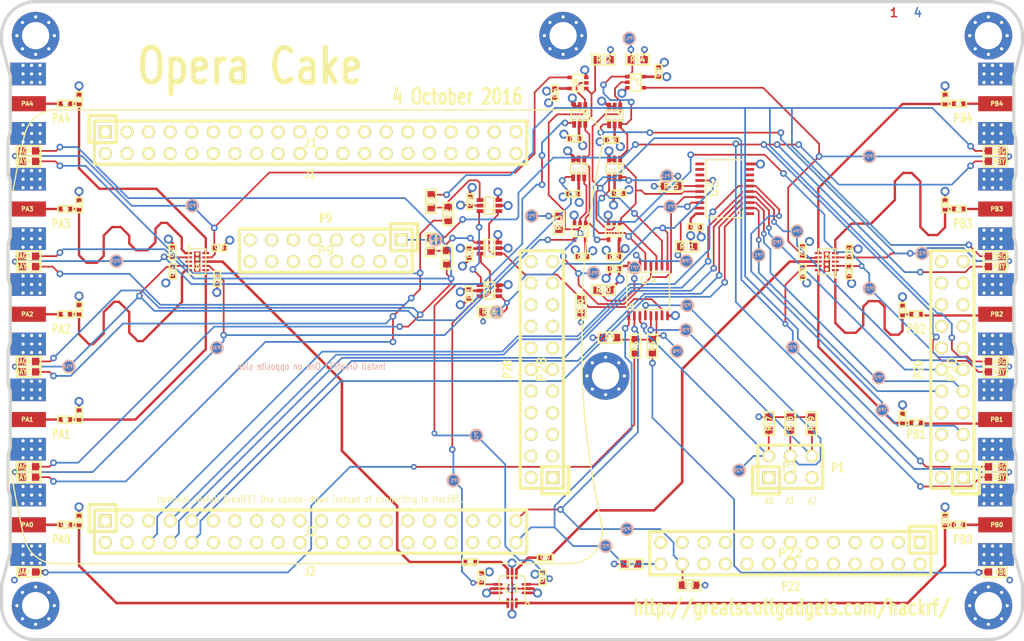
<source format=kicad_pcb>
(kicad_pcb (version 4) (host pcbnew 4.0.5+dfsg1-4)
  (layers (0 C1F signal) (1 C2 signal hide) (2 C3 signal hide) (31 C4B signal) (34 B.Paste user) (35 F.Paste user) (36 B.SilkS user) (37 F.SilkS user) (38 B.Mask user) (39 F.Mask user) (44 Edge.Cuts user))
  (net 0 "")
  (net 1 GND)
  (net 2 VCC)
  (net 3 "Net-(C1-Pad2)")
  (net 4 "Net-(C1-Pad1)")
  (net 5 "Net-(C2-Pad2)")
  (net 6 "Net-(C2-Pad1)")
  (net 7 "Net-(C3-Pad2)")
  (net 8 "Net-(C3-Pad1)")
  (net 9 "Net-(C4-Pad2)")
  (net 10 "Net-(C4-Pad1)")
  (net 11 "Net-(C5-Pad2)")
  (net 12 "Net-(C5-Pad1)")
  (net 13 "Net-(C6-Pad2)")
  (net 14 "Net-(C6-Pad1)")
  (net 15 "Net-(C7-Pad2)")
  (net 16 "Net-(C7-Pad1)")
  (net 17 "Net-(C8-Pad2)")
  (net 18 "Net-(C8-Pad1)")
  (net 19 "Net-(C9-Pad2)")
  (net 20 "Net-(C9-Pad1)")
  (net 21 "Net-(C10-Pad2)")
  (net 22 "Net-(C10-Pad1)")
  (net 23 "Net-(C11-Pad2)")
  (net 24 "Net-(C11-Pad1)")
  (net 25 "Net-(C12-Pad2)")
  (net 26 "Net-(C12-Pad1)")
  (net 27 "Net-(DA0-Pad1)")
  (net 28 /U2V3)
  (net 29 "Net-(DAG1-Pad1)")
  (net 30 /U2V1)
  (net 31 /U2V2)
  (net 32 /U2V4)
  (net 33 "Net-(DAY1-Pad1)")
  (net 34 "Net-(DB0-Pad1)")
  (net 35 /U3V3)
  (net 36 "Net-(DBG1-Pad1)")
  (net 37 /U3V1)
  (net 38 /U3V2)
  (net 39 /U3V4)
  (net 40 "Net-(DBY1-Pad1)")
  (net 41 /EXT_U3CTRL1)
  (net 42 /EXT_U2CTRL1)
  (net 43 /EXT_U3CTRL0)
  (net 44 /EXT_U2CTRL0)
  (net 45 /EXT_U1CTRL)
  (net 46 /SDA)
  (net 47 /SCL)
  (net 48 /A0)
  (net 49 /A1)
  (net 50 /A2)
  (net 51 "Net-(R1-Pad2)")
  (net 52 "Net-(R2-Pad2)")
  (net 53 /!LED_EN)
  (net 54 /!RESET)
  (net 55 /!OE)
  (net 56 /U2CTRL1)
  (net 57 /U2CTRL0)
  (net 58 /U3CTRL1)
  (net 59 /U3CTRL0)
  (net 60 /U1CTRL)
  (net 61 /LED_EN2)
  (net 62 /U1VC1)
  (net 63 /U1VC2)
  (net 64 "Net-(J1-Pad3)")
  (net 65 "Net-(J1-Pad4)")
  (net 66 "Net-(J1-Pad5)")
  (net 67 "Net-(J1-Pad6)")
  (net 68 "Net-(J1-Pad7)")
  (net 69 "Net-(J1-Pad8)")
  (net 70 "Net-(J1-Pad9)")
  (net 71 "Net-(J1-Pad10)")
  (net 72 "Net-(J1-Pad11)")
  (net 73 "Net-(J1-Pad12)")
  (net 74 "Net-(J1-Pad13)")
  (net 75 "Net-(J1-Pad14)")
  (net 76 "Net-(J1-Pad15)")
  (net 77 "Net-(J1-Pad16)")
  (net 78 "Net-(J1-Pad17)")
  (net 79 "Net-(J1-Pad18)")
  (net 80 "Net-(J1-Pad19)")
  (net 81 "Net-(J1-Pad20)")
  (net 82 "Net-(J1-Pad21)")
  (net 83 "Net-(J1-Pad22)")
  (net 84 "Net-(J1-Pad23)")
  (net 85 "Net-(J1-Pad24)")
  (net 86 "Net-(J1-Pad25)")
  (net 87 "Net-(J1-Pad26)")
  (net 88 "Net-(J1-Pad27)")
  (net 89 "Net-(J1-Pad28)")
  (net 90 "Net-(J1-Pad29)")
  (net 91 "Net-(J1-Pad30)")
  (net 92 "Net-(J1-Pad31)")
  (net 93 "Net-(J1-Pad32)")
  (net 94 "Net-(J1-Pad33)")
  (net 95 "Net-(J1-Pad34)")
  (net 96 "Net-(J1-Pad35)")
  (net 97 "Net-(J1-Pad36)")
  (net 98 "Net-(J1-Pad37)")
  (net 99 "Net-(J1-Pad38)")
  (net 100 "Net-(J1-Pad39)")
  (net 101 "Net-(J1-Pad40)")
  (net 102 "Net-(J2-Pad2)")
  (net 103 "Net-(J2-Pad3)")
  (net 104 "Net-(J2-Pad4)")
  (net 105 "Net-(J2-Pad5)")
  (net 106 "Net-(J2-Pad11)")
  (net 107 "Net-(J2-Pad12)")
  (net 108 "Net-(J2-Pad13)")
  (net 109 "Net-(J2-Pad14)")
  (net 110 "Net-(J2-Pad15)")
  (net 111 "Net-(J2-Pad16)")
  (net 112 "Net-(J2-Pad17)")
  (net 113 "Net-(J2-Pad18)")
  (net 114 "Net-(J2-Pad19)")
  (net 115 "Net-(J2-Pad20)")
  (net 116 "Net-(J2-Pad21)")
  (net 117 "Net-(J2-Pad22)")
  (net 118 "Net-(J2-Pad23)")
  (net 119 "Net-(J2-Pad24)")
  (net 120 "Net-(J2-Pad25)")
  (net 121 "Net-(J2-Pad26)")
  (net 122 "Net-(J2-Pad27)")
  (net 123 "Net-(J2-Pad28)")
  (net 124 "Net-(J2-Pad29)")
  (net 125 "Net-(J2-Pad30)")
  (net 126 "Net-(J2-Pad31)")
  (net 127 "Net-(J2-Pad32)")
  (net 128 "Net-(J2-Pad33)")
  (net 129 "Net-(J2-Pad34)")
  (net 130 "Net-(J2-Pad35)")
  (net 131 "Net-(J2-Pad36)")
  (net 132 "Net-(J2-Pad37)")
  (net 133 "Net-(J2-Pad38)")
  (net 134 "Net-(P9-Pad4)")
  (net 135 "Net-(P9-Pad5)")
  (net 136 "Net-(P9-Pad6)")
  (net 137 "Net-(P9-Pad7)")
  (net 138 "Net-(P9-Pad10)")
  (net 139 "Net-(P9-Pad11)")
  (net 140 "Net-(P9-Pad12)")
  (net 141 "Net-(P9-Pad13)")
  (net 142 "Net-(P20-Pad1)")
  (net 143 "Net-(P20-Pad2)")
  (net 144 "Net-(P20-Pad4)")
  (net 145 "Net-(P20-Pad6)")
  (net 146 "Net-(P20-Pad7)")
  (net 147 "Net-(P20-Pad8)")
  (net 148 "Net-(P20-Pad14)")
  (net 149 "Net-(P20-Pad16)")
  (net 150 "Net-(P20-Pad17)")
  (net 151 "Net-(P20-Pad18)")
  (net 152 "Net-(P20-Pad20)")
  (net 153 "Net-(P20-Pad21)")
  (net 154 "Net-(P20-Pad22)")
  (net 155 "Net-(P22-Pad1)")
  (net 156 "Net-(P22-Pad2)")
  (net 157 "Net-(P22-Pad3)")
  (net 158 "Net-(P22-Pad5)")
  (net 159 "Net-(P22-Pad6)")
  (net 160 "Net-(P22-Pad7)")
  (net 161 "Net-(P22-Pad8)")
  (net 162 "Net-(P22-Pad9)")
  (net 163 "Net-(P22-Pad12)")
  (net 164 "Net-(P22-Pad13)")
  (net 165 "Net-(P22-Pad14)")
  (net 166 "Net-(P22-Pad15)")
  (net 167 "Net-(P22-Pad16)")
  (net 168 "Net-(P22-Pad17)")
  (net 169 "Net-(P22-Pad19)")
  (net 170 "Net-(P22-Pad20)")
  (net 171 "Net-(P22-Pad21)")
  (net 172 "Net-(P22-Pad22)")
  (net 173 "Net-(P22-Pad23)")
  (net 174 "Net-(P22-Pad25)")
  (net 175 "Net-(P28-Pad3)")
  (net 176 "Net-(P28-Pad4)")
  (net 177 "Net-(P28-Pad5)")
  (net 178 "Net-(P28-Pad6)")
  (net 179 "Net-(P28-Pad7)")
  (net 180 "Net-(P28-Pad8)")
  (net 181 "Net-(P28-Pad9)")
  (net 182 "Net-(P28-Pad10)")
  (net 183 "Net-(P28-Pad11)")
  (net 184 "Net-(P28-Pad13)")
  (net 185 "Net-(P28-Pad14)")
  (net 186 "Net-(P28-Pad15)")
  (net 187 "Net-(P28-Pad16)")
  (net 188 "Net-(P28-Pad17)")
  (net 189 "Net-(P28-Pad18)")
  (net 190 "Net-(P28-Pad19)")
  (net 191 "Net-(P28-Pad20)")
  (net 192 "Net-(P28-Pad21)")
  (net 193 "Net-(P28-Pad22)")
  (net 194 "Net-(U2-Pad3)")
  (net 195 "Net-(U3-Pad3)")
  (net 196 "Net-(U5-Pad1)")
  (net 197 "Net-(U5-Pad7)")
  (net 198 "Net-(U5-Pad8)")
  (net 199 "Net-(U5-Pad9)")
  (net 200 "Net-(U5-Pad11)")
  (net 201 "Net-(U5-Pad12)")
  (net 202 "Net-(U5-Pad13)")
  (net 203 "Net-(P20-Pad13)")
  (module gsg-modules:0603D (layer C1F) (at 176.775 154.675)
    (fp_text reference DBG1 (at 0.7112 0) (layer F.SilkS) (effects (font (size 0.6096 0.508) (thickness 0.127))))
    (fp_text value LED hide)
    (pad 2 smd rect (at 0.762 0) (size 0.8636 0.8636) (layers C1F F.Paste F.Mask) (net 39 /U3V4) (clearance 0.1778))
    (pad 1 smd rect (at -0.762 0) (size 0.8636 0.8636) (layers C1F F.Paste F.Mask) (net 36 "Net-(DBG1-Pad1)") (clearance 0.1778))
  )
  (module gsg-modules:0603D (layer C1F) (at 176.775 155.9)
    (fp_text reference DBY1 (at 0.7112 0) (layer F.SilkS) (effects (font (size 0.6096 0.508) (thickness 0.127))))
    (fp_text value LED hide)
    (pad 2 smd rect (at 0.762 0) (size 0.8636 0.8636) (layers C1F F.Paste F.Mask) (net 39 /U3V4) (clearance 0.1778))
    (pad 1 smd rect (at -0.762 0) (size 0.8636 0.8636) (layers C1F F.Paste F.Mask) (net 40 "Net-(DBY1-Pad1)") (clearance 0.1778))
  )
  (module gsg-modules:0603D (layer C1F) (at 176.775 117.55)
    (fp_text reference DBG4 (at 0.7112 0) (layer F.SilkS) (effects (font (size 0.6096 0.508) (thickness 0.127))))
    (fp_text value LED hide)
    (pad 2 smd rect (at 0.762 0) (size 0.8636 0.8636) (layers C1F F.Paste F.Mask) (net 35 /U3V3) (clearance 0.1778))
    (pad 1 smd rect (at -0.762 0) (size 0.8636 0.8636) (layers C1F F.Paste F.Mask) (net 36 "Net-(DBG1-Pad1)") (clearance 0.1778))
  )
  (module gsg-modules:0603D (layer C1F) (at 176.775 118.775)
    (fp_text reference DBY4 (at 0.7112 0) (layer F.SilkS) (effects (font (size 0.6096 0.508) (thickness 0.127))))
    (fp_text value LED hide)
    (pad 2 smd rect (at 0.762 0) (size 0.8636 0.8636) (layers C1F F.Paste F.Mask) (net 35 /U3V3) (clearance 0.1778))
    (pad 1 smd rect (at -0.762 0) (size 0.8636 0.8636) (layers C1F F.Paste F.Mask) (net 40 "Net-(DBY1-Pad1)") (clearance 0.1778))
  )
  (module gsg-modules:0603D (layer C1F) (at 176.775 129.925)
    (fp_text reference DBG3 (at 0.7112 0) (layer F.SilkS) (effects (font (size 0.6096 0.508) (thickness 0.127))))
    (fp_text value LED hide)
    (pad 2 smd rect (at 0.762 0) (size 0.8636 0.8636) (layers C1F F.Paste F.Mask) (net 37 /U3V1) (clearance 0.1778))
    (pad 1 smd rect (at -0.762 0) (size 0.8636 0.8636) (layers C1F F.Paste F.Mask) (net 36 "Net-(DBG1-Pad1)") (clearance 0.1778))
  )
  (module gsg-modules:0603D (layer C1F) (at 176.775 131.15)
    (fp_text reference DBY3 (at 0.7112 0) (layer F.SilkS) (effects (font (size 0.6096 0.508) (thickness 0.127))))
    (fp_text value LED hide)
    (pad 2 smd rect (at 0.762 0) (size 0.8636 0.8636) (layers C1F F.Paste F.Mask) (net 37 /U3V1) (clearance 0.1778))
    (pad 1 smd rect (at -0.762 0) (size 0.8636 0.8636) (layers C1F F.Paste F.Mask) (net 40 "Net-(DBY1-Pad1)") (clearance 0.1778))
  )
  (module gsg-modules:0603D (layer C1F) (at 63.225 118.775 180)
    (fp_text reference DAY4 (at 0.7112 0 180) (layer F.SilkS) (effects (font (size 0.6096 0.508) (thickness 0.127))))
    (fp_text value LED hide)
    (pad 2 smd rect (at 0.762 0 180) (size 0.8636 0.8636) (layers C1F F.Paste F.Mask) (net 32 /U2V4) (clearance 0.1778))
    (pad 1 smd rect (at -0.762 0 180) (size 0.8636 0.8636) (layers C1F F.Paste F.Mask) (net 33 "Net-(DAY1-Pad1)") (clearance 0.1778))
  )
  (module gsg-modules:0603D (layer C1F) (at 63.225 117.55 180)
    (fp_text reference DAG4 (at 0.7112 0 180) (layer F.SilkS) (effects (font (size 0.6096 0.508) (thickness 0.127))))
    (fp_text value LED hide)
    (pad 2 smd rect (at 0.762 0 180) (size 0.8636 0.8636) (layers C1F F.Paste F.Mask) (net 32 /U2V4) (clearance 0.1778))
    (pad 1 smd rect (at -0.762 0 180) (size 0.8636 0.8636) (layers C1F F.Paste F.Mask) (net 29 "Net-(DAG1-Pad1)") (clearance 0.1778))
  )
  (module gsg-modules:0402 (layer C1F) (at 67.5 136.75 180)
    (fp_text reference C1 (at 0 0.0508 180) (layer F.SilkS) (effects (font (size 0.4064 0.4064) (thickness 0.1016))))
    (fp_text value 100nF hide)
    (pad 2 smd rect (at 0.5334 0 180) (size 0.508 0.5588) (layers C1F F.Paste F.Mask) (net 3 "Net-(C1-Pad2)"))
    (pad 1 smd rect (at -0.5334 0 180) (size 0.508 0.5588) (layers C1F F.Paste F.Mask) (net 4 "Net-(C1-Pad1)"))
  )
  (module gsg-modules:0402 (layer C1F) (at 67.5 112 180)
    (fp_text reference C2 (at 0 0.0508 180) (layer F.SilkS) (effects (font (size 0.4064 0.4064) (thickness 0.1016))))
    (fp_text value 100nF hide)
    (pad 2 smd rect (at 0.5334 0 180) (size 0.508 0.5588) (layers C1F F.Paste F.Mask) (net 5 "Net-(C2-Pad2)"))
    (pad 1 smd rect (at -0.5334 0 180) (size 0.508 0.5588) (layers C1F F.Paste F.Mask) (net 6 "Net-(C2-Pad1)"))
  )
  (module gsg-modules:0402 (layer C1F) (at 167.5 136.75)
    (fp_text reference C3 (at 0 0.0508) (layer F.SilkS) (effects (font (size 0.4064 0.4064) (thickness 0.1016))))
    (fp_text value 100nF hide)
    (pad 2 smd rect (at 0.5334 0) (size 0.508 0.5588) (layers C1F F.Paste F.Mask) (net 7 "Net-(C3-Pad2)"))
    (pad 1 smd rect (at -0.5334 0) (size 0.508 0.5588) (layers C1F F.Paste F.Mask) (net 8 "Net-(C3-Pad1)"))
  )
  (module gsg-modules:0402 (layer C1F) (at 172.5 112)
    (fp_text reference C4 (at 0 0.0508) (layer F.SilkS) (effects (font (size 0.4064 0.4064) (thickness 0.1016))))
    (fp_text value 100nF hide)
    (pad 2 smd rect (at 0.5334 0) (size 0.508 0.5588) (layers C1F F.Paste F.Mask) (net 9 "Net-(C4-Pad2)"))
    (pad 1 smd rect (at -0.5334 0) (size 0.508 0.5588) (layers C1F F.Paste F.Mask) (net 10 "Net-(C4-Pad1)"))
  )
  (module gsg-modules:0402 (layer C1F) (at 67.5 149.125 180)
    (fp_text reference C5 (at 0 0.0508 180) (layer F.SilkS) (effects (font (size 0.4064 0.4064) (thickness 0.1016))))
    (fp_text value 100nF hide)
    (pad 2 smd rect (at 0.5334 0 180) (size 0.508 0.5588) (layers C1F F.Paste F.Mask) (net 11 "Net-(C5-Pad2)"))
    (pad 1 smd rect (at -0.5334 0 180) (size 0.508 0.5588) (layers C1F F.Paste F.Mask) (net 12 "Net-(C5-Pad1)"))
  )
  (module gsg-modules:0402 (layer C1F) (at 67.5 124.375 180)
    (fp_text reference C6 (at 0 0.0508 180) (layer F.SilkS) (effects (font (size 0.4064 0.4064) (thickness 0.1016))))
    (fp_text value 100nF hide)
    (pad 2 smd rect (at 0.5334 0 180) (size 0.508 0.5588) (layers C1F F.Paste F.Mask) (net 13 "Net-(C6-Pad2)"))
    (pad 1 smd rect (at -0.5334 0 180) (size 0.508 0.5588) (layers C1F F.Paste F.Mask) (net 14 "Net-(C6-Pad1)"))
  )
  (module gsg-modules:0402 (layer C1F) (at 167.5 149.525)
    (fp_text reference C7 (at 0 0.0508) (layer F.SilkS) (effects (font (size 0.4064 0.4064) (thickness 0.1016))))
    (fp_text value 100nF hide)
    (pad 2 smd rect (at 0.5334 0) (size 0.508 0.5588) (layers C1F F.Paste F.Mask) (net 15 "Net-(C7-Pad2)"))
    (pad 1 smd rect (at -0.5334 0) (size 0.508 0.5588) (layers C1F F.Paste F.Mask) (net 16 "Net-(C7-Pad1)"))
  )
  (module gsg-modules:0402 (layer C1F) (at 172.5 124.375)
    (fp_text reference C8 (at 0 0.0508) (layer F.SilkS) (effects (font (size 0.4064 0.4064) (thickness 0.1016))))
    (fp_text value 100nF hide)
    (pad 2 smd rect (at 0.5334 0) (size 0.508 0.5588) (layers C1F F.Paste F.Mask) (net 17 "Net-(C8-Pad2)"))
    (pad 1 smd rect (at -0.5334 0) (size 0.508 0.5588) (layers C1F F.Paste F.Mask) (net 18 "Net-(C8-Pad1)"))
  )
  (module gsg-modules:0402 (layer C1F) (at 115.09248 165.8874 180)
    (fp_text reference C9 (at 0 0.0508 180) (layer F.SilkS) (effects (font (size 0.4064 0.4064) (thickness 0.1016))))
    (fp_text value 100nF hide)
    (pad 2 smd rect (at 0.5334 0 180) (size 0.508 0.5588) (layers C1F F.Paste F.Mask) (net 19 "Net-(C9-Pad2)"))
    (pad 1 smd rect (at -0.5334 0 180) (size 0.508 0.5588) (layers C1F F.Paste F.Mask) (net 20 "Net-(C9-Pad1)"))
  )
  (module gsg-modules:0402 (layer C1F) (at 123.87072 165.36416 180)
    (fp_text reference C10 (at 0 0.0508 180) (layer F.SilkS) (effects (font (size 0.4064 0.4064) (thickness 0.1016))))
    (fp_text value 100nF hide)
    (pad 2 smd rect (at 0.5334 0 180) (size 0.508 0.5588) (layers C1F F.Paste F.Mask) (net 21 "Net-(C10-Pad2)"))
    (pad 1 smd rect (at -0.5334 0 180) (size 0.508 0.5588) (layers C1F F.Paste F.Mask) (net 22 "Net-(C10-Pad1)"))
  )
  (module gsg-modules:0402 (layer C1F) (at 67.5 161.5 180)
    (fp_text reference C11 (at 0 0.0508 180) (layer F.SilkS) (effects (font (size 0.4064 0.4064) (thickness 0.1016))))
    (fp_text value 100nF hide)
    (pad 2 smd rect (at 0.5334 0 180) (size 0.508 0.5588) (layers C1F F.Paste F.Mask) (net 23 "Net-(C11-Pad2)"))
    (pad 1 smd rect (at -0.5334 0 180) (size 0.508 0.5588) (layers C1F F.Paste F.Mask) (net 24 "Net-(C11-Pad1)"))
  )
  (module gsg-modules:0402 (layer C1F) (at 172.475 161.5)
    (fp_text reference C12 (at 0 0.0508) (layer F.SilkS) (effects (font (size 0.4064 0.4064) (thickness 0.1016))))
    (fp_text value 100nF hide)
    (pad 2 smd rect (at 0.5334 0) (size 0.508 0.5588) (layers C1F F.Paste F.Mask) (net 25 "Net-(C12-Pad2)"))
    (pad 1 smd rect (at -0.5334 0) (size 0.508 0.5588) (layers C1F F.Paste F.Mask) (net 26 "Net-(C12-Pad1)"))
  )
  (module gsg-modules:0402 (layer C1F) (at 69.1 136.2 90)
    (fp_text reference D1 (at 0 0.0508 90) (layer F.SilkS) (effects (font (size 0.4064 0.4064) (thickness 0.1016))))
    (fp_text value GSG-DIODE-TVS-BI hide)
    (pad 2 smd rect (at 0.5334 0 90) (size 0.508 0.5588) (layers C1F F.Paste F.Mask) (net 1 GND))
    (pad 1 smd rect (at -0.5334 0 90) (size 0.508 0.5588) (layers C1F F.Paste F.Mask) (net 4 "Net-(C1-Pad1)"))
  )
  (module gsg-modules:0402 (layer C1F) (at 69.1 111.5 90)
    (fp_text reference D2 (at 0 0.0508 90) (layer F.SilkS) (effects (font (size 0.4064 0.4064) (thickness 0.1016))))
    (fp_text value GSG-DIODE-TVS-BI hide)
    (pad 2 smd rect (at 0.5334 0 90) (size 0.508 0.5588) (layers C1F F.Paste F.Mask) (net 1 GND))
    (pad 1 smd rect (at -0.5334 0 90) (size 0.508 0.5588) (layers C1F F.Paste F.Mask) (net 6 "Net-(C2-Pad1)"))
  )
  (module gsg-modules:0402 (layer C1F) (at 165.9 136.3 90)
    (fp_text reference D3 (at 0 0.0508 90) (layer F.SilkS) (effects (font (size 0.4064 0.4064) (thickness 0.1016))))
    (fp_text value GSG-DIODE-TVS-BI hide)
    (pad 2 smd rect (at 0.5334 0 90) (size 0.508 0.5588) (layers C1F F.Paste F.Mask) (net 1 GND))
    (pad 1 smd rect (at -0.5334 0 90) (size 0.508 0.5588) (layers C1F F.Paste F.Mask) (net 8 "Net-(C3-Pad1)"))
  )
  (module gsg-modules:0402 (layer C1F) (at 170.9 111.5 90)
    (fp_text reference D4 (at 0 0.0508 90) (layer F.SilkS) (effects (font (size 0.4064 0.4064) (thickness 0.1016))))
    (fp_text value GSG-DIODE-TVS-BI hide)
    (pad 2 smd rect (at 0.5334 0 90) (size 0.508 0.5588) (layers C1F F.Paste F.Mask) (net 1 GND))
    (pad 1 smd rect (at -0.5334 0 90) (size 0.508 0.5588) (layers C1F F.Paste F.Mask) (net 10 "Net-(C4-Pad1)"))
  )
  (module gsg-modules:0402 (layer C1F) (at 69.1 148.6 90)
    (fp_text reference D5 (at 0 0.0508 90) (layer F.SilkS) (effects (font (size 0.4064 0.4064) (thickness 0.1016))))
    (fp_text value GSG-DIODE-TVS-BI hide)
    (pad 2 smd rect (at 0.5334 0 90) (size 0.508 0.5588) (layers C1F F.Paste F.Mask) (net 1 GND))
    (pad 1 smd rect (at -0.5334 0 90) (size 0.508 0.5588) (layers C1F F.Paste F.Mask) (net 12 "Net-(C5-Pad1)"))
  )
  (module gsg-modules:0402 (layer C1F) (at 69.1 123.9 90)
    (fp_text reference D6 (at 0 0.0508 90) (layer F.SilkS) (effects (font (size 0.4064 0.4064) (thickness 0.1016))))
    (fp_text value GSG-DIODE-TVS-BI hide)
    (pad 2 smd rect (at 0.5334 0 90) (size 0.508 0.5588) (layers C1F F.Paste F.Mask) (net 1 GND))
    (pad 1 smd rect (at -0.5334 0 90) (size 0.508 0.5588) (layers C1F F.Paste F.Mask) (net 14 "Net-(C6-Pad1)"))
  )
  (module gsg-modules:0402 (layer C1F) (at 165.9 149 90)
    (fp_text reference D7 (at 0 0.0508 90) (layer F.SilkS) (effects (font (size 0.4064 0.4064) (thickness 0.1016))))
    (fp_text value GSG-DIODE-TVS-BI hide)
    (pad 2 smd rect (at 0.5334 0 90) (size 0.508 0.5588) (layers C1F F.Paste F.Mask) (net 1 GND))
    (pad 1 smd rect (at -0.5334 0 90) (size 0.508 0.5588) (layers C1F F.Paste F.Mask) (net 16 "Net-(C7-Pad1)"))
  )
  (module gsg-modules:0402 (layer C1F) (at 170.9 123.9 90)
    (fp_text reference D8 (at 0 0.0508 90) (layer F.SilkS) (effects (font (size 0.4064 0.4064) (thickness 0.1016))))
    (fp_text value GSG-DIODE-TVS-BI hide)
    (pad 2 smd rect (at 0.5334 0 90) (size 0.508 0.5588) (layers C1F F.Paste F.Mask) (net 1 GND))
    (pad 1 smd rect (at -0.5334 0 90) (size 0.508 0.5588) (layers C1F F.Paste F.Mask) (net 18 "Net-(C8-Pad1)"))
  )
  (module gsg-modules:0402 (layer C1F) (at 69.1 161 90)
    (fp_text reference D9 (at 0 0.0508 90) (layer F.SilkS) (effects (font (size 0.4064 0.4064) (thickness 0.1016))))
    (fp_text value GSG-DIODE-TVS-BI hide)
    (pad 2 smd rect (at 0.5334 0 90) (size 0.508 0.5588) (layers C1F F.Paste F.Mask) (net 1 GND))
    (pad 1 smd rect (at -0.5334 0 90) (size 0.508 0.5588) (layers C1F F.Paste F.Mask) (net 24 "Net-(C11-Pad1)"))
  )
  (module gsg-modules:0402 (layer C1F) (at 170.9 161 90)
    (fp_text reference D10 (at 0 0.0508 90) (layer F.SilkS) (effects (font (size 0.4064 0.4064) (thickness 0.1016))))
    (fp_text value GSG-DIODE-TVS-BI hide)
    (pad 2 smd rect (at 0.5334 0 90) (size 0.508 0.5588) (layers C1F F.Paste F.Mask) (net 1 GND))
    (pad 1 smd rect (at -0.5334 0 90) (size 0.508 0.5588) (layers C1F F.Paste F.Mask) (net 26 "Net-(C12-Pad1)"))
  )
  (module gsg-modules:0603D (layer C1F) (at 63.225 167.05 180)
    (fp_text reference DA0 (at 0.7112 0 180) (layer F.SilkS) (effects (font (size 0.6096 0.508) (thickness 0.127))))
    (fp_text value LED hide)
    (pad 2 smd rect (at 0.762 0 180) (size 0.8636 0.8636) (layers C1F F.Paste F.Mask) (net 2 VCC) (clearance 0.1778))
    (pad 1 smd rect (at -0.762 0 180) (size 0.8636 0.8636) (layers C1F F.Paste F.Mask) (net 27 "Net-(DA0-Pad1)") (clearance 0.1778))
  )
  (module gsg-modules:0603D (layer C1F) (at 63.225 154.675 180)
    (fp_text reference DAG1 (at 0.7112 0 180) (layer F.SilkS) (effects (font (size 0.6096 0.508) (thickness 0.127))))
    (fp_text value LED hide)
    (pad 2 smd rect (at 0.762 0 180) (size 0.8636 0.8636) (layers C1F F.Paste F.Mask) (net 28 /U2V3) (clearance 0.1778))
    (pad 1 smd rect (at -0.762 0 180) (size 0.8636 0.8636) (layers C1F F.Paste F.Mask) (net 29 "Net-(DAG1-Pad1)") (clearance 0.1778))
  )
  (module gsg-modules:0603D (layer C1F) (at 63.225 142.3 180)
    (fp_text reference DAG2 (at 0.7112 0 180) (layer F.SilkS) (effects (font (size 0.6096 0.508) (thickness 0.127))))
    (fp_text value LED hide)
    (pad 2 smd rect (at 0.762 0 180) (size 0.8636 0.8636) (layers C1F F.Paste F.Mask) (net 30 /U2V1) (clearance 0.1778))
    (pad 1 smd rect (at -0.762 0 180) (size 0.8636 0.8636) (layers C1F F.Paste F.Mask) (net 29 "Net-(DAG1-Pad1)") (clearance 0.1778))
  )
  (module gsg-modules:0603D (layer C1F) (at 63.225 129.925 180)
    (fp_text reference DAG3 (at 0.7112 0 180) (layer F.SilkS) (effects (font (size 0.6096 0.508) (thickness 0.127))))
    (fp_text value LED hide)
    (pad 2 smd rect (at 0.762 0 180) (size 0.8636 0.8636) (layers C1F F.Paste F.Mask) (net 31 /U2V2) (clearance 0.1778))
    (pad 1 smd rect (at -0.762 0 180) (size 0.8636 0.8636) (layers C1F F.Paste F.Mask) (net 29 "Net-(DAG1-Pad1)") (clearance 0.1778))
  )
  (module gsg-modules:0603D (layer C1F) (at 63.225 155.9 180)
    (fp_text reference DAY1 (at 0.7112 0 180) (layer F.SilkS) (effects (font (size 0.6096 0.508) (thickness 0.127))))
    (fp_text value LED hide)
    (pad 2 smd rect (at 0.762 0 180) (size 0.8636 0.8636) (layers C1F F.Paste F.Mask) (net 28 /U2V3) (clearance 0.1778))
    (pad 1 smd rect (at -0.762 0 180) (size 0.8636 0.8636) (layers C1F F.Paste F.Mask) (net 33 "Net-(DAY1-Pad1)") (clearance 0.1778))
  )
  (module gsg-modules:0603D (layer C1F) (at 63.225 143.525 180)
    (fp_text reference DAY2 (at 0.7112 0 180) (layer F.SilkS) (effects (font (size 0.6096 0.508) (thickness 0.127))))
    (fp_text value LED hide)
    (pad 2 smd rect (at 0.762 0 180) (size 0.8636 0.8636) (layers C1F F.Paste F.Mask) (net 30 /U2V1) (clearance 0.1778))
    (pad 1 smd rect (at -0.762 0 180) (size 0.8636 0.8636) (layers C1F F.Paste F.Mask) (net 33 "Net-(DAY1-Pad1)") (clearance 0.1778))
  )
  (module gsg-modules:0603D (layer C1F) (at 63.225 131.15 180)
    (fp_text reference DAY3 (at 0.7112 0 180) (layer F.SilkS) (effects (font (size 0.6096 0.508) (thickness 0.127))))
    (fp_text value LED hide)
    (pad 2 smd rect (at 0.762 0 180) (size 0.8636 0.8636) (layers C1F F.Paste F.Mask) (net 31 /U2V2) (clearance 0.1778))
    (pad 1 smd rect (at -0.762 0 180) (size 0.8636 0.8636) (layers C1F F.Paste F.Mask) (net 33 "Net-(DAY1-Pad1)") (clearance 0.1778))
  )
  (module gsg-modules:0603D (layer C1F) (at 176.775 167.05)
    (fp_text reference DB0 (at 0.7112 0) (layer F.SilkS) (effects (font (size 0.6096 0.508) (thickness 0.127))))
    (fp_text value LED hide)
    (pad 2 smd rect (at 0.762 0) (size 0.8636 0.8636) (layers C1F F.Paste F.Mask) (net 2 VCC) (clearance 0.1778))
    (pad 1 smd rect (at -0.762 0) (size 0.8636 0.8636) (layers C1F F.Paste F.Mask) (net 34 "Net-(DB0-Pad1)") (clearance 0.1778))
  )
  (module gsg-modules:0603D (layer C1F) (at 176.775 142.3)
    (fp_text reference DBG2 (at 0.7112 0) (layer F.SilkS) (effects (font (size 0.6096 0.508) (thickness 0.127))))
    (fp_text value LED hide)
    (pad 2 smd rect (at 0.762 0) (size 0.8636 0.8636) (layers C1F F.Paste F.Mask) (net 38 /U3V2) (clearance 0.1778))
    (pad 1 smd rect (at -0.762 0) (size 0.8636 0.8636) (layers C1F F.Paste F.Mask) (net 36 "Net-(DBG1-Pad1)") (clearance 0.1778))
  )
  (module gsg-modules:0603D (layer C1F) (at 176.775 143.525)
    (fp_text reference DBY2 (at 0.7112 0) (layer F.SilkS) (effects (font (size 0.6096 0.508) (thickness 0.127))))
    (fp_text value LED hide)
    (pad 2 smd rect (at 0.762 0) (size 0.8636 0.8636) (layers C1F F.Paste F.Mask) (net 38 /U3V2) (clearance 0.1778))
    (pad 1 smd rect (at -0.762 0) (size 0.8636 0.8636) (layers C1F F.Paste F.Mask) (net 40 "Net-(DBY1-Pad1)") (clearance 0.1778))
  )
  (module gsg-modules:HOLE126MIL-COPPER (layer C1F) (at 64 104)
    (fp_text reference MH1 hide)
    (fp_text value MOUNTING_HOLE hide)
    (pad 1 thru_hole circle (at 0 0) (size 5.6 5.6) (drill 3.2004) (layers *.Cu *.Mask) (net 1 GND))
    (pad 1 thru_hole circle (at 0 -2.2) (size 0.6 0.6) (drill 0.381) (layers *.Cu *.Mask) (net 1 GND))
    (pad 1 thru_hole circle (at -2.2 0) (size 0.6 0.6) (drill 0.381) (layers *.Cu *.Mask) (net 1 GND))
    (pad 1 thru_hole circle (at 0 2.2) (size 0.6 0.6) (drill 0.381) (layers *.Cu *.Mask) (net 1 GND))
    (pad 1 thru_hole circle (at 2.2 0) (size 0.6 0.6) (drill 0.381) (layers *.Cu *.Mask) (net 1 GND))
    (pad 1 thru_hole circle (at 1.55 -1.55) (size 0.6 0.6) (drill 0.381) (layers *.Cu *.Mask) (net 1 GND))
    (pad 1 thru_hole circle (at -1.55 -1.55) (size 0.6 0.6) (drill 0.381) (layers *.Cu *.Mask) (net 1 GND))
    (pad 1 thru_hole circle (at -1.55 1.55) (size 0.6 0.6) (drill 0.381) (layers *.Cu *.Mask) (net 1 GND))
    (pad 1 thru_hole circle (at 1.55 1.55) (size 0.6 0.6) (drill 0.381) (layers *.Cu *.Mask) (net 1 GND))
  )
  (module gsg-modules:HOLE126MIL-COPPER (layer C1F) (at 64 171)
    (fp_text reference MH2 hide)
    (fp_text value MOUNTING_HOLE hide)
    (pad 1 thru_hole circle (at 0 0) (size 5.6 5.6) (drill 3.2004) (layers *.Cu *.Mask) (net 1 GND))
    (pad 1 thru_hole circle (at 0 -2.2) (size 0.6 0.6) (drill 0.381) (layers *.Cu *.Mask) (net 1 GND))
    (pad 1 thru_hole circle (at -2.2 0) (size 0.6 0.6) (drill 0.381) (layers *.Cu *.Mask) (net 1 GND))
    (pad 1 thru_hole circle (at 0 2.2) (size 0.6 0.6) (drill 0.381) (layers *.Cu *.Mask) (net 1 GND))
    (pad 1 thru_hole circle (at 2.2 0) (size 0.6 0.6) (drill 0.381) (layers *.Cu *.Mask) (net 1 GND))
    (pad 1 thru_hole circle (at 1.55 -1.55) (size 0.6 0.6) (drill 0.381) (layers *.Cu *.Mask) (net 1 GND))
    (pad 1 thru_hole circle (at -1.55 -1.55) (size 0.6 0.6) (drill 0.381) (layers *.Cu *.Mask) (net 1 GND))
    (pad 1 thru_hole circle (at -1.55 1.55) (size 0.6 0.6) (drill 0.381) (layers *.Cu *.Mask) (net 1 GND))
    (pad 1 thru_hole circle (at 1.55 1.55) (size 0.6 0.6) (drill 0.381) (layers *.Cu *.Mask) (net 1 GND))
  )
  (module gsg-modules:HOLE126MIL-COPPER (layer C1F) (at 176 171)
    (fp_text reference MH3 hide)
    (fp_text value MOUNTING_HOLE hide)
    (pad 1 thru_hole circle (at 0 0) (size 5.6 5.6) (drill 3.2004) (layers *.Cu *.Mask) (net 1 GND))
    (pad 1 thru_hole circle (at 0 -2.2) (size 0.6 0.6) (drill 0.381) (layers *.Cu *.Mask) (net 1 GND))
    (pad 1 thru_hole circle (at -2.2 0) (size 0.6 0.6) (drill 0.381) (layers *.Cu *.Mask) (net 1 GND))
    (pad 1 thru_hole circle (at 0 2.2) (size 0.6 0.6) (drill 0.381) (layers *.Cu *.Mask) (net 1 GND))
    (pad 1 thru_hole circle (at 2.2 0) (size 0.6 0.6) (drill 0.381) (layers *.Cu *.Mask) (net 1 GND))
    (pad 1 thru_hole circle (at 1.55 -1.55) (size 0.6 0.6) (drill 0.381) (layers *.Cu *.Mask) (net 1 GND))
    (pad 1 thru_hole circle (at -1.55 -1.55) (size 0.6 0.6) (drill 0.381) (layers *.Cu *.Mask) (net 1 GND))
    (pad 1 thru_hole circle (at -1.55 1.55) (size 0.6 0.6) (drill 0.381) (layers *.Cu *.Mask) (net 1 GND))
    (pad 1 thru_hole circle (at 1.55 1.55) (size 0.6 0.6) (drill 0.381) (layers *.Cu *.Mask) (net 1 GND))
  )
  (module gsg-modules:HOLE126MIL-COPPER (layer C1F) (at 176 104)
    (fp_text reference MH4 hide)
    (fp_text value MOUNTING_HOLE hide)
    (pad 1 thru_hole circle (at 0 0) (size 5.6 5.6) (drill 3.2004) (layers *.Cu *.Mask) (net 1 GND))
    (pad 1 thru_hole circle (at 0 -2.2) (size 0.6 0.6) (drill 0.381) (layers *.Cu *.Mask) (net 1 GND))
    (pad 1 thru_hole circle (at -2.2 0) (size 0.6 0.6) (drill 0.381) (layers *.Cu *.Mask) (net 1 GND))
    (pad 1 thru_hole circle (at 0 2.2) (size 0.6 0.6) (drill 0.381) (layers *.Cu *.Mask) (net 1 GND))
    (pad 1 thru_hole circle (at 2.2 0) (size 0.6 0.6) (drill 0.381) (layers *.Cu *.Mask) (net 1 GND))
    (pad 1 thru_hole circle (at 1.55 -1.55) (size 0.6 0.6) (drill 0.381) (layers *.Cu *.Mask) (net 1 GND))
    (pad 1 thru_hole circle (at -1.55 -1.55) (size 0.6 0.6) (drill 0.381) (layers *.Cu *.Mask) (net 1 GND))
    (pad 1 thru_hole circle (at -1.55 1.55) (size 0.6 0.6) (drill 0.381) (layers *.Cu *.Mask) (net 1 GND))
    (pad 1 thru_hole circle (at 1.55 1.55) (size 0.6 0.6) (drill 0.381) (layers *.Cu *.Mask) (net 1 GND))
  )
  (module gsg-modules:HOLE126MIL-COPPER (layer C1F) (at 126 104)
    (fp_text reference MH5 hide)
    (fp_text value MOUNTING_HOLE hide)
    (pad 1 thru_hole circle (at 0 0) (size 5.6 5.6) (drill 3.2004) (layers *.Cu *.Mask) (net 1 GND))
    (pad 1 thru_hole circle (at 0 -2.2) (size 0.6 0.6) (drill 0.381) (layers *.Cu *.Mask) (net 1 GND))
    (pad 1 thru_hole circle (at -2.2 0) (size 0.6 0.6) (drill 0.381) (layers *.Cu *.Mask) (net 1 GND))
    (pad 1 thru_hole circle (at 0 2.2) (size 0.6 0.6) (drill 0.381) (layers *.Cu *.Mask) (net 1 GND))
    (pad 1 thru_hole circle (at 2.2 0) (size 0.6 0.6) (drill 0.381) (layers *.Cu *.Mask) (net 1 GND))
    (pad 1 thru_hole circle (at 1.55 -1.55) (size 0.6 0.6) (drill 0.381) (layers *.Cu *.Mask) (net 1 GND))
    (pad 1 thru_hole circle (at -1.55 -1.55) (size 0.6 0.6) (drill 0.381) (layers *.Cu *.Mask) (net 1 GND))
    (pad 1 thru_hole circle (at -1.55 1.55) (size 0.6 0.6) (drill 0.381) (layers *.Cu *.Mask) (net 1 GND))
    (pad 1 thru_hole circle (at 1.55 1.55) (size 0.6 0.6) (drill 0.381) (layers *.Cu *.Mask) (net 1 GND))
  )
  (module gsg-modules:HOLE126MIL-COPPER (layer C1F) (at 131 144)
    (fp_text reference MH6 hide)
    (fp_text value MOUNTING_HOLE hide)
    (pad 1 thru_hole circle (at 0 0) (size 5.6 5.6) (drill 3.2004) (layers *.Cu *.Mask) (net 1 GND))
    (pad 1 thru_hole circle (at 0 -2.2) (size 0.6 0.6) (drill 0.381) (layers *.Cu *.Mask) (net 1 GND))
    (pad 1 thru_hole circle (at -2.2 0) (size 0.6 0.6) (drill 0.381) (layers *.Cu *.Mask) (net 1 GND))
    (pad 1 thru_hole circle (at 0 2.2) (size 0.6 0.6) (drill 0.381) (layers *.Cu *.Mask) (net 1 GND))
    (pad 1 thru_hole circle (at 2.2 0) (size 0.6 0.6) (drill 0.381) (layers *.Cu *.Mask) (net 1 GND))
    (pad 1 thru_hole circle (at 1.55 -1.55) (size 0.6 0.6) (drill 0.381) (layers *.Cu *.Mask) (net 1 GND))
    (pad 1 thru_hole circle (at -1.55 -1.55) (size 0.6 0.6) (drill 0.381) (layers *.Cu *.Mask) (net 1 GND))
    (pad 1 thru_hole circle (at -1.55 1.55) (size 0.6 0.6) (drill 0.381) (layers *.Cu *.Mask) (net 1 GND))
    (pad 1 thru_hole circle (at 1.55 1.55) (size 0.6 0.6) (drill 0.381) (layers *.Cu *.Mask) (net 1 GND))
  )
  (module gsg-modules:HEADER-2x3 (layer C1F) (at 152.71 154.68)
    (fp_text reference P1 (at 0 0) (layer F.SilkS) (effects (font (size 1.016 1.016) (thickness 0.2032))))
    (fp_text value ADDRESS hide)
    (pad 1 thru_hole rect (at -2.54 1.27) (size 1.524 1.524) (drill 1.016) (layers *.Cu *.Mask F.SilkS) (net 2 VCC))
    (pad 2 thru_hole circle (at -2.54 -1.27) (size 1.524 1.524) (drill 1.016) (layers *.Cu *.Mask F.SilkS) (net 48 /A0))
    (pad 3 thru_hole circle (at 0 1.27) (size 1.524 1.524) (drill 1.016) (layers *.Cu *.Mask F.SilkS) (net 2 VCC))
    (pad 4 thru_hole circle (at 0 -1.27) (size 1.524 1.524) (drill 1.016) (layers *.Cu *.Mask F.SilkS) (net 49 /A1))
    (pad 5 thru_hole circle (at 2.54 1.27) (size 1.524 1.524) (drill 1.016) (layers *.Cu *.Mask F.SilkS) (net 2 VCC))
    (pad 6 thru_hole circle (at 2.54 -1.27) (size 1.524 1.524) (drill 1.016) (layers *.Cu *.Mask F.SilkS) (net 50 /A2))
  )
  (module gsg-modules:HEADER-2x8 (layer C1F) (at 98.1 129.28 180)
    (fp_text reference P9 (at 0 0 180) (layer F.SilkS) (effects (font (size 1.016 1.016) (thickness 0.2032))))
    (fp_text value BASEBAND hide)
    (pad 1 thru_hole rect (at -8.89 1.27 180) (size 1.524 1.524) (drill 1.016) (layers *.Cu *.Mask F.SilkS) (net 1 GND))
    (pad 2 thru_hole circle (at -8.89 -1.27 180) (size 1.524 1.524) (drill 1.016) (layers *.Cu *.Mask F.SilkS) (net 1 GND))
    (pad 3 thru_hole circle (at -6.35 1.27 180) (size 1.524 1.524) (drill 1.016) (layers *.Cu *.Mask F.SilkS) (net 1 GND))
    (pad 4 thru_hole circle (at -6.35 -1.27 180) (size 1.524 1.524) (drill 1.016) (layers *.Cu *.Mask F.SilkS) (net 134 "Net-(P9-Pad4)"))
    (pad 5 thru_hole circle (at -3.81 1.27 180) (size 1.524 1.524) (drill 1.016) (layers *.Cu *.Mask F.SilkS) (net 135 "Net-(P9-Pad5)"))
    (pad 6 thru_hole circle (at -3.81 -1.27 180) (size 1.524 1.524) (drill 1.016) (layers *.Cu *.Mask F.SilkS) (net 136 "Net-(P9-Pad6)"))
    (pad 7 thru_hole circle (at -1.27 1.27 180) (size 1.524 1.524) (drill 1.016) (layers *.Cu *.Mask F.SilkS) (net 137 "Net-(P9-Pad7)"))
    (pad 8 thru_hole circle (at -1.27 -1.27 180) (size 1.524 1.524) (drill 1.016) (layers *.Cu *.Mask F.SilkS) (net 1 GND))
    (pad 9 thru_hole circle (at 1.27 1.27 180) (size 1.524 1.524) (drill 1.016) (layers *.Cu *.Mask F.SilkS) (net 1 GND))
    (pad 10 thru_hole circle (at 1.27 -1.27 180) (size 1.524 1.524) (drill 1.016) (layers *.Cu *.Mask F.SilkS) (net 138 "Net-(P9-Pad10)"))
    (pad 11 thru_hole circle (at 3.81 1.27 180) (size 1.524 1.524) (drill 1.016) (layers *.Cu *.Mask F.SilkS) (net 139 "Net-(P9-Pad11)"))
    (pad 12 thru_hole circle (at 3.81 -1.27 180) (size 1.524 1.524) (drill 1.016) (layers *.Cu *.Mask F.SilkS) (net 140 "Net-(P9-Pad12)"))
    (pad 13 thru_hole circle (at 6.35 1.27 180) (size 1.524 1.524) (drill 1.016) (layers *.Cu *.Mask F.SilkS) (net 141 "Net-(P9-Pad13)"))
    (pad 14 thru_hole circle (at 6.35 -1.27 180) (size 1.524 1.524) (drill 1.016) (layers *.Cu *.Mask F.SilkS) (net 1 GND))
    (pad 15 thru_hole circle (at 8.89 1.27 180) (size 1.524 1.524) (drill 1.016) (layers *.Cu *.Mask F.SilkS) (net 1 GND))
    (pad 16 thru_hole circle (at 8.89 -1.27 180) (size 1.524 1.524) (drill 1.016) (layers *.Cu *.Mask F.SilkS) (net 1 GND))
  )
  (module gsg-modules:HEADER-2x11 (layer C1F) (at 171.76 143.25 90)
    (fp_text reference P20 (at 0 0 90) (layer F.SilkS) (effects (font (size 1.016 1.016) (thickness 0.2032))))
    (fp_text value GPIO hide)
    (pad 1 thru_hole rect (at -12.7 1.27 90) (size 1.524 1.524) (drill 1.016) (layers *.Cu *.Mask F.SilkS) (net 142 "Net-(P20-Pad1)"))
    (pad 2 thru_hole circle (at -12.7 -1.27 90) (size 1.524 1.524) (drill 1.016) (layers *.Cu *.Mask F.SilkS) (net 143 "Net-(P20-Pad2)"))
    (pad 3 thru_hole circle (at -10.16 1.27 90) (size 1.524 1.524) (drill 1.016) (layers *.Cu *.Mask F.SilkS) (net 2 VCC))
    (pad 4 thru_hole circle (at -10.16 -1.27 90) (size 1.524 1.524) (drill 1.016) (layers *.Cu *.Mask F.SilkS) (net 144 "Net-(P20-Pad4)"))
    (pad 5 thru_hole circle (at -7.62 1.27 90) (size 1.524 1.524) (drill 1.016) (layers *.Cu *.Mask F.SilkS) (net 45 /EXT_U1CTRL))
    (pad 6 thru_hole circle (at -7.62 -1.27 90) (size 1.524 1.524) (drill 1.016) (layers *.Cu *.Mask F.SilkS) (net 145 "Net-(P20-Pad6)"))
    (pad 7 thru_hole circle (at -5.08 1.27 90) (size 1.524 1.524) (drill 1.016) (layers *.Cu *.Mask F.SilkS) (net 146 "Net-(P20-Pad7)"))
    (pad 8 thru_hole circle (at -5.08 -1.27 90) (size 1.524 1.524) (drill 1.016) (layers *.Cu *.Mask F.SilkS) (net 147 "Net-(P20-Pad8)"))
    (pad 9 thru_hole circle (at -2.54 1.27 90) (size 1.524 1.524) (drill 1.016) (layers *.Cu *.Mask F.SilkS) (net 44 /EXT_U2CTRL0))
    (pad 10 thru_hole circle (at -2.54 -1.27 90) (size 1.524 1.524) (drill 1.016) (layers *.Cu *.Mask F.SilkS) (net 42 /EXT_U2CTRL1))
    (pad 11 thru_hole circle (at 0 1.27 90) (size 1.524 1.524) (drill 1.016) (layers *.Cu *.Mask F.SilkS) (net 43 /EXT_U3CTRL0))
    (pad 12 thru_hole circle (at 0 -1.27 90) (size 1.524 1.524) (drill 1.016) (layers *.Cu *.Mask F.SilkS) (net 41 /EXT_U3CTRL1))
    (pad 13 thru_hole circle (at 2.54 1.27 90) (size 1.524 1.524) (drill 1.016) (layers *.Cu *.Mask F.SilkS) (net 203 "Net-(P20-Pad13)"))
    (pad 14 thru_hole circle (at 2.54 -1.27 90) (size 1.524 1.524) (drill 1.016) (layers *.Cu *.Mask F.SilkS) (net 148 "Net-(P20-Pad14)"))
    (pad 15 thru_hole circle (at 5.08 1.27 90) (size 1.524 1.524) (drill 1.016) (layers *.Cu *.Mask F.SilkS) (net 1 GND))
    (pad 16 thru_hole circle (at 5.08 -1.27 90) (size 1.524 1.524) (drill 1.016) (layers *.Cu *.Mask F.SilkS) (net 149 "Net-(P20-Pad16)"))
    (pad 17 thru_hole circle (at 7.62 1.27 90) (size 1.524 1.524) (drill 1.016) (layers *.Cu *.Mask F.SilkS) (net 150 "Net-(P20-Pad17)"))
    (pad 18 thru_hole circle (at 7.62 -1.27 90) (size 1.524 1.524) (drill 1.016) (layers *.Cu *.Mask F.SilkS) (net 151 "Net-(P20-Pad18)"))
    (pad 19 thru_hole circle (at 10.16 1.27 90) (size 1.524 1.524) (drill 1.016) (layers *.Cu *.Mask F.SilkS) (net 1 GND))
    (pad 20 thru_hole circle (at 10.16 -1.27 90) (size 1.524 1.524) (drill 1.016) (layers *.Cu *.Mask F.SilkS) (net 152 "Net-(P20-Pad20)"))
    (pad 21 thru_hole circle (at 12.7 1.27 90) (size 1.524 1.524) (drill 1.016) (layers *.Cu *.Mask F.SilkS) (net 153 "Net-(P20-Pad21)"))
    (pad 22 thru_hole circle (at 12.7 -1.27 90) (size 1.524 1.524) (drill 1.016) (layers *.Cu *.Mask F.SilkS) (net 154 "Net-(P20-Pad22)"))
  )
  (module gsg-modules:HEADER-2x13 (layer C1F) (at 152.71 164.84 180)
    (fp_text reference P22 (at 0 0 180) (layer F.SilkS) (effects (font (size 1.016 1.016) (thickness 0.2032))))
    (fp_text value I2S hide)
    (pad 1 thru_hole rect (at -15.24 1.27 180) (size 1.524 1.524) (drill 1.016) (layers *.Cu *.Mask F.SilkS) (net 155 "Net-(P22-Pad1)"))
    (pad 2 thru_hole circle (at -15.24 -1.27 180) (size 1.524 1.524) (drill 1.016) (layers *.Cu *.Mask F.SilkS) (net 156 "Net-(P22-Pad2)"))
    (pad 3 thru_hole circle (at -12.7 1.27 180) (size 1.524 1.524) (drill 1.016) (layers *.Cu *.Mask F.SilkS) (net 157 "Net-(P22-Pad3)"))
    (pad 4 thru_hole circle (at -12.7 -1.27 180) (size 1.524 1.524) (drill 1.016) (layers *.Cu *.Mask F.SilkS) (net 1 GND))
    (pad 5 thru_hole circle (at -10.16 1.27 180) (size 1.524 1.524) (drill 1.016) (layers *.Cu *.Mask F.SilkS) (net 158 "Net-(P22-Pad5)"))
    (pad 6 thru_hole circle (at -10.16 -1.27 180) (size 1.524 1.524) (drill 1.016) (layers *.Cu *.Mask F.SilkS) (net 159 "Net-(P22-Pad6)"))
    (pad 7 thru_hole circle (at -7.62 1.27 180) (size 1.524 1.524) (drill 1.016) (layers *.Cu *.Mask F.SilkS) (net 160 "Net-(P22-Pad7)"))
    (pad 8 thru_hole circle (at -7.62 -1.27 180) (size 1.524 1.524) (drill 1.016) (layers *.Cu *.Mask F.SilkS) (net 161 "Net-(P22-Pad8)"))
    (pad 9 thru_hole circle (at -5.08 1.27 180) (size 1.524 1.524) (drill 1.016) (layers *.Cu *.Mask F.SilkS) (net 162 "Net-(P22-Pad9)"))
    (pad 10 thru_hole circle (at -5.08 -1.27 180) (size 1.524 1.524) (drill 1.016) (layers *.Cu *.Mask F.SilkS) (net 1 GND))
    (pad 11 thru_hole circle (at -2.54 1.27 180) (size 1.524 1.524) (drill 1.016) (layers *.Cu *.Mask F.SilkS) (net 2 VCC))
    (pad 12 thru_hole circle (at -2.54 -1.27 180) (size 1.524 1.524) (drill 1.016) (layers *.Cu *.Mask F.SilkS) (net 163 "Net-(P22-Pad12)"))
    (pad 13 thru_hole circle (at 0 1.27 180) (size 1.524 1.524) (drill 1.016) (layers *.Cu *.Mask F.SilkS) (net 164 "Net-(P22-Pad13)"))
    (pad 14 thru_hole circle (at 0 -1.27 180) (size 1.524 1.524) (drill 1.016) (layers *.Cu *.Mask F.SilkS) (net 165 "Net-(P22-Pad14)"))
    (pad 15 thru_hole circle (at 2.54 1.27 180) (size 1.524 1.524) (drill 1.016) (layers *.Cu *.Mask F.SilkS) (net 166 "Net-(P22-Pad15)"))
    (pad 16 thru_hole circle (at 2.54 -1.27 180) (size 1.524 1.524) (drill 1.016) (layers *.Cu *.Mask F.SilkS) (net 167 "Net-(P22-Pad16)"))
    (pad 17 thru_hole circle (at 5.08 1.27 180) (size 1.524 1.524) (drill 1.016) (layers *.Cu *.Mask F.SilkS) (net 168 "Net-(P22-Pad17)"))
    (pad 18 thru_hole circle (at 5.08 -1.27 180) (size 1.524 1.524) (drill 1.016) (layers *.Cu *.Mask F.SilkS) (net 1 GND))
    (pad 19 thru_hole circle (at 7.62 1.27 180) (size 1.524 1.524) (drill 1.016) (layers *.Cu *.Mask F.SilkS) (net 169 "Net-(P22-Pad19)"))
    (pad 20 thru_hole circle (at 7.62 -1.27 180) (size 1.524 1.524) (drill 1.016) (layers *.Cu *.Mask F.SilkS) (net 170 "Net-(P22-Pad20)"))
    (pad 21 thru_hole circle (at 10.16 1.27 180) (size 1.524 1.524) (drill 1.016) (layers *.Cu *.Mask F.SilkS) (net 171 "Net-(P22-Pad21)"))
    (pad 22 thru_hole circle (at 10.16 -1.27 180) (size 1.524 1.524) (drill 1.016) (layers *.Cu *.Mask F.SilkS) (net 172 "Net-(P22-Pad22)"))
    (pad 23 thru_hole circle (at 12.7 1.27 180) (size 1.524 1.524) (drill 1.016) (layers *.Cu *.Mask F.SilkS) (net 173 "Net-(P22-Pad23)"))
    (pad 24 thru_hole circle (at 12.7 -1.27 180) (size 1.524 1.524) (drill 1.016) (layers *.Cu *.Mask F.SilkS) (net 46 /SDA))
    (pad 25 thru_hole circle (at 15.24 1.27 180) (size 1.524 1.524) (drill 1.016) (layers *.Cu *.Mask F.SilkS) (net 174 "Net-(P22-Pad25)"))
    (pad 26 thru_hole circle (at 15.24 -1.27 180) (size 1.524 1.524) (drill 1.016) (layers *.Cu *.Mask F.SilkS) (net 47 /SCL))
  )
  (module gsg-modules:HEADER-2x11 (layer C1F) (at 123.5 143.25 90)
    (fp_text reference P28 (at 0 0 90) (layer F.SilkS) (effects (font (size 1.016 1.016) (thickness 0.2032))))
    (fp_text value SD hide)
    (pad 1 thru_hole rect (at -12.7 1.27 90) (size 1.524 1.524) (drill 1.016) (layers *.Cu *.Mask F.SilkS) (net 2 VCC))
    (pad 2 thru_hole circle (at -12.7 -1.27 90) (size 1.524 1.524) (drill 1.016) (layers *.Cu *.Mask F.SilkS) (net 1 GND))
    (pad 3 thru_hole circle (at -10.16 1.27 90) (size 1.524 1.524) (drill 1.016) (layers *.Cu *.Mask F.SilkS) (net 175 "Net-(P28-Pad3)"))
    (pad 4 thru_hole circle (at -10.16 -1.27 90) (size 1.524 1.524) (drill 1.016) (layers *.Cu *.Mask F.SilkS) (net 176 "Net-(P28-Pad4)"))
    (pad 5 thru_hole circle (at -7.62 1.27 90) (size 1.524 1.524) (drill 1.016) (layers *.Cu *.Mask F.SilkS) (net 177 "Net-(P28-Pad5)"))
    (pad 6 thru_hole circle (at -7.62 -1.27 90) (size 1.524 1.524) (drill 1.016) (layers *.Cu *.Mask F.SilkS) (net 178 "Net-(P28-Pad6)"))
    (pad 7 thru_hole circle (at -5.08 1.27 90) (size 1.524 1.524) (drill 1.016) (layers *.Cu *.Mask F.SilkS) (net 179 "Net-(P28-Pad7)"))
    (pad 8 thru_hole circle (at -5.08 -1.27 90) (size 1.524 1.524) (drill 1.016) (layers *.Cu *.Mask F.SilkS) (net 180 "Net-(P28-Pad8)"))
    (pad 9 thru_hole circle (at -2.54 1.27 90) (size 1.524 1.524) (drill 1.016) (layers *.Cu *.Mask F.SilkS) (net 181 "Net-(P28-Pad9)"))
    (pad 10 thru_hole circle (at -2.54 -1.27 90) (size 1.524 1.524) (drill 1.016) (layers *.Cu *.Mask F.SilkS) (net 182 "Net-(P28-Pad10)"))
    (pad 11 thru_hole circle (at 0 1.27 90) (size 1.524 1.524) (drill 1.016) (layers *.Cu *.Mask F.SilkS) (net 183 "Net-(P28-Pad11)"))
    (pad 12 thru_hole circle (at 0 -1.27 90) (size 1.524 1.524) (drill 1.016) (layers *.Cu *.Mask F.SilkS) (net 1 GND))
    (pad 13 thru_hole circle (at 2.54 1.27 90) (size 1.524 1.524) (drill 1.016) (layers *.Cu *.Mask F.SilkS) (net 184 "Net-(P28-Pad13)"))
    (pad 14 thru_hole circle (at 2.54 -1.27 90) (size 1.524 1.524) (drill 1.016) (layers *.Cu *.Mask F.SilkS) (net 185 "Net-(P28-Pad14)"))
    (pad 15 thru_hole circle (at 5.08 1.27 90) (size 1.524 1.524) (drill 1.016) (layers *.Cu *.Mask F.SilkS) (net 186 "Net-(P28-Pad15)"))
    (pad 16 thru_hole circle (at 5.08 -1.27 90) (size 1.524 1.524) (drill 1.016) (layers *.Cu *.Mask F.SilkS) (net 187 "Net-(P28-Pad16)"))
    (pad 17 thru_hole circle (at 7.62 1.27 90) (size 1.524 1.524) (drill 1.016) (layers *.Cu *.Mask F.SilkS) (net 188 "Net-(P28-Pad17)"))
    (pad 18 thru_hole circle (at 7.62 -1.27 90) (size 1.524 1.524) (drill 1.016) (layers *.Cu *.Mask F.SilkS) (net 189 "Net-(P28-Pad18)"))
    (pad 19 thru_hole circle (at 10.16 1.27 90) (size 1.524 1.524) (drill 1.016) (layers *.Cu *.Mask F.SilkS) (net 190 "Net-(P28-Pad19)"))
    (pad 20 thru_hole circle (at 10.16 -1.27 90) (size 1.524 1.524) (drill 1.016) (layers *.Cu *.Mask F.SilkS) (net 191 "Net-(P28-Pad20)"))
    (pad 21 thru_hole circle (at 12.7 1.27 90) (size 1.524 1.524) (drill 1.016) (layers *.Cu *.Mask F.SilkS) (net 192 "Net-(P28-Pad21)"))
    (pad 22 thru_hole circle (at 12.7 -1.27 90) (size 1.524 1.524) (drill 1.016) (layers *.Cu *.Mask F.SilkS) (net 193 "Net-(P28-Pad22)"))
  )
  (module hackrf:GSG-SMA-73251-2120 (layer C1F) (at 61.02 161.5)
    (fp_text reference PA0 (at 1.99898 0) (layer F.SilkS) (effects (font (size 0.50038 0.50038) (thickness 0.12446))))
    (fp_text value GSG-RF-CONN hide)
    (pad 1 smd rect (at 2.095 0) (size 4.19 1.78) (layers C1F F.Mask) (net 23 "Net-(C11-Pad2)"))
    (pad 2 smd rect (at 2.095 -3.4925) (size 4.19 2.665) (layers C1F F.Mask) (net 1 GND))
    (pad 2 smd rect (at 2.095 3.4925) (size 4.19 2.665) (layers C1F F.Mask) (net 1 GND))
    (pad 2 smd rect (at 2.095 -3.4925) (size 4.19 2.665) (layers C4B B.Mask) (net 1 GND))
    (pad 2 smd rect (at 2.095 3.4925) (size 4.19 2.665) (layers C4B B.Mask) (net 1 GND))
    (pad 2 thru_hole circle (at 3.5 2.5) (size 0.6 0.6) (drill 0.381) (layers *.Cu) (net 1 GND))
    (pad 2 thru_hole circle (at 3.5 3.5) (size 0.6 0.6) (drill 0.381) (layers *.Cu) (net 1 GND))
    (pad 2 thru_hole circle (at 3.5 4.5) (size 0.6 0.6) (drill 0.381) (layers *.Cu) (net 1 GND))
    (pad 2 thru_hole circle (at 2.5 2.5) (size 0.6 0.6) (drill 0.381) (layers *.Cu) (net 1 GND))
    (pad 2 thru_hole circle (at 2.5 3.5) (size 0.6 0.6) (drill 0.381) (layers *.Cu) (net 1 GND))
    (pad 2 thru_hole circle (at 2.5 4.5) (size 0.6 0.6) (drill 0.381) (layers *.Cu) (net 1 GND))
    (pad 2 thru_hole circle (at 1.5 2.5) (size 0.6 0.6) (drill 0.381) (layers *.Cu) (net 1 GND))
    (pad 2 thru_hole circle (at 1.5 3.5) (size 0.6 0.6) (drill 0.381) (layers *.Cu) (net 1 GND))
    (pad 2 thru_hole circle (at 1.5 4.5) (size 0.6 0.6) (drill 0.381) (layers *.Cu) (net 1 GND))
    (pad 2 thru_hole circle (at 3.5 -2.5) (size 0.6 0.6) (drill 0.381) (layers *.Cu) (net 1 GND))
    (pad 2 thru_hole circle (at 3.5 -3.5) (size 0.6 0.6) (drill 0.381) (layers *.Cu) (net 1 GND))
    (pad 2 thru_hole circle (at 3.5 -4.5) (size 0.6 0.6) (drill 0.381) (layers *.Cu) (net 1 GND))
    (pad 2 thru_hole circle (at 2.5 -2.5) (size 0.6 0.6) (drill 0.381) (layers *.Cu) (net 1 GND))
    (pad 2 thru_hole circle (at 2.5 -3.5) (size 0.6 0.6) (drill 0.381) (layers *.Cu) (net 1 GND))
    (pad 2 thru_hole circle (at 2.5 -4.5) (size 0.6 0.6) (drill 0.381) (layers *.Cu) (net 1 GND))
    (pad 2 thru_hole circle (at 1.5 -2.5) (size 0.6 0.6) (drill 0.381) (layers *.Cu) (net 1 GND))
    (pad 2 thru_hole circle (at 1.5 -3.5) (size 0.6 0.6) (drill 0.381) (layers *.Cu) (net 1 GND))
    (pad 2 thru_hole circle (at 1.5 -4.5) (size 0.6 0.6) (drill 0.381) (layers *.Cu) (net 1 GND))
  )
  (module hackrf:GSG-SMA-73251-2120 (layer C1F) (at 61.02 149.125)
    (fp_text reference PA1 (at 1.99898 0) (layer F.SilkS) (effects (font (size 0.50038 0.50038) (thickness 0.12446))))
    (fp_text value GSG-RF-CONN hide)
    (pad 1 smd rect (at 2.095 0) (size 4.19 1.78) (layers C1F F.Mask) (net 11 "Net-(C5-Pad2)"))
    (pad 2 smd rect (at 2.095 -3.4925) (size 4.19 2.665) (layers C1F F.Mask) (net 1 GND))
    (pad 2 smd rect (at 2.095 3.4925) (size 4.19 2.665) (layers C1F F.Mask) (net 1 GND))
    (pad 2 smd rect (at 2.095 -3.4925) (size 4.19 2.665) (layers C4B B.Mask) (net 1 GND))
    (pad 2 smd rect (at 2.095 3.4925) (size 4.19 2.665) (layers C4B B.Mask) (net 1 GND))
    (pad 2 thru_hole circle (at 3.5 2.5) (size 0.6 0.6) (drill 0.381) (layers *.Cu) (net 1 GND))
    (pad 2 thru_hole circle (at 3.5 3.5) (size 0.6 0.6) (drill 0.381) (layers *.Cu) (net 1 GND))
    (pad 2 thru_hole circle (at 3.5 4.5) (size 0.6 0.6) (drill 0.381) (layers *.Cu) (net 1 GND))
    (pad 2 thru_hole circle (at 2.5 2.5) (size 0.6 0.6) (drill 0.381) (layers *.Cu) (net 1 GND))
    (pad 2 thru_hole circle (at 2.5 3.5) (size 0.6 0.6) (drill 0.381) (layers *.Cu) (net 1 GND))
    (pad 2 thru_hole circle (at 2.5 4.5) (size 0.6 0.6) (drill 0.381) (layers *.Cu) (net 1 GND))
    (pad 2 thru_hole circle (at 1.5 2.5) (size 0.6 0.6) (drill 0.381) (layers *.Cu) (net 1 GND))
    (pad 2 thru_hole circle (at 1.5 3.5) (size 0.6 0.6) (drill 0.381) (layers *.Cu) (net 1 GND))
    (pad 2 thru_hole circle (at 1.5 4.5) (size 0.6 0.6) (drill 0.381) (layers *.Cu) (net 1 GND))
    (pad 2 thru_hole circle (at 3.5 -2.5) (size 0.6 0.6) (drill 0.381) (layers *.Cu) (net 1 GND))
    (pad 2 thru_hole circle (at 3.5 -3.5) (size 0.6 0.6) (drill 0.381) (layers *.Cu) (net 1 GND))
    (pad 2 thru_hole circle (at 3.5 -4.5) (size 0.6 0.6) (drill 0.381) (layers *.Cu) (net 1 GND))
    (pad 2 thru_hole circle (at 2.5 -2.5) (size 0.6 0.6) (drill 0.381) (layers *.Cu) (net 1 GND))
    (pad 2 thru_hole circle (at 2.5 -3.5) (size 0.6 0.6) (drill 0.381) (layers *.Cu) (net 1 GND))
    (pad 2 thru_hole circle (at 2.5 -4.5) (size 0.6 0.6) (drill 0.381) (layers *.Cu) (net 1 GND))
    (pad 2 thru_hole circle (at 1.5 -2.5) (size 0.6 0.6) (drill 0.381) (layers *.Cu) (net 1 GND))
    (pad 2 thru_hole circle (at 1.5 -3.5) (size 0.6 0.6) (drill 0.381) (layers *.Cu) (net 1 GND))
    (pad 2 thru_hole circle (at 1.5 -4.5) (size 0.6 0.6) (drill 0.381) (layers *.Cu) (net 1 GND))
  )
  (module hackrf:GSG-SMA-73251-2120 (layer C1F) (at 61.02 136.75)
    (fp_text reference PA2 (at 1.99898 0) (layer F.SilkS) (effects (font (size 0.50038 0.50038) (thickness 0.12446))))
    (fp_text value GSG-RF-CONN hide)
    (pad 1 smd rect (at 2.095 0) (size 4.19 1.78) (layers C1F F.Mask) (net 3 "Net-(C1-Pad2)"))
    (pad 2 smd rect (at 2.095 -3.4925) (size 4.19 2.665) (layers C1F F.Mask) (net 1 GND))
    (pad 2 smd rect (at 2.095 3.4925) (size 4.19 2.665) (layers C1F F.Mask) (net 1 GND))
    (pad 2 smd rect (at 2.095 -3.4925) (size 4.19 2.665) (layers C4B B.Mask) (net 1 GND))
    (pad 2 smd rect (at 2.095 3.4925) (size 4.19 2.665) (layers C4B B.Mask) (net 1 GND))
    (pad 2 thru_hole circle (at 3.5 2.5) (size 0.6 0.6) (drill 0.381) (layers *.Cu) (net 1 GND))
    (pad 2 thru_hole circle (at 3.5 3.5) (size 0.6 0.6) (drill 0.381) (layers *.Cu) (net 1 GND))
    (pad 2 thru_hole circle (at 3.5 4.5) (size 0.6 0.6) (drill 0.381) (layers *.Cu) (net 1 GND))
    (pad 2 thru_hole circle (at 2.5 2.5) (size 0.6 0.6) (drill 0.381) (layers *.Cu) (net 1 GND))
    (pad 2 thru_hole circle (at 2.5 3.5) (size 0.6 0.6) (drill 0.381) (layers *.Cu) (net 1 GND))
    (pad 2 thru_hole circle (at 2.5 4.5) (size 0.6 0.6) (drill 0.381) (layers *.Cu) (net 1 GND))
    (pad 2 thru_hole circle (at 1.5 2.5) (size 0.6 0.6) (drill 0.381) (layers *.Cu) (net 1 GND))
    (pad 2 thru_hole circle (at 1.5 3.5) (size 0.6 0.6) (drill 0.381) (layers *.Cu) (net 1 GND))
    (pad 2 thru_hole circle (at 1.5 4.5) (size 0.6 0.6) (drill 0.381) (layers *.Cu) (net 1 GND))
    (pad 2 thru_hole circle (at 3.5 -2.5) (size 0.6 0.6) (drill 0.381) (layers *.Cu) (net 1 GND))
    (pad 2 thru_hole circle (at 3.5 -3.5) (size 0.6 0.6) (drill 0.381) (layers *.Cu) (net 1 GND))
    (pad 2 thru_hole circle (at 3.5 -4.5) (size 0.6 0.6) (drill 0.381) (layers *.Cu) (net 1 GND))
    (pad 2 thru_hole circle (at 2.5 -2.5) (size 0.6 0.6) (drill 0.381) (layers *.Cu) (net 1 GND))
    (pad 2 thru_hole circle (at 2.5 -3.5) (size 0.6 0.6) (drill 0.381) (layers *.Cu) (net 1 GND))
    (pad 2 thru_hole circle (at 2.5 -4.5) (size 0.6 0.6) (drill 0.381) (layers *.Cu) (net 1 GND))
    (pad 2 thru_hole circle (at 1.5 -2.5) (size 0.6 0.6) (drill 0.381) (layers *.Cu) (net 1 GND))
    (pad 2 thru_hole circle (at 1.5 -3.5) (size 0.6 0.6) (drill 0.381) (layers *.Cu) (net 1 GND))
    (pad 2 thru_hole circle (at 1.5 -4.5) (size 0.6 0.6) (drill 0.381) (layers *.Cu) (net 1 GND))
  )
  (module hackrf:GSG-SMA-73251-2120 (layer C1F) (at 61.02 124.375)
    (fp_text reference PA3 (at 1.99898 0) (layer F.SilkS) (effects (font (size 0.50038 0.50038) (thickness 0.12446))))
    (fp_text value GSG-RF-CONN hide)
    (pad 1 smd rect (at 2.095 0) (size 4.19 1.78) (layers C1F F.Mask) (net 13 "Net-(C6-Pad2)"))
    (pad 2 smd rect (at 2.095 -3.4925) (size 4.19 2.665) (layers C1F F.Mask) (net 1 GND))
    (pad 2 smd rect (at 2.095 3.4925) (size 4.19 2.665) (layers C1F F.Mask) (net 1 GND))
    (pad 2 smd rect (at 2.095 -3.4925) (size 4.19 2.665) (layers C4B B.Mask) (net 1 GND))
    (pad 2 smd rect (at 2.095 3.4925) (size 4.19 2.665) (layers C4B B.Mask) (net 1 GND))
    (pad 2 thru_hole circle (at 3.5 2.5) (size 0.6 0.6) (drill 0.381) (layers *.Cu) (net 1 GND))
    (pad 2 thru_hole circle (at 3.5 3.5) (size 0.6 0.6) (drill 0.381) (layers *.Cu) (net 1 GND))
    (pad 2 thru_hole circle (at 3.5 4.5) (size 0.6 0.6) (drill 0.381) (layers *.Cu) (net 1 GND))
    (pad 2 thru_hole circle (at 2.5 2.5) (size 0.6 0.6) (drill 0.381) (layers *.Cu) (net 1 GND))
    (pad 2 thru_hole circle (at 2.5 3.5) (size 0.6 0.6) (drill 0.381) (layers *.Cu) (net 1 GND))
    (pad 2 thru_hole circle (at 2.5 4.5) (size 0.6 0.6) (drill 0.381) (layers *.Cu) (net 1 GND))
    (pad 2 thru_hole circle (at 1.5 2.5) (size 0.6 0.6) (drill 0.381) (layers *.Cu) (net 1 GND))
    (pad 2 thru_hole circle (at 1.5 3.5) (size 0.6 0.6) (drill 0.381) (layers *.Cu) (net 1 GND))
    (pad 2 thru_hole circle (at 1.5 4.5) (size 0.6 0.6) (drill 0.381) (layers *.Cu) (net 1 GND))
    (pad 2 thru_hole circle (at 3.5 -2.5) (size 0.6 0.6) (drill 0.381) (layers *.Cu) (net 1 GND))
    (pad 2 thru_hole circle (at 3.5 -3.5) (size 0.6 0.6) (drill 0.381) (layers *.Cu) (net 1 GND))
    (pad 2 thru_hole circle (at 3.5 -4.5) (size 0.6 0.6) (drill 0.381) (layers *.Cu) (net 1 GND))
    (pad 2 thru_hole circle (at 2.5 -2.5) (size 0.6 0.6) (drill 0.381) (layers *.Cu) (net 1 GND))
    (pad 2 thru_hole circle (at 2.5 -3.5) (size 0.6 0.6) (drill 0.381) (layers *.Cu) (net 1 GND))
    (pad 2 thru_hole circle (at 2.5 -4.5) (size 0.6 0.6) (drill 0.381) (layers *.Cu) (net 1 GND))
    (pad 2 thru_hole circle (at 1.5 -2.5) (size 0.6 0.6) (drill 0.381) (layers *.Cu) (net 1 GND))
    (pad 2 thru_hole circle (at 1.5 -3.5) (size 0.6 0.6) (drill 0.381) (layers *.Cu) (net 1 GND))
    (pad 2 thru_hole circle (at 1.5 -4.5) (size 0.6 0.6) (drill 0.381) (layers *.Cu) (net 1 GND))
  )
  (module hackrf:GSG-SMA-73251-2120 (layer C1F) (at 61.02 112)
    (fp_text reference PA4 (at 1.99898 0) (layer F.SilkS) (effects (font (size 0.50038 0.50038) (thickness 0.12446))))
    (fp_text value GSG-RF-CONN hide)
    (pad 1 smd rect (at 2.095 0) (size 4.19 1.78) (layers C1F F.Mask) (net 5 "Net-(C2-Pad2)"))
    (pad 2 smd rect (at 2.095 -3.4925) (size 4.19 2.665) (layers C1F F.Mask) (net 1 GND))
    (pad 2 smd rect (at 2.095 3.4925) (size 4.19 2.665) (layers C1F F.Mask) (net 1 GND))
    (pad 2 smd rect (at 2.095 -3.4925) (size 4.19 2.665) (layers C4B B.Mask) (net 1 GND))
    (pad 2 smd rect (at 2.095 3.4925) (size 4.19 2.665) (layers C4B B.Mask) (net 1 GND))
    (pad 2 thru_hole circle (at 3.5 2.5) (size 0.6 0.6) (drill 0.381) (layers *.Cu) (net 1 GND))
    (pad 2 thru_hole circle (at 3.5 3.5) (size 0.6 0.6) (drill 0.381) (layers *.Cu) (net 1 GND))
    (pad 2 thru_hole circle (at 3.5 4.5) (size 0.6 0.6) (drill 0.381) (layers *.Cu) (net 1 GND))
    (pad 2 thru_hole circle (at 2.5 2.5) (size 0.6 0.6) (drill 0.381) (layers *.Cu) (net 1 GND))
    (pad 2 thru_hole circle (at 2.5 3.5) (size 0.6 0.6) (drill 0.381) (layers *.Cu) (net 1 GND))
    (pad 2 thru_hole circle (at 2.5 4.5) (size 0.6 0.6) (drill 0.381) (layers *.Cu) (net 1 GND))
    (pad 2 thru_hole circle (at 1.5 2.5) (size 0.6 0.6) (drill 0.381) (layers *.Cu) (net 1 GND))
    (pad 2 thru_hole circle (at 1.5 3.5) (size 0.6 0.6) (drill 0.381) (layers *.Cu) (net 1 GND))
    (pad 2 thru_hole circle (at 1.5 4.5) (size 0.6 0.6) (drill 0.381) (layers *.Cu) (net 1 GND))
    (pad 2 thru_hole circle (at 3.5 -2.5) (size 0.6 0.6) (drill 0.381) (layers *.Cu) (net 1 GND))
    (pad 2 thru_hole circle (at 3.5 -3.5) (size 0.6 0.6) (drill 0.381) (layers *.Cu) (net 1 GND))
    (pad 2 thru_hole circle (at 3.5 -4.5) (size 0.6 0.6) (drill 0.381) (layers *.Cu) (net 1 GND))
    (pad 2 thru_hole circle (at 2.5 -2.5) (size 0.6 0.6) (drill 0.381) (layers *.Cu) (net 1 GND))
    (pad 2 thru_hole circle (at 2.5 -3.5) (size 0.6 0.6) (drill 0.381) (layers *.Cu) (net 1 GND))
    (pad 2 thru_hole circle (at 2.5 -4.5) (size 0.6 0.6) (drill 0.381) (layers *.Cu) (net 1 GND))
    (pad 2 thru_hole circle (at 1.5 -2.5) (size 0.6 0.6) (drill 0.381) (layers *.Cu) (net 1 GND))
    (pad 2 thru_hole circle (at 1.5 -3.5) (size 0.6 0.6) (drill 0.381) (layers *.Cu) (net 1 GND))
    (pad 2 thru_hole circle (at 1.5 -4.5) (size 0.6 0.6) (drill 0.381) (layers *.Cu) (net 1 GND))
  )
  (module hackrf:GSG-SMA-73251-2120 (layer C1F) (at 178.98 161.5 180)
    (fp_text reference PB0 (at 1.99898 0 180) (layer F.SilkS) (effects (font (size 0.50038 0.50038) (thickness 0.12446))))
    (fp_text value GSG-RF-CONN hide)
    (pad 1 smd rect (at 2.095 0 180) (size 4.19 1.78) (layers C1F F.Mask) (net 25 "Net-(C12-Pad2)"))
    (pad 2 smd rect (at 2.095 -3.4925 180) (size 4.19 2.665) (layers C1F F.Mask) (net 1 GND))
    (pad 2 smd rect (at 2.095 3.4925 180) (size 4.19 2.665) (layers C1F F.Mask) (net 1 GND))
    (pad 2 smd rect (at 2.095 -3.4925 180) (size 4.19 2.665) (layers C4B B.Mask) (net 1 GND))
    (pad 2 smd rect (at 2.095 3.4925 180) (size 4.19 2.665) (layers C4B B.Mask) (net 1 GND))
    (pad 2 thru_hole circle (at 3.5 2.5 180) (size 0.6 0.6) (drill 0.381) (layers *.Cu) (net 1 GND))
    (pad 2 thru_hole circle (at 3.5 3.5 180) (size 0.6 0.6) (drill 0.381) (layers *.Cu) (net 1 GND))
    (pad 2 thru_hole circle (at 3.5 4.5 180) (size 0.6 0.6) (drill 0.381) (layers *.Cu) (net 1 GND))
    (pad 2 thru_hole circle (at 2.5 2.5 180) (size 0.6 0.6) (drill 0.381) (layers *.Cu) (net 1 GND))
    (pad 2 thru_hole circle (at 2.5 3.5 180) (size 0.6 0.6) (drill 0.381) (layers *.Cu) (net 1 GND))
    (pad 2 thru_hole circle (at 2.5 4.5 180) (size 0.6 0.6) (drill 0.381) (layers *.Cu) (net 1 GND))
    (pad 2 thru_hole circle (at 1.5 2.5 180) (size 0.6 0.6) (drill 0.381) (layers *.Cu) (net 1 GND))
    (pad 2 thru_hole circle (at 1.5 3.5 180) (size 0.6 0.6) (drill 0.381) (layers *.Cu) (net 1 GND))
    (pad 2 thru_hole circle (at 1.5 4.5 180) (size 0.6 0.6) (drill 0.381) (layers *.Cu) (net 1 GND))
    (pad 2 thru_hole circle (at 3.5 -2.5 180) (size 0.6 0.6) (drill 0.381) (layers *.Cu) (net 1 GND))
    (pad 2 thru_hole circle (at 3.5 -3.5 180) (size 0.6 0.6) (drill 0.381) (layers *.Cu) (net 1 GND))
    (pad 2 thru_hole circle (at 3.5 -4.5 180) (size 0.6 0.6) (drill 0.381) (layers *.Cu) (net 1 GND))
    (pad 2 thru_hole circle (at 2.5 -2.5 180) (size 0.6 0.6) (drill 0.381) (layers *.Cu) (net 1 GND))
    (pad 2 thru_hole circle (at 2.5 -3.5 180) (size 0.6 0.6) (drill 0.381) (layers *.Cu) (net 1 GND))
    (pad 2 thru_hole circle (at 2.5 -4.5 180) (size 0.6 0.6) (drill 0.381) (layers *.Cu) (net 1 GND))
    (pad 2 thru_hole circle (at 1.5 -2.5 180) (size 0.6 0.6) (drill 0.381) (layers *.Cu) (net 1 GND))
    (pad 2 thru_hole circle (at 1.5 -3.5 180) (size 0.6 0.6) (drill 0.381) (layers *.Cu) (net 1 GND))
    (pad 2 thru_hole circle (at 1.5 -4.5 180) (size 0.6 0.6) (drill 0.381) (layers *.Cu) (net 1 GND))
  )
  (module hackrf:GSG-SMA-73251-2120 (layer C1F) (at 178.98 149.125 180)
    (fp_text reference PB1 (at 1.99898 0 180) (layer F.SilkS) (effects (font (size 0.50038 0.50038) (thickness 0.12446))))
    (fp_text value GSG-RF-CONN hide)
    (pad 1 smd rect (at 2.095 0 180) (size 4.19 1.78) (layers C1F F.Mask) (net 15 "Net-(C7-Pad2)"))
    (pad 2 smd rect (at 2.095 -3.4925 180) (size 4.19 2.665) (layers C1F F.Mask) (net 1 GND))
    (pad 2 smd rect (at 2.095 3.4925 180) (size 4.19 2.665) (layers C1F F.Mask) (net 1 GND))
    (pad 2 smd rect (at 2.095 -3.4925 180) (size 4.19 2.665) (layers C4B B.Mask) (net 1 GND))
    (pad 2 smd rect (at 2.095 3.4925 180) (size 4.19 2.665) (layers C4B B.Mask) (net 1 GND))
    (pad 2 thru_hole circle (at 3.5 2.5 180) (size 0.6 0.6) (drill 0.381) (layers *.Cu) (net 1 GND))
    (pad 2 thru_hole circle (at 3.5 3.5 180) (size 0.6 0.6) (drill 0.381) (layers *.Cu) (net 1 GND))
    (pad 2 thru_hole circle (at 3.5 4.5 180) (size 0.6 0.6) (drill 0.381) (layers *.Cu) (net 1 GND))
    (pad 2 thru_hole circle (at 2.5 2.5 180) (size 0.6 0.6) (drill 0.381) (layers *.Cu) (net 1 GND))
    (pad 2 thru_hole circle (at 2.5 3.5 180) (size 0.6 0.6) (drill 0.381) (layers *.Cu) (net 1 GND))
    (pad 2 thru_hole circle (at 2.5 4.5 180) (size 0.6 0.6) (drill 0.381) (layers *.Cu) (net 1 GND))
    (pad 2 thru_hole circle (at 1.5 2.5 180) (size 0.6 0.6) (drill 0.381) (layers *.Cu) (net 1 GND))
    (pad 2 thru_hole circle (at 1.5 3.5 180) (size 0.6 0.6) (drill 0.381) (layers *.Cu) (net 1 GND))
    (pad 2 thru_hole circle (at 1.5 4.5 180) (size 0.6 0.6) (drill 0.381) (layers *.Cu) (net 1 GND))
    (pad 2 thru_hole circle (at 3.5 -2.5 180) (size 0.6 0.6) (drill 0.381) (layers *.Cu) (net 1 GND))
    (pad 2 thru_hole circle (at 3.5 -3.5 180) (size 0.6 0.6) (drill 0.381) (layers *.Cu) (net 1 GND))
    (pad 2 thru_hole circle (at 3.5 -4.5 180) (size 0.6 0.6) (drill 0.381) (layers *.Cu) (net 1 GND))
    (pad 2 thru_hole circle (at 2.5 -2.5 180) (size 0.6 0.6) (drill 0.381) (layers *.Cu) (net 1 GND))
    (pad 2 thru_hole circle (at 2.5 -3.5 180) (size 0.6 0.6) (drill 0.381) (layers *.Cu) (net 1 GND))
    (pad 2 thru_hole circle (at 2.5 -4.5 180) (size 0.6 0.6) (drill 0.381) (layers *.Cu) (net 1 GND))
    (pad 2 thru_hole circle (at 1.5 -2.5 180) (size 0.6 0.6) (drill 0.381) (layers *.Cu) (net 1 GND))
    (pad 2 thru_hole circle (at 1.5 -3.5 180) (size 0.6 0.6) (drill 0.381) (layers *.Cu) (net 1 GND))
    (pad 2 thru_hole circle (at 1.5 -4.5 180) (size 0.6 0.6) (drill 0.381) (layers *.Cu) (net 1 GND))
  )
  (module hackrf:GSG-SMA-73251-2120 (layer C1F) (at 178.98 136.75 180)
    (fp_text reference PB2 (at 1.99898 0 180) (layer F.SilkS) (effects (font (size 0.50038 0.50038) (thickness 0.12446))))
    (fp_text value GSG-RF-CONN hide)
    (pad 1 smd rect (at 2.095 0 180) (size 4.19 1.78) (layers C1F F.Mask) (net 7 "Net-(C3-Pad2)"))
    (pad 2 smd rect (at 2.095 -3.4925 180) (size 4.19 2.665) (layers C1F F.Mask) (net 1 GND))
    (pad 2 smd rect (at 2.095 3.4925 180) (size 4.19 2.665) (layers C1F F.Mask) (net 1 GND))
    (pad 2 smd rect (at 2.095 -3.4925 180) (size 4.19 2.665) (layers C4B B.Mask) (net 1 GND))
    (pad 2 smd rect (at 2.095 3.4925 180) (size 4.19 2.665) (layers C4B B.Mask) (net 1 GND))
    (pad 2 thru_hole circle (at 3.5 2.5 180) (size 0.6 0.6) (drill 0.381) (layers *.Cu) (net 1 GND))
    (pad 2 thru_hole circle (at 3.5 3.5 180) (size 0.6 0.6) (drill 0.381) (layers *.Cu) (net 1 GND))
    (pad 2 thru_hole circle (at 3.5 4.5 180) (size 0.6 0.6) (drill 0.381) (layers *.Cu) (net 1 GND))
    (pad 2 thru_hole circle (at 2.5 2.5 180) (size 0.6 0.6) (drill 0.381) (layers *.Cu) (net 1 GND))
    (pad 2 thru_hole circle (at 2.5 3.5 180) (size 0.6 0.6) (drill 0.381) (layers *.Cu) (net 1 GND))
    (pad 2 thru_hole circle (at 2.5 4.5 180) (size 0.6 0.6) (drill 0.381) (layers *.Cu) (net 1 GND))
    (pad 2 thru_hole circle (at 1.5 2.5 180) (size 0.6 0.6) (drill 0.381) (layers *.Cu) (net 1 GND))
    (pad 2 thru_hole circle (at 1.5 3.5 180) (size 0.6 0.6) (drill 0.381) (layers *.Cu) (net 1 GND))
    (pad 2 thru_hole circle (at 1.5 4.5 180) (size 0.6 0.6) (drill 0.381) (layers *.Cu) (net 1 GND))
    (pad 2 thru_hole circle (at 3.5 -2.5 180) (size 0.6 0.6) (drill 0.381) (layers *.Cu) (net 1 GND))
    (pad 2 thru_hole circle (at 3.5 -3.5 180) (size 0.6 0.6) (drill 0.381) (layers *.Cu) (net 1 GND))
    (pad 2 thru_hole circle (at 3.5 -4.5 180) (size 0.6 0.6) (drill 0.381) (layers *.Cu) (net 1 GND))
    (pad 2 thru_hole circle (at 2.5 -2.5 180) (size 0.6 0.6) (drill 0.381) (layers *.Cu) (net 1 GND))
    (pad 2 thru_hole circle (at 2.5 -3.5 180) (size 0.6 0.6) (drill 0.381) (layers *.Cu) (net 1 GND))
    (pad 2 thru_hole circle (at 2.5 -4.5 180) (size 0.6 0.6) (drill 0.381) (layers *.Cu) (net 1 GND))
    (pad 2 thru_hole circle (at 1.5 -2.5 180) (size 0.6 0.6) (drill 0.381) (layers *.Cu) (net 1 GND))
    (pad 2 thru_hole circle (at 1.5 -3.5 180) (size 0.6 0.6) (drill 0.381) (layers *.Cu) (net 1 GND))
    (pad 2 thru_hole circle (at 1.5 -4.5 180) (size 0.6 0.6) (drill 0.381) (layers *.Cu) (net 1 GND))
  )
  (module hackrf:GSG-SMA-73251-2120 (layer C1F) (at 178.98 124.375 180)
    (fp_text reference PB3 (at 1.99898 0 180) (layer F.SilkS) (effects (font (size 0.50038 0.50038) (thickness 0.12446))))
    (fp_text value GSG-RF-CONN hide)
    (pad 1 smd rect (at 2.095 0 180) (size 4.19 1.78) (layers C1F F.Mask) (net 17 "Net-(C8-Pad2)"))
    (pad 2 smd rect (at 2.095 -3.4925 180) (size 4.19 2.665) (layers C1F F.Mask) (net 1 GND))
    (pad 2 smd rect (at 2.095 3.4925 180) (size 4.19 2.665) (layers C1F F.Mask) (net 1 GND))
    (pad 2 smd rect (at 2.095 -3.4925 180) (size 4.19 2.665) (layers C4B B.Mask) (net 1 GND))
    (pad 2 smd rect (at 2.095 3.4925 180) (size 4.19 2.665) (layers C4B B.Mask) (net 1 GND))
    (pad 2 thru_hole circle (at 3.5 2.5 180) (size 0.6 0.6) (drill 0.381) (layers *.Cu) (net 1 GND))
    (pad 2 thru_hole circle (at 3.5 3.5 180) (size 0.6 0.6) (drill 0.381) (layers *.Cu) (net 1 GND))
    (pad 2 thru_hole circle (at 3.5 4.5 180) (size 0.6 0.6) (drill 0.381) (layers *.Cu) (net 1 GND))
    (pad 2 thru_hole circle (at 2.5 2.5 180) (size 0.6 0.6) (drill 0.381) (layers *.Cu) (net 1 GND))
    (pad 2 thru_hole circle (at 2.5 3.5 180) (size 0.6 0.6) (drill 0.381) (layers *.Cu) (net 1 GND))
    (pad 2 thru_hole circle (at 2.5 4.5 180) (size 0.6 0.6) (drill 0.381) (layers *.Cu) (net 1 GND))
    (pad 2 thru_hole circle (at 1.5 2.5 180) (size 0.6 0.6) (drill 0.381) (layers *.Cu) (net 1 GND))
    (pad 2 thru_hole circle (at 1.5 3.5 180) (size 0.6 0.6) (drill 0.381) (layers *.Cu) (net 1 GND))
    (pad 2 thru_hole circle (at 1.5 4.5 180) (size 0.6 0.6) (drill 0.381) (layers *.Cu) (net 1 GND))
    (pad 2 thru_hole circle (at 3.5 -2.5 180) (size 0.6 0.6) (drill 0.381) (layers *.Cu) (net 1 GND))
    (pad 2 thru_hole circle (at 3.5 -3.5 180) (size 0.6 0.6) (drill 0.381) (layers *.Cu) (net 1 GND))
    (pad 2 thru_hole circle (at 3.5 -4.5 180) (size 0.6 0.6) (drill 0.381) (layers *.Cu) (net 1 GND))
    (pad 2 thru_hole circle (at 2.5 -2.5 180) (size 0.6 0.6) (drill 0.381) (layers *.Cu) (net 1 GND))
    (pad 2 thru_hole circle (at 2.5 -3.5 180) (size 0.6 0.6) (drill 0.381) (layers *.Cu) (net 1 GND))
    (pad 2 thru_hole circle (at 2.5 -4.5 180) (size 0.6 0.6) (drill 0.381) (layers *.Cu) (net 1 GND))
    (pad 2 thru_hole circle (at 1.5 -2.5 180) (size 0.6 0.6) (drill 0.381) (layers *.Cu) (net 1 GND))
    (pad 2 thru_hole circle (at 1.5 -3.5 180) (size 0.6 0.6) (drill 0.381) (layers *.Cu) (net 1 GND))
    (pad 2 thru_hole circle (at 1.5 -4.5 180) (size 0.6 0.6) (drill 0.381) (layers *.Cu) (net 1 GND))
  )
  (module hackrf:GSG-SMA-73251-2120 (layer C1F) (at 178.98 112 180)
    (fp_text reference PB4 (at 1.99898 0 180) (layer F.SilkS) (effects (font (size 0.50038 0.50038) (thickness 0.12446))))
    (fp_text value GSG-RF-CONN hide)
    (pad 1 smd rect (at 2.095 0 180) (size 4.19 1.78) (layers C1F F.Mask) (net 9 "Net-(C4-Pad2)"))
    (pad 2 smd rect (at 2.095 -3.4925 180) (size 4.19 2.665) (layers C1F F.Mask) (net 1 GND))
    (pad 2 smd rect (at 2.095 3.4925 180) (size 4.19 2.665) (layers C1F F.Mask) (net 1 GND))
    (pad 2 smd rect (at 2.095 -3.4925 180) (size 4.19 2.665) (layers C4B B.Mask) (net 1 GND))
    (pad 2 smd rect (at 2.095 3.4925 180) (size 4.19 2.665) (layers C4B B.Mask) (net 1 GND))
    (pad 2 thru_hole circle (at 3.5 2.5 180) (size 0.6 0.6) (drill 0.381) (layers *.Cu) (net 1 GND))
    (pad 2 thru_hole circle (at 3.5 3.5 180) (size 0.6 0.6) (drill 0.381) (layers *.Cu) (net 1 GND))
    (pad 2 thru_hole circle (at 3.5 4.5 180) (size 0.6 0.6) (drill 0.381) (layers *.Cu) (net 1 GND))
    (pad 2 thru_hole circle (at 2.5 2.5 180) (size 0.6 0.6) (drill 0.381) (layers *.Cu) (net 1 GND))
    (pad 2 thru_hole circle (at 2.5 3.5 180) (size 0.6 0.6) (drill 0.381) (layers *.Cu) (net 1 GND))
    (pad 2 thru_hole circle (at 2.5 4.5 180) (size 0.6 0.6) (drill 0.381) (layers *.Cu) (net 1 GND))
    (pad 2 thru_hole circle (at 1.5 2.5 180) (size 0.6 0.6) (drill 0.381) (layers *.Cu) (net 1 GND))
    (pad 2 thru_hole circle (at 1.5 3.5 180) (size 0.6 0.6) (drill 0.381) (layers *.Cu) (net 1 GND))
    (pad 2 thru_hole circle (at 1.5 4.5 180) (size 0.6 0.6) (drill 0.381) (layers *.Cu) (net 1 GND))
    (pad 2 thru_hole circle (at 3.5 -2.5 180) (size 0.6 0.6) (drill 0.381) (layers *.Cu) (net 1 GND))
    (pad 2 thru_hole circle (at 3.5 -3.5 180) (size 0.6 0.6) (drill 0.381) (layers *.Cu) (net 1 GND))
    (pad 2 thru_hole circle (at 3.5 -4.5 180) (size 0.6 0.6) (drill 0.381) (layers *.Cu) (net 1 GND))
    (pad 2 thru_hole circle (at 2.5 -2.5 180) (size 0.6 0.6) (drill 0.381) (layers *.Cu) (net 1 GND))
    (pad 2 thru_hole circle (at 2.5 -3.5 180) (size 0.6 0.6) (drill 0.381) (layers *.Cu) (net 1 GND))
    (pad 2 thru_hole circle (at 2.5 -4.5 180) (size 0.6 0.6) (drill 0.381) (layers *.Cu) (net 1 GND))
    (pad 2 thru_hole circle (at 1.5 -2.5 180) (size 0.6 0.6) (drill 0.381) (layers *.Cu) (net 1 GND))
    (pad 2 thru_hole circle (at 1.5 -3.5 180) (size 0.6 0.6) (drill 0.381) (layers *.Cu) (net 1 GND))
    (pad 2 thru_hole circle (at 1.5 -4.5 180) (size 0.6 0.6) (drill 0.381) (layers *.Cu) (net 1 GND))
  )
  (module gsg-modules:0603 (layer C1F) (at 112.3188 130.048 90)
    (fp_text reference R1 (at 0 0 90) (layer F.SilkS) (effects (font (size 0.6096 0.6096) (thickness 0.1524))))
    (fp_text value 330 hide)
    (pad 2 smd rect (at 0.762 0 90) (size 0.8636 0.8636) (layers C1F F.Paste F.Mask) (net 51 "Net-(R1-Pad2)") (clearance 0.1778))
    (pad 1 smd rect (at -0.762 0 90) (size 0.8636 0.8636) (layers C1F F.Paste F.Mask) (net 29 "Net-(DAG1-Pad1)") (clearance 0.1778))
  )
  (module gsg-modules:0603 (layer C1F) (at 112.4966 124.968 90)
    (fp_text reference R2 (at 0 0 90) (layer F.SilkS) (effects (font (size 0.6096 0.6096) (thickness 0.1524))))
    (fp_text value 330 hide)
    (pad 2 smd rect (at 0.762 0 90) (size 0.8636 0.8636) (layers C1F F.Paste F.Mask) (net 52 "Net-(R2-Pad2)") (clearance 0.1778))
    (pad 1 smd rect (at -0.762 0 90) (size 0.8636 0.8636) (layers C1F F.Paste F.Mask) (net 33 "Net-(DAY1-Pad1)") (clearance 0.1778))
  )
  (module gsg-modules:0603 (layer C1F) (at 110.49 123.4694 270)
    (fp_text reference R3 (at 0 0 270) (layer F.SilkS) (effects (font (size 0.6096 0.6096) (thickness 0.1524))))
    (fp_text value 330 hide)
    (pad 2 smd rect (at 0.762 0 270) (size 0.8636 0.8636) (layers C1F F.Paste F.Mask) (net 52 "Net-(R2-Pad2)") (clearance 0.1778))
    (pad 1 smd rect (at -0.762 0 270) (size 0.8636 0.8636) (layers C1F F.Paste F.Mask) (net 36 "Net-(DBG1-Pad1)") (clearance 0.1778))
  )
  (module gsg-modules:0603 (layer C1F) (at 110.4646 128.5748 270)
    (fp_text reference R4 (at 0 0 270) (layer F.SilkS) (effects (font (size 0.6096 0.6096) (thickness 0.1524))))
    (fp_text value 330 hide)
    (pad 2 smd rect (at 0.762 0 270) (size 0.8636 0.8636) (layers C1F F.Paste F.Mask) (net 51 "Net-(R1-Pad2)") (clearance 0.1778))
    (pad 1 smd rect (at -0.762 0 270) (size 0.8636 0.8636) (layers C1F F.Paste F.Mask) (net 40 "Net-(DBY1-Pad1)") (clearance 0.1778))
  )
  (module gsg-modules:0603 (layer C1F) (at 134.5 140.5 90)
    (fp_text reference R5 (at 0 0 90) (layer F.SilkS) (effects (font (size 0.6096 0.6096) (thickness 0.1524))))
    (fp_text value 330 hide)
    (pad 2 smd rect (at 0.762 0 90) (size 0.8636 0.8636) (layers C1F F.Paste F.Mask) (net 53 /!LED_EN) (clearance 0.1778))
    (pad 1 smd rect (at -0.762 0 90) (size 0.8636 0.8636) (layers C1F F.Paste F.Mask) (net 27 "Net-(DA0-Pad1)") (clearance 0.1778))
  )
  (module gsg-modules:0603 (layer C1F) (at 136.5 140.5 90)
    (fp_text reference R6 (at 0 0 90) (layer F.SilkS) (effects (font (size 0.6096 0.6096) (thickness 0.1524))))
    (fp_text value 330 hide)
    (pad 2 smd rect (at 0.762 0 90) (size 0.8636 0.8636) (layers C1F F.Paste F.Mask) (net 53 /!LED_EN) (clearance 0.1778))
    (pad 1 smd rect (at -0.762 0 90) (size 0.8636 0.8636) (layers C1F F.Paste F.Mask) (net 34 "Net-(DB0-Pad1)") (clearance 0.1778))
  )
  (module gsg-modules:0603 (layer C1F) (at 134 166.1)
    (fp_text reference R7 (at 0 0) (layer F.SilkS) (effects (font (size 0.6096 0.6096) (thickness 0.1524))))
    (fp_text value 1k8 hide)
    (pad 2 smd rect (at 0.762 0) (size 0.8636 0.8636) (layers C1F F.Paste F.Mask) (net 47 /SCL) (clearance 0.1778))
    (pad 1 smd rect (at -0.762 0) (size 0.8636 0.8636) (layers C1F F.Paste F.Mask) (net 2 VCC) (clearance 0.1778))
  )
  (module gsg-modules:0603 (layer C1F) (at 140.8 168.6 180)
    (fp_text reference R8 (at 0 0 180) (layer F.SilkS) (effects (font (size 0.6096 0.6096) (thickness 0.1524))))
    (fp_text value 1k8 hide)
    (pad 2 smd rect (at 0.762 0 180) (size 0.8636 0.8636) (layers C1F F.Paste F.Mask) (net 46 /SDA) (clearance 0.1778))
    (pad 1 smd rect (at -0.762 0 180) (size 0.8636 0.8636) (layers C1F F.Paste F.Mask) (net 2 VCC) (clearance 0.1778))
  )
  (module gsg-modules:0603 (layer C1F) (at 131.5 139.5)
    (fp_text reference R9 (at 0 0) (layer F.SilkS) (effects (font (size 0.6096 0.6096) (thickness 0.1524))))
    (fp_text value 10k hide)
    (pad 2 smd rect (at 0.762 0) (size 0.8636 0.8636) (layers C1F F.Paste F.Mask) (net 53 /!LED_EN) (clearance 0.1778))
    (pad 1 smd rect (at -0.762 0) (size 0.8636 0.8636) (layers C1F F.Paste F.Mask) (net 2 VCC) (clearance 0.1778))
  )
  (module gsg-modules:0603 (layer C1F) (at 130.74396 133.91388)
    (fp_text reference R10 (at 0 0) (layer F.SilkS) (effects (font (size 0.6096 0.6096) (thickness 0.1524))))
    (fp_text value 10k hide)
    (pad 2 smd rect (at 0.762 0) (size 0.8636 0.8636) (layers C1F F.Paste F.Mask) (net 2 VCC) (clearance 0.1778))
    (pad 1 smd rect (at -0.762 0) (size 0.8636 0.8636) (layers C1F F.Paste F.Mask) (net 54 /!RESET) (clearance 0.1778))
  )
  (module gsg-modules:0603 (layer C1F) (at 140.589 128.79324)
    (fp_text reference R11 (at 0 0) (layer F.SilkS) (effects (font (size 0.6096 0.6096) (thickness 0.1524))))
    (fp_text value 10k hide)
    (pad 2 smd rect (at 0.762 0) (size 0.8636 0.8636) (layers C1F F.Paste F.Mask) (net 2 VCC) (clearance 0.1778))
    (pad 1 smd rect (at -0.762 0) (size 0.8636 0.8636) (layers C1F F.Paste F.Mask) (net 55 /!OE) (clearance 0.1778))
  )
  (module gsg-modules:0603 (layer C1F) (at 130.77 106.8236)
    (fp_text reference R12 (at 0 0) (layer F.SilkS) (effects (font (size 0.6096 0.6096) (thickness 0.1524))))
    (fp_text value 10k hide)
    (pad 2 smd rect (at 0.762 0) (size 0.8636 0.8636) (layers C1F F.Paste F.Mask) (net 2 VCC) (clearance 0.1778))
    (pad 1 smd rect (at -0.762 0) (size 0.8636 0.8636) (layers C1F F.Paste F.Mask) (net 56 /U2CTRL1) (clearance 0.1778))
  )
  (module gsg-modules:0603 (layer C1F) (at 125.5 126 90)
    (fp_text reference R13 (at 0 0 90) (layer F.SilkS) (effects (font (size 0.6096 0.6096) (thickness 0.1524))))
    (fp_text value 10k hide)
    (pad 2 smd rect (at 0.762 0 90) (size 0.8636 0.8636) (layers C1F F.Paste F.Mask) (net 2 VCC) (clearance 0.1778))
    (pad 1 smd rect (at -0.762 0 90) (size 0.8636 0.8636) (layers C1F F.Paste F.Mask) (net 57 /U2CTRL0) (clearance 0.1778))
  )
  (module gsg-modules:0603 (layer C1F) (at 134.77 106.8236)
    (fp_text reference R14 (at 0 0) (layer F.SilkS) (effects (font (size 0.6096 0.6096) (thickness 0.1524))))
    (fp_text value 10k hide)
    (pad 2 smd rect (at 0.762 0) (size 0.8636 0.8636) (layers C1F F.Paste F.Mask) (net 2 VCC) (clearance 0.1778))
    (pad 1 smd rect (at -0.762 0) (size 0.8636 0.8636) (layers C1F F.Paste F.Mask) (net 58 /U3CTRL1) (clearance 0.1778))
  )
  (module gsg-modules:0603 (layer C1F) (at 138.7 121.7 180)
    (fp_text reference R15 (at 0 0 180) (layer F.SilkS) (effects (font (size 0.6096 0.6096) (thickness 0.1524))))
    (fp_text value 10k hide)
    (pad 2 smd rect (at 0.762 0 180) (size 0.8636 0.8636) (layers C1F F.Paste F.Mask) (net 2 VCC) (clearance 0.1778))
    (pad 1 smd rect (at -0.762 0 180) (size 0.8636 0.8636) (layers C1F F.Paste F.Mask) (net 59 /U3CTRL0) (clearance 0.1778))
  )
  (module gsg-modules:0603 (layer C1F) (at 117.336777 136.475619 180)
    (fp_text reference R16 (at 0 0 180) (layer F.SilkS) (effects (font (size 0.6096 0.6096) (thickness 0.1524))))
    (fp_text value 10k hide)
    (pad 2 smd rect (at 0.762 0 180) (size 0.8636 0.8636) (layers C1F F.Paste F.Mask) (net 2 VCC) (clearance 0.1778))
    (pad 1 smd rect (at -0.762 0 180) (size 0.8636 0.8636) (layers C1F F.Paste F.Mask) (net 60 /U1CTRL) (clearance 0.1778))
  )
  (module gsg-modules:0603 (layer C1F) (at 150.2 149.6 90)
    (fp_text reference R17 (at 0 0 90) (layer F.SilkS) (effects (font (size 0.6096 0.6096) (thickness 0.1524))))
    (fp_text value 10k hide)
    (pad 2 smd rect (at 0.762 0 90) (size 0.8636 0.8636) (layers C1F F.Paste F.Mask) (net 1 GND) (clearance 0.1778))
    (pad 1 smd rect (at -0.762 0 90) (size 0.8636 0.8636) (layers C1F F.Paste F.Mask) (net 48 /A0) (clearance 0.1778))
  )
  (module gsg-modules:0603 (layer C1F) (at 152.7 149.6 90)
    (fp_text reference R18 (at 0 0 90) (layer F.SilkS) (effects (font (size 0.6096 0.6096) (thickness 0.1524))))
    (fp_text value 10k hide)
    (pad 2 smd rect (at 0.762 0 90) (size 0.8636 0.8636) (layers C1F F.Paste F.Mask) (net 1 GND) (clearance 0.1778))
    (pad 1 smd rect (at -0.762 0 90) (size 0.8636 0.8636) (layers C1F F.Paste F.Mask) (net 49 /A1) (clearance 0.1778))
  )
  (module gsg-modules:0603 (layer C1F) (at 155.2 149.6 90)
    (fp_text reference R19 (at 0 0 90) (layer F.SilkS) (effects (font (size 0.6096 0.6096) (thickness 0.1524))))
    (fp_text value 10k hide)
    (pad 2 smd rect (at 0.762 0 90) (size 0.8636 0.8636) (layers C1F F.Paste F.Mask) (net 1 GND) (clearance 0.1778))
    (pad 1 smd rect (at -0.762 0 90) (size 0.8636 0.8636) (layers C1F F.Paste F.Mask) (net 50 /A2) (clearance 0.1778))
  )
  (module gsg-modules:0603 (layer C1F) (at 128.1 135.8 270)
    (fp_text reference R20 (at 0 0 270) (layer F.SilkS) (effects (font (size 0.6096 0.6096) (thickness 0.1524))))
    (fp_text value 10k hide)
    (pad 2 smd rect (at 0.762 0 270) (size 0.8636 0.8636) (layers C1F F.Paste F.Mask) (net 1 GND) (clearance 0.1778))
    (pad 1 smd rect (at -0.762 0 270) (size 0.8636 0.8636) (layers C1F F.Paste F.Mask) (net 61 /LED_EN2) (clearance 0.1778))
  )
  (module gsg-modules:TESTPOINT-50MIL (layer C4B) (at 149 129.8)
    (fp_text reference TP1 (at 0 0) (layer B.SilkS) (effects (font (size 0.381 0.381) (thickness 0.09652)) (justify mirror)))
    (fp_text value CONN_1 hide)
    (pad 1 smd circle (at 0 0) (size 1.27 1.27) (layers C4B B.Mask) (net 42 /EXT_U2CTRL1))
  )
  (module gsg-modules:TESTPOINT-50MIL (layer C4B) (at 163.11372 144.19834)
    (fp_text reference TP2 (at 0 0) (layer B.SilkS) (effects (font (size 0.381 0.381) (thickness 0.09652)) (justify mirror)))
    (fp_text value CONN_1 hide)
    (pad 1 smd circle (at 0 0) (size 1.27 1.27) (layers C4B B.Mask) (net 44 /EXT_U2CTRL0))
  )
  (module gsg-modules:TESTPOINT-50MIL (layer C4B) (at 151.2 128.3)
    (fp_text reference TP3 (at 0 0) (layer B.SilkS) (effects (font (size 0.381 0.381) (thickness 0.09652)) (justify mirror)))
    (fp_text value CONN_1 hide)
    (pad 1 smd circle (at 0 0) (size 1.27 1.27) (layers C4B B.Mask) (net 41 /EXT_U3CTRL1))
  )
  (module gsg-modules:TESTPOINT-50MIL (layer C4B) (at 153.5 127)
    (fp_text reference TP4 (at 0 0) (layer B.SilkS) (effects (font (size 0.381 0.381) (thickness 0.09652)) (justify mirror)))
    (fp_text value CONN_1 hide)
    (pad 1 smd circle (at 0 0) (size 1.27 1.27) (layers C4B B.Mask) (net 43 /EXT_U3CTRL0))
  )
  (module gsg-modules:TESTPOINT-50MIL (layer C4B) (at 163.5 148)
    (fp_text reference TP5 (at 0 0) (layer B.SilkS) (effects (font (size 0.381 0.381) (thickness 0.09652)) (justify mirror)))
    (fp_text value CONN_1 hide)
    (pad 1 smd circle (at 0 0) (size 1.27 1.27) (layers C4B B.Mask) (net 45 /EXT_U1CTRL))
  )
  (module gsg-modules:TESTPOINT-50MIL (layer C4B) (at 139.4 141.1)
    (fp_text reference TP6 (at 0 0) (layer B.SilkS) (effects (font (size 0.381 0.381) (thickness 0.09652)) (justify mirror)))
    (fp_text value CONN_1 hide)
    (pad 1 smd circle (at 0 0) (size 1.27 1.27) (layers C4B B.Mask) (net 53 /!LED_EN))
  )
  (module gsg-modules:TESTPOINT-50MIL (layer C4B) (at 134.4 131.3)
    (fp_text reference TP7 (at 0 0) (layer B.SilkS) (effects (font (size 0.381 0.381) (thickness 0.09652)) (justify mirror)))
    (fp_text value CONN_1 hide)
    (pad 1 smd circle (at 0 0) (size 1.27 1.27) (layers C4B B.Mask) (net 54 /!RESET))
  )
  (module gsg-modules:TESTPOINT-50MIL (layer C4B) (at 140.5 130.5)
    (fp_text reference TP8 (at 0 0) (layer B.SilkS) (effects (font (size 0.381 0.381) (thickness 0.09652)) (justify mirror)))
    (fp_text value CONN_1 hide)
    (pad 1 smd circle (at 0 0) (size 1.27 1.27) (layers C4B B.Mask) (net 55 /!OE))
  )
  (module gsg-modules:TESTPOINT-50MIL (layer C4B) (at 118.2 136.5 90)
    (fp_text reference TP9 (at 0 0 90) (layer B.SilkS) (effects (font (size 0.381 0.381) (thickness 0.09652)) (justify mirror)))
    (fp_text value CONN_1 hide)
    (pad 1 smd circle (at 0 0 90) (size 1.27 1.27) (layers C4B B.Mask) (net 60 /U1CTRL))
  )
  (module gsg-modules:TESTPOINT-50MIL (layer C4B) (at 129.6 131.9)
    (fp_text reference TP10 (at 0 0) (layer B.SilkS) (effects (font (size 0.381 0.381) (thickness 0.09652)) (justify mirror)))
    (fp_text value CONN_1 hide)
    (pad 1 smd circle (at 0 0) (size 1.27 1.27) (layers C4B B.Mask) (net 57 /U2CTRL0))
  )
  (module gsg-modules:TESTPOINT-50MIL (layer C4B) (at 138.6 124.1)
    (fp_text reference TP11 (at 0 0) (layer B.SilkS) (effects (font (size 0.381 0.381) (thickness 0.09652)) (justify mirror)))
    (fp_text value CONN_1 hide)
    (pad 1 smd circle (at 0 0) (size 1.27 1.27) (layers C4B B.Mask) (net 56 /U2CTRL1))
  )
  (module gsg-modules:TESTPOINT-50MIL (layer C4B) (at 138.2 120.5)
    (fp_text reference TP12 (at 0 0) (layer B.SilkS) (effects (font (size 0.381 0.381) (thickness 0.09652)) (justify mirror)))
    (fp_text value CONN_1 hide)
    (pad 1 smd circle (at 0 0) (size 1.27 1.27) (layers C4B B.Mask) (net 59 /U3CTRL0))
  )
  (module gsg-modules:TESTPOINT-50MIL (layer C4B) (at 133.77 104.3236)
    (fp_text reference TP13 (at 0 0) (layer B.SilkS) (effects (font (size 0.381 0.381) (thickness 0.09652)) (justify mirror)))
    (fp_text value CONN_1 hide)
    (pad 1 smd circle (at 0 0) (size 1.27 1.27) (layers C4B B.Mask) (net 58 /U3CTRL1))
  )
  (module gsg-modules:TESTPOINT-50MIL (layer C4B) (at 111 128)
    (fp_text reference TP14 (at 0 0) (layer B.SilkS) (effects (font (size 0.381 0.381) (thickness 0.09652)) (justify mirror)))
    (fp_text value CONN_1 hide)
    (pad 1 smd circle (at 0 0) (size 1.27 1.27) (layers C4B B.Mask) (net 1 GND))
  )
  (module gsg-modules:TESTPOINT-50MIL (layer C4B) (at 122.3 125.2)
    (fp_text reference TP15 (at 0 0) (layer B.SilkS) (effects (font (size 0.381 0.381) (thickness 0.09652)) (justify mirror)))
    (fp_text value CONN_1 hide)
    (pad 1 smd circle (at 0 0) (size 1.27 1.27) (layers C4B B.Mask) (net 2 VCC))
  )
  (module gsg-modules:TESTPOINT-50MIL (layer C4B) (at 115.8 151 90)
    (fp_text reference TP16 (at 0 0 90) (layer B.SilkS) (effects (font (size 0.381 0.381) (thickness 0.09652)) (justify mirror)))
    (fp_text value CONN_1 hide)
    (pad 1 smd circle (at 0 0 90) (size 1.27 1.27) (layers C4B B.Mask) (net 62 /U1VC1))
  )
  (module gsg-modules:TESTPOINT-50MIL (layer C4B) (at 113.1062 156.2862)
    (fp_text reference TP17 (at 0 0) (layer B.SilkS) (effects (font (size 0.381 0.381) (thickness 0.09652)) (justify mirror)))
    (fp_text value CONN_1 hide)
    (pad 1 smd circle (at 0 0) (size 1.27 1.27) (layers C4B B.Mask) (net 63 /U1VC2))
  )
  (module gsg-modules:TESTPOINT-50MIL (layer C4B) (at 67.9 142.9)
    (fp_text reference TP18 (at 0 0) (layer B.SilkS) (effects (font (size 0.381 0.381) (thickness 0.09652)) (justify mirror)))
    (fp_text value CONN_1 hide)
    (pad 1 smd circle (at 0 0) (size 1.27 1.27) (layers C4B B.Mask) (net 30 /U2V1))
  )
  (module gsg-modules:TESTPOINT-50MIL (layer C4B) (at 73.5 130.5)
    (fp_text reference TP19 (at 0 0) (layer B.SilkS) (effects (font (size 0.381 0.381) (thickness 0.09652)) (justify mirror)))
    (fp_text value CONN_1 hide)
    (pad 1 smd circle (at 0 0) (size 1.27 1.27) (layers C4B B.Mask) (net 31 /U2V2))
  )
  (module gsg-modules:TESTPOINT-50MIL (layer C4B) (at 85.3 140.7)
    (fp_text reference TP20 (at 0 0) (layer B.SilkS) (effects (font (size 0.381 0.381) (thickness 0.09652)) (justify mirror)))
    (fp_text value CONN_1 hide)
    (pad 1 smd circle (at 0 0) (size 1.27 1.27) (layers C4B B.Mask) (net 28 /U2V3))
  )
  (module gsg-modules:TESTPOINT-50MIL (layer C4B) (at 82.4 124)
    (fp_text reference TP21 (at 0 0) (layer B.SilkS) (effects (font (size 0.381 0.381) (thickness 0.09652)) (justify mirror)))
    (fp_text value CONN_1 hide)
    (pad 1 smd circle (at 0 0) (size 1.27 1.27) (layers C4B B.Mask) (net 32 /U2V4))
  )
  (module gsg-modules:TESTPOINT-50MIL (layer C4B) (at 168.2 129.6)
    (fp_text reference TP22 (at 0 0) (layer B.SilkS) (effects (font (size 0.381 0.381) (thickness 0.09652)) (justify mirror)))
    (fp_text value CONN_1 hide)
    (pad 1 smd circle (at 0 0) (size 1.27 1.27) (layers C4B B.Mask) (net 37 /U3V1))
  )
  (module gsg-modules:TESTPOINT-50MIL (layer C4B) (at 162.03168 133.72592)
    (fp_text reference TP23 (at 0 0) (layer B.SilkS) (effects (font (size 0.381 0.381) (thickness 0.09652)) (justify mirror)))
    (fp_text value CONN_1 hide)
    (pad 1 smd circle (at 0 0) (size 1.27 1.27) (layers C4B B.Mask) (net 38 /U3V2))
  )
  (module gsg-modules:TESTPOINT-50MIL (layer C4B) (at 162 118.2)
    (fp_text reference TP24 (at 0 0) (layer B.SilkS) (effects (font (size 0.381 0.381) (thickness 0.09652)) (justify mirror)))
    (fp_text value CONN_1 hide)
    (pad 1 smd circle (at 0 0) (size 1.27 1.27) (layers C4B B.Mask) (net 35 /U3V3))
  )
  (module gsg-modules:TESTPOINT-50MIL (layer C4B) (at 153 140.667998)
    (fp_text reference TP25 (at 0 0) (layer B.SilkS) (effects (font (size 0.381 0.381) (thickness 0.09652)) (justify mirror)))
    (fp_text value CONN_1 hide)
    (pad 1 smd circle (at 0 0) (size 1.27 1.27) (layers C4B B.Mask) (net 39 /U3V4))
  )
  (module gsg-modules:TESTPOINT-50MIL (layer C4B) (at 133.5 162)
    (fp_text reference TP26 (at 0 0) (layer B.SilkS) (effects (font (size 0.381 0.381) (thickness 0.09652)) (justify mirror)))
    (fp_text value CONN_1 hide)
    (pad 1 smd circle (at 0 0) (size 1.27 1.27) (layers C4B B.Mask) (net 46 /SDA))
  )
  (module gsg-modules:TESTPOINT-50MIL (layer C4B) (at 131 164)
    (fp_text reference TP27 (at 0 0) (layer B.SilkS) (effects (font (size 0.381 0.381) (thickness 0.09652)) (justify mirror)))
    (fp_text value CONN_1 hide)
    (pad 1 smd circle (at 0 0) (size 1.27 1.27) (layers C4B B.Mask) (net 47 /SCL))
  )
  (module gsg-modules:TESTPOINT-50MIL (layer C4B) (at 146.7 155.1)
    (fp_text reference TP28 (at 0 0) (layer B.SilkS) (effects (font (size 0.381 0.381) (thickness 0.09652)) (justify mirror)))
    (fp_text value CONN_1 hide)
    (pad 1 smd circle (at 0 0) (size 1.27 1.27) (layers C4B B.Mask) (net 48 /A0))
  )
  (module gsg-modules:TESTPOINT-50MIL (layer C4B) (at 140.6 135.7)
    (fp_text reference TP29 (at 0 0) (layer B.SilkS) (effects (font (size 0.381 0.381) (thickness 0.09652)) (justify mirror)))
    (fp_text value CONN_1 hide)
    (pad 1 smd circle (at 0 0) (size 1.27 1.27) (layers C4B B.Mask) (net 49 /A1))
  )
  (module gsg-modules:TESTPOINT-50MIL (layer C4B) (at 140.44 138.6)
    (fp_text reference TP30 (at 0 0) (layer B.SilkS) (effects (font (size 0.381 0.381) (thickness 0.09652)) (justify mirror)))
    (fp_text value CONN_1 hide)
    (pad 1 smd circle (at 0 0) (size 1.27 1.27) (layers C4B B.Mask) (net 50 /A2))
  )
  (module gsg-modules:QFN12-3 (layer C1F) (at 120 169 180)
    (fp_text reference U1 (at 0 0 180) (layer F.SilkS) (effects (font (thickness 0.2))))
    (fp_text value MASWSS0129 hide)
    (pad 1 smd oval (at -1.7 -0.5 180) (size 1.2 0.32) (layers C1F F.Paste F.Mask) (net 1 GND))
    (pad 2 smd oval (at -1.7 0 180) (size 1.2 0.32) (layers C1F F.Paste F.Mask) (net 1 GND))
    (pad 3 smd oval (at -1.7 0.5 180) (size 1.2 0.32) (layers C1F F.Paste F.Mask) (net 62 /U1VC1))
    (pad 4 smd oval (at -0.5 1.7 270) (size 1.2 0.32) (layers C1F F.Paste F.Mask) (net 21 "Net-(C10-Pad2)"))
    (pad 5 smd oval (at 0 1.7 270) (size 1.2 0.32) (layers C1F F.Paste F.Mask) (net 1 GND))
    (pad 6 smd oval (at 0.5 1.7 270) (size 1.2 0.32) (layers C1F F.Paste F.Mask) (net 20 "Net-(C9-Pad1)"))
    (pad 7 smd oval (at 1.7 0.5 180) (size 1.2 0.32) (layers C1F F.Paste F.Mask) (net 63 /U1VC2))
    (pad 8 smd oval (at 1.7 0 180) (size 1.2 0.32) (layers C1F F.Paste F.Mask) (net 1 GND))
    (pad 9 smd oval (at 1.7 -0.5 180) (size 1.2 0.32) (layers C1F F.Paste F.Mask) (net 1 GND))
    (pad 10 smd oval (at 0.5 -1.7 270) (size 1.2 0.32) (layers C1F F.Paste F.Mask) (net 24 "Net-(C11-Pad1)"))
    (pad 11 smd oval (at 0 -1.7 270) (size 1.2 0.32) (layers C1F F.Paste F.Mask) (net 1 GND))
    (pad 12 smd oval (at -0.5 -1.7 270) (size 1.2 0.32) (layers C1F F.Paste F.Mask) (net 26 "Net-(C12-Pad1)"))
    (pad 0 smd rect (at 0 0 180) (size 1 1) (layers C1F F.Mask) (net 1 GND))
    (pad 0 thru_hole circle (at -0.25 -0.25 180) (size 0.4572 0.4572) (drill 0.254) (layers *.Cu B.Mask) (net 1 GND))
    (pad 0 thru_hole circle (at 0.25 -0.25 180) (size 0.4572 0.4572) (drill 0.254) (layers *.Cu B.Mask) (net 1 GND))
    (pad 0 thru_hole circle (at 0.25 0.25 180) (size 0.4572 0.4572) (drill 0.254) (layers *.Cu B.Mask) (net 1 GND))
    (pad 0 thru_hole circle (at -0.25 0.25 180) (size 0.4572 0.4572) (drill 0.254) (layers *.Cu B.Mask) (net 1 GND))
    (pad 0 smd rect (at -0.25 -0.25 180) (size 0.5 0.5) (layers C1F F.Paste) (net 1 GND))
    (pad 0 smd rect (at 0.25 -0.25 180) (size 0.5 0.5) (layers C1F F.Paste) (net 1 GND))
    (pad 0 smd rect (at -0.25 0.25 180) (size 0.5 0.5) (layers C1F F.Paste) (net 1 GND))
    (pad 0 smd rect (at 0.25 0.25 180) (size 0.5 0.5) (layers C1F F.Paste) (net 1 GND))
  )
  (module gsg-modules:SKY13322-375LF (layer C1F) (at 83 130.5625)
    (fp_text reference U2 (at 0 0.5) (layer F.SilkS) (effects (font (size 0.6 0.5) (thickness 0.1))))
    (fp_text value SKY13322 hide)
    (pad 0 smd rect (at 0 0) (size 0.76 2.4) (layers C1F F.Paste F.Mask) (net 1 GND))
    (pad 1 smd rect (at -1 -1) (size 0.8 0.25) (layers C1F F.Paste F.Mask) (net 14 "Net-(C6-Pad1)"))
    (pad 2 smd rect (at -1 -0.5) (size 0.8 0.25) (layers C1F F.Paste F.Mask) (net 31 /U2V2))
    (pad 3 smd rect (at -1 0) (size 0.8 0.25) (layers C1F F.Paste F.Mask) (net 194 "Net-(U2-Pad3)"))
    (pad 4 smd rect (at -1 0.5) (size 0.8 0.25) (layers C1F F.Paste F.Mask) (net 30 /U2V1))
    (pad 5 smd rect (at -1 1) (size 0.8 0.25) (layers C1F F.Paste F.Mask) (net 4 "Net-(C1-Pad1)"))
    (pad 6 smd rect (at 1 1) (size 0.8 0.25) (layers C1F F.Paste F.Mask) (net 12 "Net-(C5-Pad1)"))
    (pad 7 smd rect (at 1 0.5) (size 0.8 0.25) (layers C1F F.Paste F.Mask) (net 28 /U2V3))
    (pad 8 smd rect (at 1 0) (size 0.8 0.25) (layers C1F F.Paste F.Mask) (net 19 "Net-(C9-Pad2)"))
    (pad 9 smd rect (at 1 -0.5) (size 0.8 0.25) (layers C1F F.Paste F.Mask) (net 32 /U2V4))
    (pad 10 smd rect (at 1 -1) (size 0.8 0.25) (layers C1F F.Paste F.Mask) (net 6 "Net-(C2-Pad1)"))
    (pad 0 thru_hole circle (at 0 -0.3) (size 0.4572 0.4572) (drill 0.254) (layers *.Cu *.Mask F.SilkS) (net 1 GND))
    (pad 0 thru_hole circle (at 0 -0.9) (size 0.4572 0.4572) (drill 0.254) (layers *.Cu *.Mask F.SilkS) (net 1 GND))
    (pad 0 thru_hole circle (at 0 0.3) (size 0.4572 0.4572) (drill 0.254) (layers *.Cu *.Mask F.SilkS) (net 1 GND))
    (pad 0 thru_hole circle (at 0 0.9) (size 0.4572 0.4572) (drill 0.254) (layers *.Cu *.Mask F.SilkS) (net 1 GND))
  )
  (module gsg-modules:SKY13322-375LF (layer C1F) (at 157 130.5625 180)
    (fp_text reference U3 (at 0 0.5 180) (layer F.SilkS) (effects (font (size 0.6 0.5) (thickness 0.1))))
    (fp_text value SKY13322 hide)
    (pad 0 smd rect (at 0 0 180) (size 0.76 2.4) (layers C1F F.Paste F.Mask) (net 1 GND))
    (pad 1 smd rect (at -1 -1 180) (size 0.8 0.25) (layers C1F F.Paste F.Mask) (net 8 "Net-(C3-Pad1)"))
    (pad 2 smd rect (at -1 -0.5 180) (size 0.8 0.25) (layers C1F F.Paste F.Mask) (net 38 /U3V2))
    (pad 3 smd rect (at -1 0 180) (size 0.8 0.25) (layers C1F F.Paste F.Mask) (net 195 "Net-(U3-Pad3)"))
    (pad 4 smd rect (at -1 0.5 180) (size 0.8 0.25) (layers C1F F.Paste F.Mask) (net 37 /U3V1))
    (pad 5 smd rect (at -1 1 180) (size 0.8 0.25) (layers C1F F.Paste F.Mask) (net 18 "Net-(C8-Pad1)"))
    (pad 6 smd rect (at 1 1 180) (size 0.8 0.25) (layers C1F F.Paste F.Mask) (net 10 "Net-(C4-Pad1)"))
    (pad 7 smd rect (at 1 0.5 180) (size 0.8 0.25) (layers C1F F.Paste F.Mask) (net 35 /U3V3))
    (pad 8 smd rect (at 1 0 180) (size 0.8 0.25) (layers C1F F.Paste F.Mask) (net 22 "Net-(C10-Pad1)"))
    (pad 9 smd rect (at 1 -0.5 180) (size 0.8 0.25) (layers C1F F.Paste F.Mask) (net 39 /U3V4))
    (pad 10 smd rect (at 1 -1 180) (size 0.8 0.25) (layers C1F F.Paste F.Mask) (net 16 "Net-(C7-Pad1)"))
    (pad 0 thru_hole circle (at 0 -0.3 180) (size 0.4572 0.4572) (drill 0.254) (layers *.Cu *.Mask F.SilkS) (net 1 GND))
    (pad 0 thru_hole circle (at 0 -0.9 180) (size 0.4572 0.4572) (drill 0.254) (layers *.Cu *.Mask F.SilkS) (net 1 GND))
    (pad 0 thru_hole circle (at 0 0.3 180) (size 0.4572 0.4572) (drill 0.254) (layers *.Cu *.Mask F.SilkS) (net 1 GND))
    (pad 0 thru_hole circle (at 0 0.9 180) (size 0.4572 0.4572) (drill 0.254) (layers *.Cu *.Mask F.SilkS) (net 1 GND))
  )
  (module gsg-modules:TSSOP16 (layer C1F) (at 136 134 90)
    (fp_text reference U4 (at 1.3 0 180) (layer F.SilkS))
    (fp_text value PCA9557 hide)
    (pad 1 smd rect (at -2.925 -2.275 90) (size 1.05 0.32) (layers C1F F.Paste F.Mask) (net 47 /SCL))
    (pad 2 smd rect (at -2.925 -1.625 90) (size 1.05 0.32) (layers C1F F.Paste F.Mask) (net 46 /SDA))
    (pad 3 smd rect (at -2.925 -0.975 90) (size 1.05 0.32) (layers C1F F.Paste F.Mask) (net 48 /A0))
    (pad 4 smd rect (at -2.925 -0.325 90) (size 1.05 0.32) (layers C1F F.Paste F.Mask) (net 49 /A1))
    (pad 5 smd rect (at -2.925 0.325 90) (size 1.05 0.32) (layers C1F F.Paste F.Mask) (net 50 /A2))
    (pad 6 smd rect (at -2.925 0.975 90) (size 1.05 0.32) (layers C1F F.Paste F.Mask) (net 53 /!LED_EN))
    (pad 7 smd rect (at -2.925 1.625 90) (size 1.05 0.32) (layers C1F F.Paste F.Mask) (net 61 /LED_EN2))
    (pad 8 smd rect (at -2.925 2.275 90) (size 1.05 0.32) (layers C1F F.Paste F.Mask) (net 1 GND))
    (pad 9 smd rect (at 2.925 2.275 90) (size 1.05 0.32) (layers C1F F.Paste F.Mask) (net 60 /U1CTRL))
    (pad 10 smd rect (at 2.925 1.625 90) (size 1.05 0.32) (layers C1F F.Paste F.Mask) (net 59 /U3CTRL0))
    (pad 11 smd rect (at 2.925 0.975 90) (size 1.05 0.32) (layers C1F F.Paste F.Mask) (net 58 /U3CTRL1))
    (pad 12 smd rect (at 2.925 0.325 90) (size 1.05 0.32) (layers C1F F.Paste F.Mask) (net 57 /U2CTRL0))
    (pad 13 smd rect (at 2.925 -0.325 90) (size 1.05 0.32) (layers C1F F.Paste F.Mask) (net 56 /U2CTRL1))
    (pad 14 smd rect (at 2.925 -0.975 90) (size 1.05 0.32) (layers C1F F.Paste F.Mask) (net 55 /!OE))
    (pad 15 smd rect (at 2.925 -1.625 90) (size 1.05 0.32) (layers C1F F.Paste F.Mask) (net 54 /!RESET))
    (pad 16 smd rect (at 2.925 -2.275 90) (size 1.05 0.32) (layers C1F F.Paste F.Mask) (net 2 VCC))
  )
  (module gsg-modules:TSSOP20 (layer C1F) (at 145 122 180)
    (fp_text reference U5 (at 1.3 0 270) (layer F.SilkS))
    (fp_text value TC7MBL3245CFT hide)
    (pad 1 smd rect (at -2.925 -2.925 180) (size 1.05 0.32) (layers C1F F.Paste F.Mask) (net 196 "Net-(U5-Pad1)"))
    (pad 2 smd rect (at -2.925 -2.275 180) (size 1.05 0.32) (layers C1F F.Paste F.Mask) (net 42 /EXT_U2CTRL1))
    (pad 3 smd rect (at -2.925 -1.625 180) (size 1.05 0.32) (layers C1F F.Paste F.Mask) (net 44 /EXT_U2CTRL0))
    (pad 4 smd rect (at -2.925 -0.975 180) (size 1.05 0.32) (layers C1F F.Paste F.Mask) (net 41 /EXT_U3CTRL1))
    (pad 5 smd rect (at -2.925 -0.325 180) (size 1.05 0.32) (layers C1F F.Paste F.Mask) (net 43 /EXT_U3CTRL0))
    (pad 6 smd rect (at -2.925 0.325 180) (size 1.05 0.32) (layers C1F F.Paste F.Mask) (net 45 /EXT_U1CTRL))
    (pad 7 smd rect (at -2.925 0.975 180) (size 1.05 0.32) (layers C1F F.Paste F.Mask) (net 197 "Net-(U5-Pad7)"))
    (pad 8 smd rect (at -2.925 1.625 180) (size 1.05 0.32) (layers C1F F.Paste F.Mask) (net 198 "Net-(U5-Pad8)"))
    (pad 9 smd rect (at -2.925 2.275 180) (size 1.05 0.32) (layers C1F F.Paste F.Mask) (net 199 "Net-(U5-Pad9)"))
    (pad 10 smd rect (at -2.925 2.925 180) (size 1.05 0.32) (layers C1F F.Paste F.Mask) (net 1 GND))
    (pad 11 smd rect (at 2.925 2.925 180) (size 1.05 0.32) (layers C1F F.Paste F.Mask) (net 200 "Net-(U5-Pad11)"))
    (pad 12 smd rect (at 2.925 2.275 180) (size 1.05 0.32) (layers C1F F.Paste F.Mask) (net 201 "Net-(U5-Pad12)"))
    (pad 13 smd rect (at 2.925 1.625 180) (size 1.05 0.32) (layers C1F F.Paste F.Mask) (net 202 "Net-(U5-Pad13)"))
    (pad 14 smd rect (at 2.925 0.975 180) (size 1.05 0.32) (layers C1F F.Paste F.Mask) (net 60 /U1CTRL))
    (pad 15 smd rect (at 2.925 0.325 180) (size 1.05 0.32) (layers C1F F.Paste F.Mask) (net 59 /U3CTRL0))
    (pad 16 smd rect (at 2.925 -0.325 180) (size 1.05 0.32) (layers C1F F.Paste F.Mask) (net 58 /U3CTRL1))
    (pad 17 smd rect (at 2.925 -0.975 180) (size 1.05 0.32) (layers C1F F.Paste F.Mask) (net 57 /U2CTRL0))
    (pad 18 smd rect (at 2.925 -1.625 180) (size 1.05 0.32) (layers C1F F.Paste F.Mask) (net 56 /U2CTRL1))
    (pad 19 smd rect (at 2.925 -2.275 180) (size 1.05 0.32) (layers C1F F.Paste F.Mask) (net 55 /!OE))
    (pad 20 smd rect (at 2.925 -2.925 180) (size 1.05 0.32) (layers C1F F.Paste F.Mask) (net 2 VCC))
  )
  (module gsg-modules:SOT363 (layer C1F) (at 117.336777 128.975619 90)
    (fp_text reference U6 (at 0 -0.18 90) (layer F.SilkS) (effects (font (size 0.4 0.5) (thickness 0.12))))
    (fp_text value 74LVC1G58 hide)
    (pad 1 smd rect (at -0.65 1 90) (size 0.45 1) (layers C1F F.Paste F.Mask) (net 61 /LED_EN2))
    (pad 2 smd rect (at 0 1 90) (size 0.45 1) (layers C1F F.Paste F.Mask) (net 1 GND))
    (pad 3 smd rect (at 0.65 1 90) (size 0.45 1) (layers C1F F.Paste F.Mask) (net 2 VCC))
    (pad 4 smd rect (at 0.65 -1 90) (size 0.45 1) (layers C1F F.Paste F.Mask) (net 51 "Net-(R1-Pad2)"))
    (pad 5 smd rect (at 0 -1 90) (size 0.45 1) (layers C1F F.Paste F.Mask) (net 2 VCC))
    (pad 6 smd rect (at -0.65 -1 90) (size 0.45 1) (layers C1F F.Paste F.Mask) (net 63 /U1VC2))
  )
  (module gsg-modules:SOT363 (layer C1F) (at 117.336777 123.975619 90)
    (fp_text reference U7 (at 0 -0.18 90) (layer F.SilkS) (effects (font (size 0.4 0.5) (thickness 0.12))))
    (fp_text value 74LVC1G58 hide)
    (pad 1 smd rect (at -0.65 1 90) (size 0.45 1) (layers C1F F.Paste F.Mask) (net 61 /LED_EN2))
    (pad 2 smd rect (at 0 1 90) (size 0.45 1) (layers C1F F.Paste F.Mask) (net 1 GND))
    (pad 3 smd rect (at 0.65 1 90) (size 0.45 1) (layers C1F F.Paste F.Mask) (net 2 VCC))
    (pad 4 smd rect (at 0.65 -1 90) (size 0.45 1) (layers C1F F.Paste F.Mask) (net 52 "Net-(R2-Pad2)"))
    (pad 5 smd rect (at 0 -1 90) (size 0.45 1) (layers C1F F.Paste F.Mask) (net 2 VCC))
    (pad 6 smd rect (at -0.65 -1 90) (size 0.45 1) (layers C1F F.Paste F.Mask) (net 62 /U1VC1))
  )
  (module gsg-modules:SOT353-1 (layer C1F) (at 127.7506 109.5596 90)
    (fp_text reference U8 (at 0 -0.18 90) (layer F.SilkS) (effects (font (size 0.4 0.5) (thickness 0.1))))
    (fp_text value 74AHC1G08 hide)
    (pad 1 smd rect (at -0.65 0.95 90) (size 0.42 0.6) (layers C1F F.Paste F.Mask) (net 56 /U2CTRL1))
    (pad 2 smd rect (at 0 0.95 90) (size 0.42 0.6) (layers C1F F.Paste F.Mask) (net 57 /U2CTRL0))
    (pad 3 smd rect (at 0.65 0.95 90) (size 0.42 0.6) (layers C1F F.Paste F.Mask) (net 1 GND))
    (pad 4 smd rect (at 0.65 -0.95 90) (size 0.42 0.6) (layers C1F F.Paste F.Mask) (net 32 /U2V4))
    (pad 5 smd rect (at -0.65 -0.95 90) (size 0.42 0.6) (layers C1F F.Paste F.Mask) (net 2 VCC))
  )
  (module gsg-modules:SOT353-1 (layer C1F) (at 134.5298 109.4778 270)
    (fp_text reference U9 (at 0 -0.18 270) (layer F.SilkS) (effects (font (size 0.4 0.5) (thickness 0.1))))
    (fp_text value 74AHC1G08 hide)
    (pad 1 smd rect (at -0.65 0.95 270) (size 0.42 0.6) (layers C1F F.Paste F.Mask) (net 58 /U3CTRL1))
    (pad 2 smd rect (at 0 0.95 270) (size 0.42 0.6) (layers C1F F.Paste F.Mask) (net 59 /U3CTRL0))
    (pad 3 smd rect (at 0.65 0.95 270) (size 0.42 0.6) (layers C1F F.Paste F.Mask) (net 1 GND))
    (pad 4 smd rect (at 0.65 -0.95 270) (size 0.42 0.6) (layers C1F F.Paste F.Mask) (net 35 /U3V3))
    (pad 5 smd rect (at -0.65 -0.95 270) (size 0.42 0.6) (layers C1F F.Paste F.Mask) (net 2 VCC))
  )
  (module gsg-modules:SOT363 (layer C1F) (at 127.95504 113.32464 180)
    (fp_text reference U10 (at 0 -0.18 180) (layer F.SilkS) (effects (font (size 0.4 0.5) (thickness 0.12))))
    (fp_text value 74LVC1G58 hide)
    (pad 1 smd rect (at -0.65 1 180) (size 0.45 1) (layers C1F F.Paste F.Mask) (net 57 /U2CTRL0))
    (pad 2 smd rect (at 0 1 180) (size 0.45 1) (layers C1F F.Paste F.Mask) (net 1 GND))
    (pad 3 smd rect (at 0.65 1 180) (size 0.45 1) (layers C1F F.Paste F.Mask) (net 1 GND))
    (pad 4 smd rect (at 0.65 -1 180) (size 0.45 1) (layers C1F F.Paste F.Mask) (net 31 /U2V2))
    (pad 5 smd rect (at 0 -1 180) (size 0.45 1) (layers C1F F.Paste F.Mask) (net 2 VCC))
    (pad 6 smd rect (at -0.65 -1 180) (size 0.45 1) (layers C1F F.Paste F.Mask) (net 56 /U2CTRL1))
  )
  (module gsg-modules:SOT363 (layer C1F) (at 132.05968 113.3856 180)
    (fp_text reference U11 (at 0 -0.18 180) (layer F.SilkS) (effects (font (size 0.4 0.5) (thickness 0.12))))
    (fp_text value 74LVC1G58 hide)
    (pad 1 smd rect (at -0.65 1 180) (size 0.45 1) (layers C1F F.Paste F.Mask) (net 59 /U3CTRL0))
    (pad 2 smd rect (at 0 1 180) (size 0.45 1) (layers C1F F.Paste F.Mask) (net 1 GND))
    (pad 3 smd rect (at 0.65 1 180) (size 0.45 1) (layers C1F F.Paste F.Mask) (net 1 GND))
    (pad 4 smd rect (at 0.65 -1 180) (size 0.45 1) (layers C1F F.Paste F.Mask) (net 37 /U3V1))
    (pad 5 smd rect (at 0 -1 180) (size 0.45 1) (layers C1F F.Paste F.Mask) (net 2 VCC))
    (pad 6 smd rect (at -0.65 -1 180) (size 0.45 1) (layers C1F F.Paste F.Mask) (net 58 /U3CTRL1))
  )
  (module gsg-modules:SOT363 (layer C1F) (at 127.83312 119.60352 180)
    (fp_text reference U12 (at 0 -0.18 180) (layer F.SilkS) (effects (font (size 0.4 0.5) (thickness 0.12))))
    (fp_text value 74LVC1G58 hide)
    (pad 1 smd rect (at -0.65 1 180) (size 0.45 1) (layers C1F F.Paste F.Mask) (net 56 /U2CTRL1))
    (pad 2 smd rect (at 0 1 180) (size 0.45 1) (layers C1F F.Paste F.Mask) (net 1 GND))
    (pad 3 smd rect (at 0.65 1 180) (size 0.45 1) (layers C1F F.Paste F.Mask) (net 1 GND))
    (pad 4 smd rect (at 0.65 -1 180) (size 0.45 1) (layers C1F F.Paste F.Mask) (net 30 /U2V1))
    (pad 5 smd rect (at 0 -1 180) (size 0.45 1) (layers C1F F.Paste F.Mask) (net 2 VCC))
    (pad 6 smd rect (at -0.65 -1 180) (size 0.45 1) (layers C1F F.Paste F.Mask) (net 57 /U2CTRL0))
  )
  (module gsg-modules:SOT363 (layer C1F) (at 132.0546 119.61876 180)
    (fp_text reference U13 (at 0 -0.18 180) (layer F.SilkS) (effects (font (size 0.4 0.5) (thickness 0.12))))
    (fp_text value 74LVC1G58 hide)
    (pad 1 smd rect (at -0.65 1 180) (size 0.45 1) (layers C1F F.Paste F.Mask) (net 58 /U3CTRL1))
    (pad 2 smd rect (at 0 1 180) (size 0.45 1) (layers C1F F.Paste F.Mask) (net 1 GND))
    (pad 3 smd rect (at 0.65 1 180) (size 0.45 1) (layers C1F F.Paste F.Mask) (net 1 GND))
    (pad 4 smd rect (at 0.65 -1 180) (size 0.45 1) (layers C1F F.Paste F.Mask) (net 38 /U3V2))
    (pad 5 smd rect (at 0 -1 180) (size 0.45 1) (layers C1F F.Paste F.Mask) (net 2 VCC))
    (pad 6 smd rect (at -0.65 -1 180) (size 0.45 1) (layers C1F F.Paste F.Mask) (net 59 /U3CTRL0))
  )
  (module gsg-modules:SOT353-1 (layer C1F) (at 128 127 180)
    (fp_text reference U14 (at 0 -0.18 180) (layer F.SilkS) (effects (font (size 0.4 0.5) (thickness 0.1))))
    (fp_text value 74AHC1G02 hide)
    (pad 1 smd rect (at -0.65 0.95 180) (size 0.42 0.6) (layers C1F F.Paste F.Mask) (net 56 /U2CTRL1))
    (pad 2 smd rect (at 0 0.95 180) (size 0.42 0.6) (layers C1F F.Paste F.Mask) (net 57 /U2CTRL0))
    (pad 3 smd rect (at 0.65 0.95 180) (size 0.42 0.6) (layers C1F F.Paste F.Mask) (net 1 GND))
    (pad 4 smd rect (at 0.65 -0.95 180) (size 0.42 0.6) (layers C1F F.Paste F.Mask) (net 28 /U2V3))
    (pad 5 smd rect (at -0.65 -0.95 180) (size 0.42 0.6) (layers C1F F.Paste F.Mask) (net 2 VCC))
  )
  (module gsg-modules:SOT353-1 (layer C1F) (at 132 127 180)
    (fp_text reference U15 (at 0 -0.18 180) (layer F.SilkS) (effects (font (size 0.4 0.5) (thickness 0.1))))
    (fp_text value 74AHC1G02 hide)
    (pad 1 smd rect (at -0.65 0.95 180) (size 0.42 0.6) (layers C1F F.Paste F.Mask) (net 58 /U3CTRL1))
    (pad 2 smd rect (at 0 0.95 180) (size 0.42 0.6) (layers C1F F.Paste F.Mask) (net 59 /U3CTRL0))
    (pad 3 smd rect (at 0.65 0.95 180) (size 0.42 0.6) (layers C1F F.Paste F.Mask) (net 1 GND))
    (pad 4 smd rect (at 0.65 -0.95 180) (size 0.42 0.6) (layers C1F F.Paste F.Mask) (net 39 /U3V4))
    (pad 5 smd rect (at -0.65 -0.95 180) (size 0.42 0.6) (layers C1F F.Paste F.Mask) (net 2 VCC))
  )
  (module gsg-modules:SOT363 (layer C1F) (at 117.336777 133.975619 90)
    (fp_text reference U16 (at 0 -0.18 90) (layer F.SilkS) (effects (font (size 0.4 0.5) (thickness 0.12))))
    (fp_text value 74LVC1G19 hide)
    (pad 1 smd rect (at -0.65 1 90) (size 0.45 1) (layers C1F F.Paste F.Mask) (net 60 /U1CTRL))
    (pad 2 smd rect (at 0 1 90) (size 0.45 1) (layers C1F F.Paste F.Mask) (net 1 GND))
    (pad 3 smd rect (at 0.65 1 90) (size 0.45 1) (layers C1F F.Paste F.Mask) (net 1 GND))
    (pad 4 smd rect (at 0.65 -1 90) (size 0.45 1) (layers C1F F.Paste F.Mask) (net 62 /U1VC1))
    (pad 5 smd rect (at 0 -1 90) (size 0.45 1) (layers C1F F.Paste F.Mask) (net 2 VCC))
    (pad 6 smd rect (at -0.65 -1 90) (size 0.45 1) (layers C1F F.Paste F.Mask) (net 63 /U1VC2))
  )
  (module gsg-modules:HEADER-2x20-REVERSE (layer C1F) (at 96.322 116.58)
    (fp_text reference J1 (at 0 0) (layer F.SilkS) (effects (font (size 1.016 1.016) (thickness 0.2032))))
    (fp_text value CONN_02X20 hide)
    (pad 1 thru_hole rect (at -24.13 -1.27) (size 1.524 1.524) (drill 1.016) (layers *.Cu *.Mask F.SilkS) (net 1 GND))
    (pad 2 thru_hole circle (at -24.13 1.27) (size 1.524 1.524) (drill 1.016) (layers *.Cu *.Mask F.SilkS) (net 2 VCC))
    (pad 3 thru_hole circle (at -21.59 -1.27) (size 1.524 1.524) (drill 1.016) (layers *.Cu *.Mask F.SilkS) (net 64 "Net-(J1-Pad3)"))
    (pad 4 thru_hole circle (at -21.59 1.27) (size 1.524 1.524) (drill 1.016) (layers *.Cu *.Mask F.SilkS) (net 65 "Net-(J1-Pad4)"))
    (pad 5 thru_hole circle (at -19.05 -1.27) (size 1.524 1.524) (drill 1.016) (layers *.Cu *.Mask F.SilkS) (net 66 "Net-(J1-Pad5)"))
    (pad 6 thru_hole circle (at -19.05 1.27) (size 1.524 1.524) (drill 1.016) (layers *.Cu *.Mask F.SilkS) (net 67 "Net-(J1-Pad6)"))
    (pad 7 thru_hole circle (at -16.51 -1.27) (size 1.524 1.524) (drill 1.016) (layers *.Cu *.Mask F.SilkS) (net 68 "Net-(J1-Pad7)"))
    (pad 8 thru_hole circle (at -16.51 1.27) (size 1.524 1.524) (drill 1.016) (layers *.Cu *.Mask F.SilkS) (net 69 "Net-(J1-Pad8)"))
    (pad 9 thru_hole circle (at -13.97 -1.27) (size 1.524 1.524) (drill 1.016) (layers *.Cu *.Mask F.SilkS) (net 70 "Net-(J1-Pad9)"))
    (pad 10 thru_hole circle (at -13.97 1.27) (size 1.524 1.524) (drill 1.016) (layers *.Cu *.Mask F.SilkS) (net 71 "Net-(J1-Pad10)"))
    (pad 11 thru_hole circle (at -11.43 -1.27) (size 1.524 1.524) (drill 1.016) (layers *.Cu *.Mask F.SilkS) (net 72 "Net-(J1-Pad11)"))
    (pad 12 thru_hole circle (at -11.43 1.27) (size 1.524 1.524) (drill 1.016) (layers *.Cu *.Mask F.SilkS) (net 73 "Net-(J1-Pad12)"))
    (pad 13 thru_hole circle (at -8.89 -1.27) (size 1.524 1.524) (drill 1.016) (layers *.Cu *.Mask F.SilkS) (net 74 "Net-(J1-Pad13)"))
    (pad 14 thru_hole circle (at -8.89 1.27) (size 1.524 1.524) (drill 1.016) (layers *.Cu *.Mask F.SilkS) (net 75 "Net-(J1-Pad14)"))
    (pad 15 thru_hole circle (at -6.35 -1.27) (size 1.524 1.524) (drill 1.016) (layers *.Cu *.Mask F.SilkS) (net 76 "Net-(J1-Pad15)"))
    (pad 16 thru_hole circle (at -6.35 1.27) (size 1.524 1.524) (drill 1.016) (layers *.Cu *.Mask F.SilkS) (net 77 "Net-(J1-Pad16)"))
    (pad 17 thru_hole circle (at -3.81 -1.27) (size 1.524 1.524) (drill 1.016) (layers *.Cu *.Mask F.SilkS) (net 78 "Net-(J1-Pad17)"))
    (pad 18 thru_hole circle (at -3.81 1.27) (size 1.524 1.524) (drill 1.016) (layers *.Cu *.Mask F.SilkS) (net 79 "Net-(J1-Pad18)"))
    (pad 19 thru_hole circle (at -1.27 -1.27) (size 1.524 1.524) (drill 1.016) (layers *.Cu *.Mask F.SilkS) (net 80 "Net-(J1-Pad19)"))
    (pad 20 thru_hole circle (at -1.27 1.27) (size 1.524 1.524) (drill 1.016) (layers *.Cu *.Mask F.SilkS) (net 81 "Net-(J1-Pad20)"))
    (pad 21 thru_hole circle (at 1.27 -1.27) (size 1.524 1.524) (drill 1.016) (layers *.Cu *.Mask F.SilkS) (net 82 "Net-(J1-Pad21)"))
    (pad 22 thru_hole circle (at 1.27 1.27) (size 1.524 1.524) (drill 1.016) (layers *.Cu *.Mask F.SilkS) (net 83 "Net-(J1-Pad22)"))
    (pad 23 thru_hole circle (at 3.81 -1.27) (size 1.524 1.524) (drill 1.016) (layers *.Cu *.Mask F.SilkS) (net 84 "Net-(J1-Pad23)"))
    (pad 24 thru_hole circle (at 3.81 1.27) (size 1.524 1.524) (drill 1.016) (layers *.Cu *.Mask F.SilkS) (net 85 "Net-(J1-Pad24)"))
    (pad 25 thru_hole circle (at 6.35 -1.27) (size 1.524 1.524) (drill 1.016) (layers *.Cu *.Mask F.SilkS) (net 86 "Net-(J1-Pad25)"))
    (pad 26 thru_hole circle (at 6.35 1.27) (size 1.524 1.524) (drill 1.016) (layers *.Cu *.Mask F.SilkS) (net 87 "Net-(J1-Pad26)"))
    (pad 27 thru_hole circle (at 8.89 -1.27) (size 1.524 1.524) (drill 1.016) (layers *.Cu *.Mask F.SilkS) (net 88 "Net-(J1-Pad27)"))
    (pad 28 thru_hole circle (at 8.89 1.27) (size 1.524 1.524) (drill 1.016) (layers *.Cu *.Mask F.SilkS) (net 89 "Net-(J1-Pad28)"))
    (pad 29 thru_hole circle (at 11.43 -1.27) (size 1.524 1.524) (drill 1.016) (layers *.Cu *.Mask F.SilkS) (net 90 "Net-(J1-Pad29)"))
    (pad 30 thru_hole circle (at 11.43 1.27) (size 1.524 1.524) (drill 1.016) (layers *.Cu *.Mask F.SilkS) (net 91 "Net-(J1-Pad30)"))
    (pad 31 thru_hole circle (at 13.97 -1.27) (size 1.524 1.524) (drill 1.016) (layers *.Cu *.Mask F.SilkS) (net 92 "Net-(J1-Pad31)"))
    (pad 32 thru_hole circle (at 13.97 1.27) (size 1.524 1.524) (drill 1.016) (layers *.Cu *.Mask F.SilkS) (net 93 "Net-(J1-Pad32)"))
    (pad 33 thru_hole circle (at 16.51 -1.27) (size 1.524 1.524) (drill 1.016) (layers *.Cu *.Mask F.SilkS) (net 94 "Net-(J1-Pad33)"))
    (pad 34 thru_hole circle (at 16.51 1.27) (size 1.524 1.524) (drill 1.016) (layers *.Cu *.Mask F.SilkS) (net 95 "Net-(J1-Pad34)"))
    (pad 35 thru_hole circle (at 19.05 -1.27) (size 1.524 1.524) (drill 1.016) (layers *.Cu *.Mask F.SilkS) (net 96 "Net-(J1-Pad35)"))
    (pad 36 thru_hole circle (at 19.05 1.27) (size 1.524 1.524) (drill 1.016) (layers *.Cu *.Mask F.SilkS) (net 97 "Net-(J1-Pad36)"))
    (pad 37 thru_hole circle (at 21.59 -1.27) (size 1.524 1.524) (drill 1.016) (layers *.Cu *.Mask F.SilkS) (net 98 "Net-(J1-Pad37)"))
    (pad 38 thru_hole circle (at 21.59 1.27) (size 1.524 1.524) (drill 1.016) (layers *.Cu *.Mask F.SilkS) (net 99 "Net-(J1-Pad38)"))
    (pad 39 thru_hole circle (at 24.13 -1.27) (size 1.524 1.524) (drill 1.016) (layers *.Cu *.Mask F.SilkS) (net 100 "Net-(J1-Pad39)"))
    (pad 40 thru_hole circle (at 24.13 1.27) (size 1.524 1.524) (drill 1.016) (layers *.Cu *.Mask F.SilkS) (net 101 "Net-(J1-Pad40)"))
  )
  (module gsg-modules:HEADER-2x20-REVERSE (layer C1F) (at 96.322 162.3)
    (fp_text reference J2 (at 0 0) (layer F.SilkS) (effects (font (size 1.016 1.016) (thickness 0.2032))))
    (fp_text value CONN_02X20 hide)
    (pad 1 thru_hole rect (at -24.13 -1.27) (size 1.524 1.524) (drill 1.016) (layers *.Cu *.Mask F.SilkS) (net 1 GND))
    (pad 2 thru_hole circle (at -24.13 1.27) (size 1.524 1.524) (drill 1.016) (layers *.Cu *.Mask F.SilkS) (net 102 "Net-(J2-Pad2)"))
    (pad 3 thru_hole circle (at -21.59 -1.27) (size 1.524 1.524) (drill 1.016) (layers *.Cu *.Mask F.SilkS) (net 103 "Net-(J2-Pad3)"))
    (pad 4 thru_hole circle (at -21.59 1.27) (size 1.524 1.524) (drill 1.016) (layers *.Cu *.Mask F.SilkS) (net 104 "Net-(J2-Pad4)"))
    (pad 5 thru_hole circle (at -19.05 -1.27) (size 1.524 1.524) (drill 1.016) (layers *.Cu *.Mask F.SilkS) (net 105 "Net-(J2-Pad5)"))
    (pad 6 thru_hole circle (at -19.05 1.27) (size 1.524 1.524) (drill 1.016) (layers *.Cu *.Mask F.SilkS) (net 45 /EXT_U1CTRL))
    (pad 7 thru_hole circle (at -16.51 -1.27) (size 1.524 1.524) (drill 1.016) (layers *.Cu *.Mask F.SilkS) (net 43 /EXT_U3CTRL0))
    (pad 8 thru_hole circle (at -16.51 1.27) (size 1.524 1.524) (drill 1.016) (layers *.Cu *.Mask F.SilkS) (net 41 /EXT_U3CTRL1))
    (pad 9 thru_hole circle (at -13.97 -1.27) (size 1.524 1.524) (drill 1.016) (layers *.Cu *.Mask F.SilkS) (net 44 /EXT_U2CTRL0))
    (pad 10 thru_hole circle (at -13.97 1.27) (size 1.524 1.524) (drill 1.016) (layers *.Cu *.Mask F.SilkS) (net 42 /EXT_U2CTRL1))
    (pad 11 thru_hole circle (at -11.43 -1.27) (size 1.524 1.524) (drill 1.016) (layers *.Cu *.Mask F.SilkS) (net 106 "Net-(J2-Pad11)"))
    (pad 12 thru_hole circle (at -11.43 1.27) (size 1.524 1.524) (drill 1.016) (layers *.Cu *.Mask F.SilkS) (net 107 "Net-(J2-Pad12)"))
    (pad 13 thru_hole circle (at -8.89 -1.27) (size 1.524 1.524) (drill 1.016) (layers *.Cu *.Mask F.SilkS) (net 108 "Net-(J2-Pad13)"))
    (pad 14 thru_hole circle (at -8.89 1.27) (size 1.524 1.524) (drill 1.016) (layers *.Cu *.Mask F.SilkS) (net 109 "Net-(J2-Pad14)"))
    (pad 15 thru_hole circle (at -6.35 -1.27) (size 1.524 1.524) (drill 1.016) (layers *.Cu *.Mask F.SilkS) (net 110 "Net-(J2-Pad15)"))
    (pad 16 thru_hole circle (at -6.35 1.27) (size 1.524 1.524) (drill 1.016) (layers *.Cu *.Mask F.SilkS) (net 111 "Net-(J2-Pad16)"))
    (pad 17 thru_hole circle (at -3.81 -1.27) (size 1.524 1.524) (drill 1.016) (layers *.Cu *.Mask F.SilkS) (net 112 "Net-(J2-Pad17)"))
    (pad 18 thru_hole circle (at -3.81 1.27) (size 1.524 1.524) (drill 1.016) (layers *.Cu *.Mask F.SilkS) (net 113 "Net-(J2-Pad18)"))
    (pad 19 thru_hole circle (at -1.27 -1.27) (size 1.524 1.524) (drill 1.016) (layers *.Cu *.Mask F.SilkS) (net 114 "Net-(J2-Pad19)"))
    (pad 20 thru_hole circle (at -1.27 1.27) (size 1.524 1.524) (drill 1.016) (layers *.Cu *.Mask F.SilkS) (net 115 "Net-(J2-Pad20)"))
    (pad 21 thru_hole circle (at 1.27 -1.27) (size 1.524 1.524) (drill 1.016) (layers *.Cu *.Mask F.SilkS) (net 116 "Net-(J2-Pad21)"))
    (pad 22 thru_hole circle (at 1.27 1.27) (size 1.524 1.524) (drill 1.016) (layers *.Cu *.Mask F.SilkS) (net 117 "Net-(J2-Pad22)"))
    (pad 23 thru_hole circle (at 3.81 -1.27) (size 1.524 1.524) (drill 1.016) (layers *.Cu *.Mask F.SilkS) (net 118 "Net-(J2-Pad23)"))
    (pad 24 thru_hole circle (at 3.81 1.27) (size 1.524 1.524) (drill 1.016) (layers *.Cu *.Mask F.SilkS) (net 119 "Net-(J2-Pad24)"))
    (pad 25 thru_hole circle (at 6.35 -1.27) (size 1.524 1.524) (drill 1.016) (layers *.Cu *.Mask F.SilkS) (net 120 "Net-(J2-Pad25)"))
    (pad 26 thru_hole circle (at 6.35 1.27) (size 1.524 1.524) (drill 1.016) (layers *.Cu *.Mask F.SilkS) (net 121 "Net-(J2-Pad26)"))
    (pad 27 thru_hole circle (at 8.89 -1.27) (size 1.524 1.524) (drill 1.016) (layers *.Cu *.Mask F.SilkS) (net 122 "Net-(J2-Pad27)"))
    (pad 28 thru_hole circle (at 8.89 1.27) (size 1.524 1.524) (drill 1.016) (layers *.Cu *.Mask F.SilkS) (net 123 "Net-(J2-Pad28)"))
    (pad 29 thru_hole circle (at 11.43 -1.27) (size 1.524 1.524) (drill 1.016) (layers *.Cu *.Mask F.SilkS) (net 124 "Net-(J2-Pad29)"))
    (pad 30 thru_hole circle (at 11.43 1.27) (size 1.524 1.524) (drill 1.016) (layers *.Cu *.Mask F.SilkS) (net 125 "Net-(J2-Pad30)"))
    (pad 31 thru_hole circle (at 13.97 -1.27) (size 1.524 1.524) (drill 1.016) (layers *.Cu *.Mask F.SilkS) (net 126 "Net-(J2-Pad31)"))
    (pad 32 thru_hole circle (at 13.97 1.27) (size 1.524 1.524) (drill 1.016) (layers *.Cu *.Mask F.SilkS) (net 127 "Net-(J2-Pad32)"))
    (pad 33 thru_hole circle (at 16.51 -1.27) (size 1.524 1.524) (drill 1.016) (layers *.Cu *.Mask F.SilkS) (net 128 "Net-(J2-Pad33)"))
    (pad 34 thru_hole circle (at 16.51 1.27) (size 1.524 1.524) (drill 1.016) (layers *.Cu *.Mask F.SilkS) (net 129 "Net-(J2-Pad34)"))
    (pad 35 thru_hole circle (at 19.05 -1.27) (size 1.524 1.524) (drill 1.016) (layers *.Cu *.Mask F.SilkS) (net 130 "Net-(J2-Pad35)"))
    (pad 36 thru_hole circle (at 19.05 1.27) (size 1.524 1.524) (drill 1.016) (layers *.Cu *.Mask F.SilkS) (net 131 "Net-(J2-Pad36)"))
    (pad 37 thru_hole circle (at 21.59 -1.27) (size 1.524 1.524) (drill 1.016) (layers *.Cu *.Mask F.SilkS) (net 132 "Net-(J2-Pad37)"))
    (pad 38 thru_hole circle (at 21.59 1.27) (size 1.524 1.524) (drill 1.016) (layers *.Cu *.Mask F.SilkS) (net 133 "Net-(J2-Pad38)"))
    (pad 39 thru_hole circle (at 24.13 -1.27) (size 1.524 1.524) (drill 1.016) (layers *.Cu *.Mask F.SilkS) (net 46 /SDA))
    (pad 40 thru_hole circle (at 24.13 1.27) (size 1.524 1.524) (drill 1.016) (layers *.Cu *.Mask F.SilkS) (net 47 /SCL))
  )
  (module gsg-modules:0402 (layer C1F) (at 85.344 132.588 270)
    (fp_text reference C13 (at 0 0 270) (layer F.SilkS) (effects (font (size 0.4064 0.4064) (thickness 0.1016))))
    (fp_text value 33pF hide)
    (pad 2 smd rect (at 0.5334 0 270) (size 0.508 0.5588) (layers C1F F.Paste F.Mask) (net 1 GND))
    (pad 1 smd rect (at -0.5334 0 270) (size 0.508 0.5588) (layers C1F F.Paste F.Mask) (net 28 /U2V3))
  )
  (module gsg-modules:0402 (layer C1F) (at 80.1116 131.7244 270)
    (fp_text reference C14 (at 0 0.0508 270) (layer F.SilkS) (effects (font (size 0.4064 0.4064) (thickness 0.1016))))
    (fp_text value 33pF hide)
    (pad 2 smd rect (at 0.5334 0 270) (size 0.508 0.5588) (layers C1F F.Paste F.Mask) (net 1 GND))
    (pad 1 smd rect (at -0.5334 0 270) (size 0.508 0.5588) (layers C1F F.Paste F.Mask) (net 30 /U2V1))
  )
  (module gsg-modules:0402 (layer C1F) (at 80.0862 129.4638 270)
    (fp_text reference C15 (at 0 0.0508 270) (layer F.SilkS) (effects (font (size 0.4064 0.4064) (thickness 0.1016))))
    (fp_text value 33pF hide)
    (pad 2 smd rect (at 0.5334 0 270) (size 0.508 0.5588) (layers C1F F.Paste F.Mask) (net 31 /U2V2))
    (pad 1 smd rect (at -0.5334 0 270) (size 0.508 0.5588) (layers C1F F.Paste F.Mask) (net 1 GND))
  )
  (module gsg-modules:0402 (layer C1F) (at 85.598 128.9558 180)
    (fp_text reference C16 (at 0 0.0508 180) (layer F.SilkS) (effects (font (size 0.4064 0.4064) (thickness 0.1016))))
    (fp_text value 33pF hide)
    (pad 2 smd rect (at 0.5334 0 180) (size 0.508 0.5588) (layers C1F F.Paste F.Mask) (net 32 /U2V4))
    (pad 1 smd rect (at -0.5334 0 180) (size 0.508 0.5588) (layers C1F F.Paste F.Mask) (net 1 GND))
  )
  (module gsg-modules:0402 (layer C1F) (at 116.4082 167.7416 270)
    (fp_text reference C17 (at 0 0.0508 270) (layer F.SilkS) (effects (font (size 0.4064 0.4064) (thickness 0.1016))))
    (fp_text value 33pF hide)
    (pad 2 smd rect (at 0.5334 0 270) (size 0.508 0.5588) (layers C1F F.Paste F.Mask) (net 63 /U1VC2))
    (pad 1 smd rect (at -0.5334 0 270) (size 0.508 0.5588) (layers C1F F.Paste F.Mask) (net 1 GND))
  )
  (module gsg-modules:0402 (layer C1F) (at 123.5964 167.6908 270)
    (fp_text reference C18 (at 0 0.0508 270) (layer F.SilkS) (effects (font (size 0.4064 0.4064) (thickness 0.1016))))
    (fp_text value 33pF hide)
    (pad 2 smd rect (at 0.5334 0 270) (size 0.508 0.5588) (layers C1F F.Paste F.Mask) (net 62 /U1VC1))
    (pad 1 smd rect (at -0.5334 0 270) (size 0.508 0.5588) (layers C1F F.Paste F.Mask) (net 1 GND))
  )
  (module gsg-modules:0402 (layer C1F) (at 154.13736 129.3114 90)
    (fp_text reference C19 (at 0 0.0508 90) (layer F.SilkS) (effects (font (size 0.4064 0.4064) (thickness 0.1016))))
    (fp_text value 33pF hide)
    (pad 2 smd rect (at 0.5334 0 90) (size 0.508 0.5588) (layers C1F F.Paste F.Mask) (net 1 GND))
    (pad 1 smd rect (at -0.5334 0 90) (size 0.508 0.5588) (layers C1F F.Paste F.Mask) (net 35 /U3V3))
  )
  (module gsg-modules:0402 (layer C1F) (at 159.6136 129.4638 90)
    (fp_text reference C20 (at 0 0.0508 90) (layer F.SilkS) (effects (font (size 0.4064 0.4064) (thickness 0.1016))))
    (fp_text value 33pF hide)
    (pad 2 smd rect (at 0.5334 0 90) (size 0.508 0.5588) (layers C1F F.Paste F.Mask) (net 1 GND))
    (pad 1 smd rect (at -0.5334 0 90) (size 0.508 0.5588) (layers C1F F.Paste F.Mask) (net 37 /U3V1))
  )
  (module gsg-modules:0402 (layer C1F) (at 159.6136 131.7244 90)
    (fp_text reference C21 (at 0 0.0508 90) (layer F.SilkS) (effects (font (size 0.4064 0.4064) (thickness 0.1016))))
    (fp_text value 33pF hide)
    (pad 2 smd rect (at 0.5334 0 90) (size 0.508 0.5588) (layers C1F F.Paste F.Mask) (net 38 /U3V2))
    (pad 1 smd rect (at -0.5334 0 90) (size 0.508 0.5588) (layers C1F F.Paste F.Mask) (net 1 GND))
  )
  (module gsg-modules:0402 (layer C1F) (at 154.1526 131.79552 90)
    (fp_text reference C22 (at 0 0.0508 90) (layer F.SilkS) (effects (font (size 0.4064 0.4064) (thickness 0.1016))))
    (fp_text value 33pF hide)
    (pad 2 smd rect (at 0.5334 0 90) (size 0.508 0.5588) (layers C1F F.Paste F.Mask) (net 39 /U3V4))
    (pad 1 smd rect (at -0.5334 0 90) (size 0.508 0.5588) (layers C1F F.Paste F.Mask) (net 1 GND))
  )
  (module gsg-modules:0402 (layer C1F) (at 114.9604 129.5654 90)
    (fp_text reference C23 (at 0 0.0508 90) (layer F.SilkS) (effects (font (size 0.4064 0.4064) (thickness 0.1016))))
    (fp_text value 100nF hide)
    (pad 2 smd rect (at 0.5334 0 90) (size 0.508 0.5588) (layers C1F F.Paste F.Mask) (net 2 VCC))
    (pad 1 smd rect (at -0.5334 0 90) (size 0.508 0.5588) (layers C1F F.Paste F.Mask) (net 1 GND))
  )
  (module gsg-modules:0402 (layer C1F) (at 124.99848 110.74908 90)
    (fp_text reference C24 (at 0 0.0508 90) (layer F.SilkS) (effects (font (size 0.4064 0.4064) (thickness 0.1016))))
    (fp_text value 100nF hide)
    (pad 2 smd rect (at 0.5334 0 90) (size 0.508 0.5588) (layers C1F F.Paste F.Mask) (net 2 VCC))
    (pad 1 smd rect (at -0.5334 0 90) (size 0.508 0.5588) (layers C1F F.Paste F.Mask) (net 1 GND))
  )
  (module gsg-modules:0402 (layer C1F) (at 127.34544 116.12118)
    (fp_text reference C25 (at 0 0.0508) (layer F.SilkS) (effects (font (size 0.4064 0.4064) (thickness 0.1016))))
    (fp_text value 100nF hide)
    (pad 2 smd rect (at 0.5334 0) (size 0.508 0.5588) (layers C1F F.Paste F.Mask) (net 2 VCC))
    (pad 1 smd rect (at -0.5334 0) (size 0.508 0.5588) (layers C1F F.Paste F.Mask) (net 1 GND))
  )
  (module gsg-modules:0402 (layer C1F) (at 127.16256 122.61088)
    (fp_text reference C26 (at 0 0.0508) (layer F.SilkS) (effects (font (size 0.4064 0.4064) (thickness 0.1016))))
    (fp_text value 100nF hide)
    (pad 2 smd rect (at 0.5334 0) (size 0.508 0.5588) (layers C1F F.Paste F.Mask) (net 2 VCC))
    (pad 1 smd rect (at -0.5334 0) (size 0.508 0.5588) (layers C1F F.Paste F.Mask) (net 1 GND))
  )
  (module gsg-modules:0402 (layer C1F) (at 128.26746 129.97434)
    (fp_text reference C27 (at 0 0.0508) (layer F.SilkS) (effects (font (size 0.4064 0.4064) (thickness 0.1016))))
    (fp_text value 100nF hide)
    (pad 2 smd rect (at 0.5334 0) (size 0.508 0.5588) (layers C1F F.Paste F.Mask) (net 2 VCC))
    (pad 1 smd rect (at -0.5334 0) (size 0.508 0.5588) (layers C1F F.Paste F.Mask) (net 1 GND))
  )
  (module gsg-modules:0402 (layer C1F) (at 115.0874 123.4948 270)
    (fp_text reference C28 (at 0 0.0508 270) (layer F.SilkS) (effects (font (size 0.4064 0.4064) (thickness 0.1016))))
    (fp_text value 100nF hide)
    (pad 2 smd rect (at 0.5334 0 270) (size 0.508 0.5588) (layers C1F F.Paste F.Mask) (net 2 VCC))
    (pad 1 smd rect (at -0.5334 0 270) (size 0.508 0.5588) (layers C1F F.Paste F.Mask) (net 1 GND))
  )
  (module gsg-modules:0402 (layer C1F) (at 137.21842 108.28782 270)
    (fp_text reference C29 (at 0 0.0508 270) (layer F.SilkS) (effects (font (size 0.4064 0.4064) (thickness 0.1016))))
    (fp_text value 100nF hide)
    (pad 2 smd rect (at 0.5334 0 270) (size 0.508 0.5588) (layers C1F F.Paste F.Mask) (net 2 VCC))
    (pad 1 smd rect (at -0.5334 0 270) (size 0.508 0.5588) (layers C1F F.Paste F.Mask) (net 1 GND))
  )
  (module gsg-modules:0402 (layer C1F) (at 131.70408 116.26596)
    (fp_text reference C30 (at 0 0.0508) (layer F.SilkS) (effects (font (size 0.4064 0.4064) (thickness 0.1016))))
    (fp_text value 100nF hide)
    (pad 2 smd rect (at 0.5334 0) (size 0.508 0.5588) (layers C1F F.Paste F.Mask) (net 2 VCC))
    (pad 1 smd rect (at -0.5334 0) (size 0.508 0.5588) (layers C1F F.Paste F.Mask) (net 1 GND))
  )
  (module gsg-modules:0402 (layer C1F) (at 132.51942 122.54484 180)
    (fp_text reference C31 (at 0 0.0508 180) (layer F.SilkS) (effects (font (size 0.4064 0.4064) (thickness 0.1016))))
    (fp_text value 100nF hide)
    (pad 2 smd rect (at 0.5334 0 180) (size 0.508 0.5588) (layers C1F F.Paste F.Mask) (net 2 VCC))
    (pad 1 smd rect (at -0.5334 0 180) (size 0.508 0.5588) (layers C1F F.Paste F.Mask) (net 1 GND))
  )
  (module gsg-modules:0402 (layer C1F) (at 132.02412 129.98196)
    (fp_text reference C32 (at 0 0.0508) (layer F.SilkS) (effects (font (size 0.4064 0.4064) (thickness 0.1016))))
    (fp_text value 100nF hide)
    (pad 2 smd rect (at 0.5334 0) (size 0.508 0.5588) (layers C1F F.Paste F.Mask) (net 2 VCC))
    (pad 1 smd rect (at -0.5334 0) (size 0.508 0.5588) (layers C1F F.Paste F.Mask) (net 1 GND))
  )
  (module gsg-modules:0402 (layer C1F) (at 114.935 134.366 90)
    (fp_text reference C33 (at 0 0.0508 90) (layer F.SilkS) (effects (font (size 0.4064 0.4064) (thickness 0.1016))))
    (fp_text value 100nF hide)
    (pad 2 smd rect (at 0.5334 0 90) (size 0.508 0.5588) (layers C1F F.Paste F.Mask) (net 2 VCC))
    (pad 1 smd rect (at -0.5334 0 90) (size 0.508 0.5588) (layers C1F F.Paste F.Mask) (net 1 GND))
  )
  (module gsg-modules:0402 (layer C1F) (at 132.03936 131.38912)
    (fp_text reference C34 (at 0 0.0508) (layer F.SilkS) (effects (font (size 0.4064 0.4064) (thickness 0.1016))))
    (fp_text value 100nF hide)
    (pad 2 smd rect (at 0.5334 0) (size 0.508 0.5588) (layers C1F F.Paste F.Mask) (net 2 VCC))
    (pad 1 smd rect (at -0.5334 0) (size 0.508 0.5588) (layers C1F F.Paste F.Mask) (net 1 GND))
  )
  (module gsg-modules:0402 (layer C1F) (at 141.53388 126.49962 180)
    (fp_text reference C35 (at 0 0.0508 180) (layer F.SilkS) (effects (font (size 0.4064 0.4064) (thickness 0.1016))))
    (fp_text value 100nF hide)
    (pad 2 smd rect (at 0.5334 0 180) (size 0.508 0.5588) (layers C1F F.Paste F.Mask) (net 2 VCC))
    (pad 1 smd rect (at -0.5334 0 180) (size 0.508 0.5588) (layers C1F F.Paste F.Mask) (net 1 GND))
  )
  (gr_text P1 (at 158.3 154.8) (layer F.SilkS) (effects (font (size 1.016 0.762) (thickness 0.1905))))
  (gr_text A2 (at 155.3 158.7) (layer F.SilkS) (effects (font (size 0.8 0.6) (thickness 0.1))))
  (gr_text A1 (at 152.7 158.7) (layer F.SilkS) (effects (font (size 0.8 0.6) (thickness 0.1))))
  (gr_text A0 (at 150.2 158.7) (layer F.SilkS) (effects (font (size 0.8 0.6) (thickness 0.1))))
  (gr_text PB4 (at 173 113.725) (layer F.SilkS) (effects (font (size 1.016 0.762) (thickness 0.1905))))
  (gr_text PB3 (at 173 126.1) (layer F.SilkS) (effects (font (size 1.016 0.762) (thickness 0.1905))))
  (gr_text PB2 (at 167.5 138.475) (layer F.SilkS) (effects (font (size 1.016 0.762) (thickness 0.1905))))
  (gr_text PB1 (at 167.5 150.85) (layer F.SilkS) (effects (font (size 1.016 0.762) (thickness 0.1905))))
  (gr_text PB0 (at 173 163.25) (layer F.SilkS) (effects (font (size 1.016 0.762) (thickness 0.1905))))
  (gr_text PA4 (at 67 113.75) (layer F.SilkS) (effects (font (size 1.016 0.762) (thickness 0.1905))))
  (gr_text PA3 (at 67 126.125) (layer F.SilkS) (effects (font (size 1.016 0.762) (thickness 0.1905))))
  (gr_text PA2 (at 67 138.5) (layer F.SilkS) (effects (font (size 1.016 0.762) (thickness 0.1905))))
  (gr_text PA1 (at 67 150.875) (layer F.SilkS) (effects (font (size 1.016 0.762) (thickness 0.1905))))
  (gr_text PA0 (at 67 163.25) (layer F.SilkS) (effects (font (size 1.016 0.762) (thickness 0.1905))))
  (gr_text J2 (at 96.25 167) (layer F.SilkS) (effects (font (size 1.016 0.762) (thickness 0.1905))))
  (gr_text J1 (at 96.25 120.25) (layer F.SilkS) (effects (font (size 1.016 0.762) (thickness 0.1905))))
  (gr_line (start 60 104) (end 60 105) (angle 90) (layer Edge.Cuts) (width 0.381))
  (gr_line (start 60 105) (end 61.02 108.75) (angle 90) (layer Edge.Cuts) (width 0.381))
  (gr_line (start 61.02 108.75) (end 61.02 115.25) (angle 90) (layer Edge.Cuts) (width 0.381))
  (gr_line (start 61.02 115.25) (end 60.75 116.25) (angle 90) (layer Edge.Cuts) (width 0.381))
  (gr_line (start 60.75 116.25) (end 60.75 120.125) (angle 90) (layer Edge.Cuts) (width 0.381))
  (gr_line (start 60.75 120.125) (end 61.02 121.125) (angle 90) (layer Edge.Cuts) (width 0.381))
  (gr_line (start 61.02 121.125) (end 61.02 127.625) (angle 90) (layer Edge.Cuts) (width 0.381))
  (gr_line (start 61.02 127.625) (end 60.75 128.625) (angle 90) (layer Edge.Cuts) (width 0.381))
  (gr_line (start 60.75 128.625) (end 60.75 132.5) (angle 90) (layer Edge.Cuts) (width 0.381))
  (gr_line (start 60.75 132.5) (end 61.02 133.5) (angle 90) (layer Edge.Cuts) (width 0.381))
  (gr_line (start 61.02 133.5) (end 61.02 140) (angle 90) (layer Edge.Cuts) (width 0.381))
  (gr_line (start 61.02 140) (end 60.75 141) (angle 90) (layer Edge.Cuts) (width 0.381))
  (gr_line (start 60.75 141) (end 60.75 144.875) (angle 90) (layer Edge.Cuts) (width 0.381))
  (gr_line (start 60.75 144.875) (end 61.02 145.875) (angle 90) (layer Edge.Cuts) (width 0.381))
  (gr_line (start 61.02 145.875) (end 61.02 152.375) (angle 90) (layer Edge.Cuts) (width 0.381))
  (gr_line (start 61.02 152.375) (end 60.75 153.375) (angle 90) (layer Edge.Cuts) (width 0.381))
  (gr_line (start 60.75 153.375) (end 60.75 157.25) (angle 90) (layer Edge.Cuts) (width 0.381))
  (gr_line (start 60.75 157.25) (end 61.02 158.25) (angle 90) (layer Edge.Cuts) (width 0.381))
  (gr_line (start 61.02 158.25) (end 61.02 164.75) (angle 90) (layer Edge.Cuts) (width 0.381))
  (gr_line (start 61.02 164.75) (end 60 168.5) (angle 90) (layer Edge.Cuts) (width 0.381))
  (gr_line (start 60 168.5) (end 60 171) (angle 90) (layer Edge.Cuts) (width 0.381))
  (gr_line (start 180 104) (end 180 105) (angle 90) (layer Edge.Cuts) (width 0.381))
  (gr_line (start 180 105) (end 178.98 108.75) (angle 90) (layer Edge.Cuts) (width 0.381))
  (gr_line (start 178.98 108.75) (end 178.98 115.25) (angle 90) (layer Edge.Cuts) (width 0.381))
  (gr_line (start 178.98 115.25) (end 179.25 116.25) (angle 90) (layer Edge.Cuts) (width 0.381))
  (gr_line (start 179.25 116.25) (end 179.25 120.125) (angle 90) (layer Edge.Cuts) (width 0.381))
  (gr_line (start 179.25 120.125) (end 178.98 121.125) (angle 90) (layer Edge.Cuts) (width 0.381))
  (gr_line (start 178.98 121.125) (end 178.98 127.625) (angle 90) (layer Edge.Cuts) (width 0.381))
  (gr_line (start 178.98 127.625) (end 179.25 128.625) (angle 90) (layer Edge.Cuts) (width 0.381))
  (gr_line (start 179.25 128.625) (end 179.25 132.5) (angle 90) (layer Edge.Cuts) (width 0.381))
  (gr_line (start 179.25 132.5) (end 178.98 133.5) (angle 90) (layer Edge.Cuts) (width 0.381))
  (gr_line (start 178.98 133.5) (end 178.98 140) (angle 90) (layer Edge.Cuts) (width 0.381))
  (gr_line (start 178.98 140) (end 179.25 141) (angle 90) (layer Edge.Cuts) (width 0.381))
  (gr_line (start 179.25 141) (end 179.25 144.875) (angle 90) (layer Edge.Cuts) (width 0.381))
  (gr_line (start 179.25 144.875) (end 178.98 145.875) (angle 90) (layer Edge.Cuts) (width 0.381))
  (gr_line (start 178.98 145.875) (end 178.98 152.375) (angle 90) (layer Edge.Cuts) (width 0.381))
  (gr_line (start 178.98 152.375) (end 179.25 153.375) (angle 90) (layer Edge.Cuts) (width 0.381))
  (gr_line (start 179.25 153.375) (end 179.25 157.25) (angle 90) (layer Edge.Cuts) (width 0.381))
  (gr_line (start 179.25 157.25) (end 178.98 158.25) (angle 90) (layer Edge.Cuts) (width 0.381))
  (gr_line (start 178.98 158.25) (end 178.98 164.75) (angle 90) (layer Edge.Cuts) (width 0.381))
  (gr_line (start 178.98 164.75) (end 180 168.5) (angle 90) (layer Edge.Cuts) (width 0.381))
  (gr_line (start 180 168.5) (end 180 171) (angle 90) (layer Edge.Cuts) (width 0.381))
  (gr_text "Install GreatFET One on opposite side." (at 96.28 142.89) (layer B.SilkS) (effects (font (size 0.8 0.6) (thickness 0.1)) (justify mirror)))
  (gr_text "Optional: Install GreatFET One upside-down instead of connecting to HackRF." (at 96.25 158.5) (layer F.SilkS) (effects (font (size 0.8 0.6) (thickness 0.1))))
  (gr_line (start 130.5338 117.2258) (end 130.61 116.4892) (angle 90) (layer F.SilkS) (width 0.15))
  (gr_line (start 61.4204 157.0784) (end 61.0648 154.894) (angle 90) (layer F.SilkS) (width 0.15))
  (gr_line (start 61.8014 159.1358) (end 61.4204 157.0784) (angle 90) (layer F.SilkS) (width 0.15))
  (gr_line (start 62.3602 161.752) (end 61.8014 159.1358) (angle 90) (layer F.SilkS) (width 0.15))
  (gr_line (start 62.6142 162.7934) (end 62.3602 161.752) (angle 90) (layer F.SilkS) (width 0.15))
  (gr_line (start 62.7158 163.1744) (end 62.6142 162.7934) (angle 90) (layer F.SilkS) (width 0.15))
  (gr_line (start 62.8174 163.5554) (end 62.7158 163.1744) (angle 90) (layer F.SilkS) (width 0.15))
  (gr_line (start 62.9698 163.911) (end 62.8174 163.5554) (angle 90) (layer F.SilkS) (width 0.15))
  (gr_line (start 63.1476 164.2412) (end 62.9698 163.911) (angle 90) (layer F.SilkS) (width 0.15))
  (gr_line (start 63.3 164.4698) (end 63.1476 164.2412) (angle 90) (layer F.SilkS) (width 0.15))
  (gr_line (start 63.5286 164.7746) (end 63.3 164.4698) (angle 90) (layer F.SilkS) (width 0.15))
  (gr_line (start 63.7572 165.0032) (end 63.5286 164.7746) (angle 90) (layer F.SilkS) (width 0.15))
  (gr_line (start 64.0112 165.2318) (end 63.7572 165.0032) (angle 90) (layer F.SilkS) (width 0.15))
  (gr_line (start 64.3668 165.4858) (end 64.0112 165.2318) (angle 90) (layer F.SilkS) (width 0.15))
  (gr_line (start 64.6462 165.6382) (end 64.3668 165.4858) (angle 90) (layer F.SilkS) (width 0.15))
  (gr_line (start 65.0272 165.816) (end 64.6462 165.6382) (angle 90) (layer F.SilkS) (width 0.15))
  (gr_line (start 65.5098 165.9684) (end 65.0272 165.816) (angle 90) (layer F.SilkS) (width 0.15))
  (gr_line (start 65.9162 166.0446) (end 65.5098 165.9684) (angle 90) (layer F.SilkS) (width 0.15))
  (gr_line (start 66.3988 166.07) (end 65.9162 166.0446) (angle 90) (layer F.SilkS) (width 0.15))
  (gr_line (start 61.7506 119.9944) (end 61.3188 122.2804) (angle 90) (layer F.SilkS) (width 0.15))
  (gr_line (start 62.284 117.4798) (end 61.7506 119.9944) (angle 90) (layer F.SilkS) (width 0.15))
  (gr_line (start 62.5888 116.1082) (end 62.284 117.4798) (angle 90) (layer F.SilkS) (width 0.15))
  (gr_line (start 62.665 115.8288) (end 62.5888 116.1082) (angle 90) (layer F.SilkS) (width 0.15))
  (gr_line (start 62.7412 115.524) (end 62.665 115.8288) (angle 90) (layer F.SilkS) (width 0.15))
  (gr_line (start 62.8174 115.2446) (end 62.7412 115.524) (angle 90) (layer F.SilkS) (width 0.15))
  (gr_line (start 62.919 114.9906) (end 62.8174 115.2446) (angle 90) (layer F.SilkS) (width 0.15))
  (gr_line (start 63.0968 114.635) (end 62.919 114.9906) (angle 90) (layer F.SilkS) (width 0.15))
  (gr_line (start 63.2746 114.3556) (end 63.0968 114.635) (angle 90) (layer F.SilkS) (width 0.15))
  (gr_line (start 63.4524 114.127) (end 63.2746 114.3556) (angle 90) (layer F.SilkS) (width 0.15))
  (gr_line (start 63.6556 113.8984) (end 63.4524 114.127) (angle 90) (layer F.SilkS) (width 0.15))
  (gr_line (start 63.9604 113.619) (end 63.6556 113.8984) (angle 90) (layer F.SilkS) (width 0.15))
  (gr_line (start 64.2906 113.365) (end 63.9604 113.619) (angle 90) (layer F.SilkS) (width 0.15))
  (gr_line (start 64.6462 113.1618) (end 64.2906 113.365) (angle 90) (layer F.SilkS) (width 0.15))
  (gr_line (start 65.1034 112.9586) (end 64.6462 113.1618) (angle 90) (layer F.SilkS) (width 0.15))
  (gr_line (start 65.5098 112.8316) (end 65.1034 112.9586) (angle 90) (layer F.SilkS) (width 0.15))
  (gr_line (start 65.967 112.7554) (end 65.5098 112.8316) (angle 90) (layer F.SilkS) (width 0.15))
  (gr_line (start 66.3988 112.73) (end 65.967 112.7554) (angle 90) (layer F.SilkS) (width 0.15))
  (gr_line (start 130.5592 161.6504) (end 130.61 162.26) (angle 90) (layer F.SilkS) (width 0.15))
  (gr_line (start 130.4068 160.9392) (end 130.5592 161.6504) (angle 90) (layer F.SilkS) (width 0.15))
  (gr_line (start 130.1528 159.6184) (end 130.4068 160.9392) (angle 90) (layer F.SilkS) (width 0.15))
  (gr_line (start 129.8226 157.8658) (end 130.1528 159.6184) (angle 90) (layer F.SilkS) (width 0.15))
  (gr_line (start 129.4924 156.037) (end 129.8226 157.8658) (angle 90) (layer F.SilkS) (width 0.15))
  (gr_line (start 129.1622 153.9542) (end 129.4924 156.037) (angle 90) (layer F.SilkS) (width 0.15))
  (gr_line (start 128.9082 152.0746) (end 129.1622 153.9542) (angle 90) (layer F.SilkS) (width 0.15))
  (gr_line (start 128.6796 150.1442) (end 128.9082 152.0746) (angle 90) (layer F.SilkS) (width 0.15))
  (gr_line (start 128.5018 148.2646) (end 128.6796 150.1442) (angle 90) (layer F.SilkS) (width 0.15))
  (gr_line (start 128.3494 146.258) (end 128.5018 148.2646) (angle 90) (layer F.SilkS) (width 0.15))
  (gr_line (start 128.2224 144.1498) (end 128.3494 146.258) (angle 90) (layer F.SilkS) (width 0.15))
  (gr_line (start 130.4068 117.9116) (end 130.5338 117.2258) (angle 90) (layer F.SilkS) (width 0.15))
  (gr_line (start 130.0766 119.5626) (end 130.4068 117.937) (angle 90) (layer F.SilkS) (width 0.15))
  (gr_line (start 129.7718 121.2136) (end 130.0766 119.588) (angle 90) (layer F.SilkS) (width 0.15))
  (gr_line (start 129.467 122.9662) (end 129.7718 121.2136) (angle 90) (layer F.SilkS) (width 0.15))
  (gr_line (start 129.1876 124.7188) (end 129.467 122.9662) (angle 90) (layer F.SilkS) (width 0.15))
  (gr_line (start 128.9336 126.5984) (end 129.1876 124.7188) (angle 90) (layer F.SilkS) (width 0.15))
  (gr_line (start 128.7304 128.3764) (end 128.9336 126.5984) (angle 90) (layer F.SilkS) (width 0.15))
  (gr_line (start 128.5272 130.383) (end 128.7304 128.3764) (angle 90) (layer F.SilkS) (width 0.15))
  (gr_line (start 128.3494 132.6182) (end 128.5272 130.383) (angle 90) (layer F.SilkS) (width 0.15))
  (gr_line (start 128.2224 134.6502) (end 128.3494 132.6182) (angle 90) (layer F.SilkS) (width 0.15))
  (gr_line (start 128.2224 134.6502) (end 128.2224 144.1498) (angle 90) (layer F.SilkS) (width 0.15))
  (gr_arc (start 126.8 162.26) (end 130.61 162.26) (angle 90) (layer F.SilkS) (width 0.15))
  (gr_arc (start 126.8 116.54) (end 126.8 112.73) (angle 90) (layer F.SilkS) (width 0.15))
  (gr_line (start 126.8 166.07) (end 66.3988 166.07) (angle 90) (layer F.SilkS) (width 0.15))
  (gr_line (start 66.3988 112.73) (end 126.8 112.73) (angle 90) (layer F.SilkS) (width 0.15))
  (gr_text 4 (at 167.7 101.3) (layer C4B) (effects (font (size 1.016 1.016) (thickness 0.1778))))
  (gr_text 1 (at 164.9 101.3) (layer C1F) (effects (font (size 1.016 1.016) (thickness 0.1778))))
  (gr_text "4 October 2016" (at 113.58 111.17) (layer F.SilkS) (effects (font (size 1.778 1.27) (thickness 0.3048))))
  (gr_text P9 (at 98.1 125.47) (layer F.SilkS) (effects (font (size 1.016 0.762) (thickness 0.1905))))
  (gr_text "Opera Cake" (at 89.2 107.6) (layer F.SilkS) (effects (font (size 4.064 3.048) (thickness 0.6096))))
  (gr_line (start 176 100) (end 64 100) (angle 90) (layer Edge.Cuts) (width 0.381))
  (gr_line (start 64 175) (end 176 175) (angle 90) (layer Edge.Cuts) (width 0.381))
  (gr_arc (start 176 171) (end 180 171) (angle 90) (layer Edge.Cuts) (width 0.381))
  (gr_arc (start 176 104) (end 176 100) (angle 90) (layer Edge.Cuts) (width 0.381))
  (gr_arc (start 64 171) (end 64 175) (angle 90) (layer Edge.Cuts) (width 0.381))
  (gr_arc (start 64 104) (end 60 104) (angle 90) (layer Edge.Cuts) (width 0.381))
  (gr_text P20 (at 167.8 143.25 90) (layer F.SilkS) (effects (font (size 1.016 0.762) (thickness 0.1905))))
  (gr_text P22 (at 152.7608 168.7516) (layer F.SilkS) (effects (font (size 1.016 0.762) (thickness 0.1905))))
  (gr_text P28 (at 119.5 143.25 90) (layer F.SilkS) (effects (font (size 1.016 0.762) (thickness 0.1905))))
  (gr_text http://greatscottgadgets.com/hackrf/ (at 152.8878 171.2154) (layer F.SilkS) (effects (font (size 1.778 1.27) (thickness 0.3048))))
  (segment (start 142.06728 126.49962) (end 142.06728 127.4953) (width 0.2794) (layer C1F) (net 1))
  (segment (start 142.23492 127.66294) (end 142.23492 127.6731) (width 0.2794) (layer C4B) (net 1))
  (via (at 142.23492 127.66294) (size 1.0668) (drill 0.635) (layers C1F C4B) (net 1))
  (segment (start 142.06728 127.4953) (end 142.23492 127.66294) (width 0.2794) (layer C1F) (net 1))
  (segment (start 127.73406 129.97434) (end 127.43434 129.67462) (width 0.3048) (layer C1F) (net 1))
  (via (at 127.43434 129.17932) (size 1.0668) (drill 0.635) (layers C1F C4B) (net 1))
  (segment (start 127.43434 129.67462) (end 127.43434 129.17932) (width 0.3048) (layer C1F) (net 1))
  (segment (start 131.49072 129.98196) (end 131.07162 129.56286) (width 0.3048) (layer C1F) (net 1))
  (via (at 131.07162 129.22758) (size 1.0668) (drill 0.635) (layers C1F C4B) (net 1))
  (segment (start 131.07162 129.56286) (end 131.07162 129.22758) (width 0.3048) (layer C1F) (net 1))
  (segment (start 154.1526 132.32892) (end 154.64028 132.8166) (width 0.3048) (layer C1F) (net 1))
  (via (at 154.64028 133.06806) (size 1.0668) (drill 0.635) (layers C1F C4B) (net 1))
  (segment (start 154.64028 132.8166) (end 154.64028 133.06806) (width 0.3048) (layer C1F) (net 1))
  (segment (start 154.13736 128.778) (end 154.71648 128.19888) (width 0.3048) (layer C1F) (net 1))
  (via (at 154.96032 128.19888) (size 1.0668) (drill 0.635) (layers C1F C4B) (net 1))
  (segment (start 154.71648 128.19888) (end 154.96032 128.19888) (width 0.3048) (layer C1F) (net 1))
  (segment (start 133.05282 122.54484) (end 133.3119 122.54484) (width 0.3048) (layer C1F) (net 1))
  (via (at 133.74624 122.1105) (size 1.0668) (drill 0.635) (layers C1F C4B) (net 1))
  (segment (start 133.3119 122.54484) (end 133.74624 122.1105) (width 0.3048) (layer C1F) (net 1))
  (segment (start 132.0546 118.61876) (end 131.4046 118.61876) (width 0.3048) (layer C1F) (net 1))
  (segment (start 131.4046 118.61876) (end 131.39166 118.60582) (width 0.3048) (layer C1F) (net 1))
  (segment (start 131.39166 118.60582) (end 131.39166 117.54612) (width 0.3048) (layer C1F) (net 1))
  (via (at 131.39166 117.54612) (size 1.0668) (drill 0.635) (layers C1F C4B) (net 1))
  (segment (start 127.83312 118.60352) (end 127.18312 118.60352) (width 0.3048) (layer C1F) (net 1))
  (segment (start 127.18312 118.60352) (end 127.18312 118.19152) (width 0.3048) (layer C1F) (net 1))
  (segment (start 127.18312 118.19152) (end 126.53772 117.54612) (width 0.3048) (layer C1F) (net 1))
  (via (at 126.53772 117.54612) (size 1.0668) (drill 0.635) (layers C1F C4B) (net 1))
  (segment (start 126.62916 122.61088) (end 126.33452 122.61088) (width 0.3048) (layer C1F) (net 1))
  (via (at 125.98908 122.95632) (size 1.0668) (drill 0.635) (layers C1F C4B) (net 1))
  (segment (start 126.33452 122.61088) (end 125.98908 122.95632) (width 0.3048) (layer C1F) (net 1))
  (segment (start 124.99848 111.28248) (end 124.92228 111.28248) (width 0.3048) (layer C1F) (net 1))
  (segment (start 124.92228 111.28248) (end 124.30506 111.8997) (width 0.3048) (layer C1F) (net 1))
  (via (at 124.30506 111.8997) (size 1.0668) (drill 0.635) (layers C1F C4B) (net 1))
  (segment (start 137.21842 107.75442) (end 137.28446 107.75442) (width 0.3048) (layer C1F) (net 1))
  (segment (start 137.28446 107.75442) (end 137.90422 107.13466) (width 0.3048) (layer C1F) (net 1))
  (via (at 137.90422 107.13466) (size 1.0668) (drill 0.635) (layers C1F C4B) (net 1))
  (segment (start 132.05968 112.3856) (end 131.40968 112.3856) (width 0.3048) (layer C1F) (net 1))
  (segment (start 131.40968 112.3856) (end 130.71804 111.69396) (width 0.3048) (layer C1F) (net 1))
  (segment (start 130.71804 111.69396) (end 130.54076 111.69396) (width 0.3048) (layer C1F) (net 1))
  (via (at 130.54076 111.69396) (size 1.0668) (drill 0.635) (layers C1F C4B) (net 1))
  (segment (start 131.17068 116.26596) (end 130.53822 116.26596) (width 0.3048) (layer C1F) (net 1))
  (segment (start 130.3401 116.46408) (end 130.3401 116.45646) (width 0.3048) (layer C4B) (net 1))
  (via (at 130.3401 116.46408) (size 1.0668) (drill 0.635) (layers C1F C4B) (net 1))
  (segment (start 130.53822 116.26596) (end 130.3401 116.46408) (width 0.3048) (layer C1F) (net 1))
  (segment (start 126.81204 116.12118) (end 126.27864 115.58778) (width 0.3048) (layer C1F) (net 1))
  (via (at 126.08814 115.58778) (size 1.0668) (drill 0.635) (layers C1F C4B) (net 1))
  (segment (start 126.27864 115.58778) (end 126.08814 115.58778) (width 0.3048) (layer C1F) (net 1))
  (segment (start 127.95504 112.32464) (end 127.30504 112.32464) (width 0.3048) (layer C1F) (net 1))
  (segment (start 127.30504 112.32464) (end 127.08636 112.10596) (width 0.3048) (layer C1F) (net 1))
  (segment (start 127.08636 112.10596) (end 127.08636 111.3282) (width 0.3048) (layer C1F) (net 1))
  (via (at 127.08636 111.3282) (size 1.0668) (drill 0.635) (layers C1F C4B) (net 1))
  (segment (start 123.5964 167.1574) (end 122.8598 167.1574) (width 0.3048) (layer C1F) (net 1))
  (via (at 122.7074 167.3098) (size 1.0668) (drill 0.635) (layers C1F C4B) (net 1))
  (segment (start 122.8598 167.1574) (end 122.7074 167.3098) (width 0.3048) (layer C1F) (net 1))
  (segment (start 116.4082 167.2082) (end 117.1448 167.2082) (width 0.3048) (layer C1F) (net 1))
  (via (at 117.3226 167.0304) (size 1.0668) (drill 0.635) (layers C1F C4B) (net 1))
  (segment (start 117.1448 167.2082) (end 117.3226 167.0304) (width 0.3048) (layer C1F) (net 1))
  (segment (start 159.6136 132.2578) (end 159.6136 132.8166) (width 0.3048) (layer C1F) (net 1))
  (segment (start 159.9184 133.1214) (end 159.9184 133.096) (width 0.3048) (layer C4B) (net 1))
  (via (at 159.9184 133.1214) (size 1.0668) (drill 0.635) (layers C1F C4B) (net 1))
  (segment (start 159.6136 132.8166) (end 159.9184 133.1214) (width 0.3048) (layer C1F) (net 1))
  (segment (start 159.6136 128.9304) (end 160.528 128.9304) (width 0.3048) (layer C1F) (net 1))
  (via (at 160.6804 129.0828) (size 1.0668) (drill 0.635) (layers C1F C4B) (net 1))
  (segment (start 160.528 128.9304) (end 160.6804 129.0828) (width 0.3048) (layer C1F) (net 1))
  (segment (start 115.062 122.9106) (end 115.062 122.0978) (width 0.3048) (layer C1F) (net 1))
  (via (at 115.316 121.8438) (size 1.0668) (drill 0.635) (layers C1F C4B) (net 1))
  (segment (start 115.062 122.0978) (end 115.316 121.8438) (width 0.3048) (layer C1F) (net 1))
  (segment (start 133.5798 110.1278) (end 133.5598 110.1278) (width 0.3048) (layer C1F) (net 1))
  (segment (start 133.5598 110.1278) (end 132.9182 110.7694) (width 0.3048) (layer C1F) (net 1))
  (via (at 132.9182 110.7694) (size 1.0668) (drill 0.635) (layers C1F C4B) (net 1))
  (segment (start 128.7006 108.9096) (end 128.7006 108.1774) (width 0.3048) (layer C1F) (net 1))
  (via (at 128.5494 108.0262) (size 1.0668) (drill 0.635) (layers C1F C4B) (net 1))
  (segment (start 114.935 134.8994) (end 114.1984 135.636) (width 0.3048) (layer C1F) (net 1))
  (via (at 113.919 135.636) (size 1.0668) (drill 0.635) (layers C1F C4B) (net 1))
  (segment (start 114.1984 135.636) (end 113.919 135.636) (width 0.3048) (layer C1F) (net 1))
  (segment (start 114.9604 130.0988) (end 114.9604 130.302) (width 0.3048) (layer C1F) (net 1))
  (segment (start 114.9604 130.302) (end 114.173 131.0894) (width 0.3048) (layer C1F) (net 1))
  (via (at 114.173 131.0894) (size 1.0668) (drill 0.635) (layers C1F C4B) (net 1))
  (segment (start 86.1314 128.9558) (end 86.1314 128.7272) (width 0.3048) (layer C1F) (net 1))
  (segment (start 86.1314 128.7272) (end 86.8172 128.0414) (width 0.3048) (layer C1F) (net 1))
  (via (at 86.8172 128.0414) (size 1.0668) (drill 0.635) (layers C1F C4B) (net 1))
  (segment (start 80.0862 128.9304) (end 80.0862 128.397) (width 0.3048) (layer C1F) (net 1))
  (via (at 79.6036 127.9144) (size 1.0668) (drill 0.635) (layers C1F C4B) (net 1))
  (segment (start 80.0862 128.397) (end 79.6036 127.9144) (width 0.3048) (layer C1F) (net 1))
  (segment (start 80.1116 132.2578) (end 79.2988 133.0706) (width 0.2794) (layer C1F) (net 1))
  (segment (start 79.2988 133.0706) (end 79.2734 133.0706) (width 0.2794) (layer C4B) (net 1))
  (via (at 79.2988 133.0706) (size 1.0668) (drill 0.635) (layers C1F C4B) (net 1))
  (segment (start 85.344 133.1214) (end 85.344 134.1374) (width 0.3048) (layer C1F) (net 1))
  (via (at 85.2932 134.1882) (size 1.0668) (drill 0.635) (layers C1F C4B) (net 1))
  (segment (start 120 170.7) (end 120 169) (width 0.2032) (layer C1F) (net 1))
  (segment (start 120 169) (end 120.25 168.75) (width 0.2032) (layer C1F) (net 1))
  (segment (start 121.7 169) (end 120 169) (width 0.2032) (layer C1F) (net 1))
  (segment (start 120 169) (end 119.75 168.75) (width 0.2032) (layer C1F) (net 1))
  (segment (start 118.3 169) (end 120 169) (width 0.2032) (layer C1F) (net 1))
  (segment (start 120 169) (end 120.25 169.25) (width 0.2032) (layer C1F) (net 1))
  (segment (start 120 167.3) (end 120 169) (width 0.2032) (layer C1F) (net 1))
  (segment (start 120 169) (end 119.75 169.25) (width 0.2032) (layer C1F) (net 1))
  (segment (start 121.7 169) (end 122.478762 169) (width 0.3048) (layer C1F) (net 1))
  (segment (start 122.478762 169) (end 123.002359 169.523597) (width 0.3048) (layer C1F) (net 1))
  (segment (start 121.7 169.5) (end 122.978762 169.5) (width 0.3048) (layer C1F) (net 1))
  (segment (start 122.978762 169.5) (end 123.002359 169.523597) (width 0.3048) (layer C1F) (net 1))
  (via (at 123.002359 169.523597) (size 1.0668) (drill 0.635) (layers C1F C4B) (net 1))
  (segment (start 120 167.3) (end 120 166) (width 0.3048) (layer C1F) (net 1))
  (via (at 120 166) (size 1.0668) (drill 0.635) (layers C1F C4B) (net 1))
  (segment (start 120 170.7) (end 120 172) (width 0.3048) (layer C1F) (net 1))
  (via (at 120 172) (size 1.0668) (drill 0.635) (layers C1F C4B) (net 1))
  (segment (start 118.3 169) (end 117.528703 169) (width 0.3048) (layer C1F) (net 1))
  (segment (start 117.528703 169) (end 117 169.528703) (width 0.3048) (layer C1F) (net 1))
  (segment (start 118.3 169.5) (end 117.028703 169.5) (width 0.3048) (layer C1F) (net 1))
  (segment (start 117.028703 169.5) (end 117 169.528703) (width 0.3048) (layer C1F) (net 1))
  (via (at 117 169.528703) (size 1.0668) (drill 0.635) (layers C1F C4B) (net 1))
  (segment (start 147.925 119.075) (end 149.175 119.075) (width 0.3048) (layer C1F) (net 1))
  (segment (start 149.175 119.075) (end 149.2 119.1) (width 0.3048) (layer C1F) (net 1))
  (via (at 149.2 119.1) (size 1.0668) (drill 0.635) (layers C1F C4B) (net 1))
  (segment (start 111 128) (end 107 128) (width 0.2032) (layer C4B) (net 1))
  (segment (start 107 128) (end 106.99 128.01) (width 0.2032) (layer C4B) (net 1))
  (segment (start 128.1 136.562) (end 128.1 137.7) (width 0.2032) (layer C1F) (net 1))
  (via (at 128.1 137.7) (size 0.6858) (drill 0.3302) (layers C1F C4B) (net 1))
  (via (at 119.536777 123.975619) (size 1.0668) (drill 0.635) (layers C1F C4B) (net 1))
  (segment (start 127.35 126.05) (end 127.35 125.15) (width 0.3048) (layer C1F) (net 1))
  (segment (start 127.35 125.15) (end 127.3 125.1) (width 0.3048) (layer C1F) (net 1))
  (via (at 127.3 125.1) (size 1.0668) (drill 0.635) (layers C1F C4B) (net 1))
  (segment (start 118.336777 123.975619) (end 119.536777 123.975619) (width 0.3048) (layer C1F) (net 1))
  (segment (start 118.336777 128.975619) (end 119.536777 128.975619) (width 0.3048) (layer C1F) (net 1))
  (via (at 119.536777 128.975619) (size 1.0668) (drill 0.635) (layers C1F C4B) (net 1))
  (segment (start 118.336777 133.325619) (end 119.486777 133.325619) (width 0.3048) (layer C1F) (net 1))
  (segment (start 119.486777 133.325619) (end 119.536777 133.275619) (width 0.3048) (layer C1F) (net 1))
  (via (at 119.536777 133.275619) (size 1.0668) (drill 0.635) (layers C1F C4B) (net 1))
  (segment (start 118.336777 133.975619) (end 118.336777 133.325619) (width 0.3048) (layer C1F) (net 1))
  (segment (start 131.35 126.05) (end 131.35 125.15) (width 0.3048) (layer C1F) (net 1))
  (segment (start 131.35 125.15) (end 131.3 125.1) (width 0.3048) (layer C1F) (net 1))
  (via (at 131.3 125.1) (size 1.0668) (drill 0.635) (layers C1F C4B) (net 1))
  (segment (start 138.275 136.925) (end 139.175 136.925) (width 0.3048) (layer C1F) (net 1))
  (segment (start 139.175 136.925) (end 139.2 136.9) (width 0.3048) (layer C1F) (net 1))
  (via (at 139.2 136.9) (size 1.0668) (drill 0.635) (layers C1F C4B) (net 1))
  (segment (start 150.2 148.838) (end 149.038 148.838) (width 0.2032) (layer C1F) (net 1))
  (segment (start 149.038 148.838) (end 149 148.8) (width 0.2032) (layer C1F) (net 1))
  (via (at 149 148.8) (size 0.7874) (drill 0.4064) (layers C1F C4B) (net 1))
  (segment (start 152.7 148.838) (end 150.2 148.838) (width 0.2032) (layer C1F) (net 1))
  (segment (start 155.2 148.838) (end 152.7 148.838) (width 0.2032) (layer C1F) (net 1))
  (segment (start 69.1 110.9666) (end 69.1 109.9) (width 0.2794) (layer C1F) (net 1))
  (via (at 69.1 109.9) (size 1.0668) (drill 0.635) (layers C1F C4B) (net 1))
  (segment (start 69.1 123.3666) (end 69.1 122.3) (width 0.2794) (layer C1F) (net 1))
  (via (at 69.1 122.3) (size 1.0668) (drill 0.635) (layers C1F C4B) (net 1))
  (segment (start 69.1 135.6666) (end 69.1 134.6) (width 0.2794) (layer C1F) (net 1))
  (via (at 69.1 134.6) (size 1.0668) (drill 0.635) (layers C1F C4B) (net 1))
  (segment (start 69.1 148.0666) (end 69.1 147) (width 0.2794) (layer C1F) (net 1))
  (via (at 69.1 147) (size 1.0668) (drill 0.635) (layers C1F C4B) (net 1))
  (segment (start 69.1 160.4666) (end 69.1 159.4) (width 0.2794) (layer C1F) (net 1))
  (via (at 69.1 159.4) (size 1.0668) (drill 0.635) (layers C1F C4B) (net 1))
  (segment (start 170.9 160.4666) (end 170.9 159.4) (width 0.2794) (layer C1F) (net 1))
  (via (at 170.9 159.4) (size 1.0668) (drill 0.635) (layers C1F C4B) (net 1))
  (segment (start 165.9 148.4666) (end 165.9 147.4) (width 0.2794) (layer C1F) (net 1))
  (via (at 165.9 147.4) (size 1.0668) (drill 0.635) (layers C1F C4B) (net 1))
  (segment (start 165.9 135.7666) (end 165.9 134.7) (width 0.2794) (layer C1F) (net 1))
  (via (at 165.9 134.7) (size 1.0668) (drill 0.635) (layers C1F C4B) (net 1))
  (segment (start 170.9 123.3666) (end 170.9 122.3) (width 0.2794) (layer C1F) (net 1))
  (via (at 170.9 122.3) (size 1.0668) (drill 0.635) (layers C1F C4B) (net 1))
  (segment (start 170.9 110.9666) (end 170.9 109.9) (width 0.2794) (layer C1F) (net 1))
  (via (at 170.9 109.9) (size 1.0668) (drill 0.635) (layers C1F C4B) (net 1))
  (segment (start 131.50596 131.38912) (end 131.50596 132.07238) (width 0.2794) (layer C1F) (net 1))
  (segment (start 131.04622 132.53212) (end 131.04622 132.51942) (width 0.2794) (layer C4B) (net 1))
  (via (at 131.04622 132.53212) (size 1.0668) (drill 0.635) (layers C1F C4B) (net 1))
  (segment (start 131.50596 132.07238) (end 131.04622 132.53212) (width 0.2794) (layer C1F) (net 1))
  (segment (start 142.075 126.4919) (end 142.06728 126.49962) (width 0.2794) (layer C1F) (net 1))
  (segment (start 142.075 124.925) (end 141.61244 124.925) (width 0.2794) (layer C1F) (net 2))
  (segment (start 141.61244 124.925) (end 141.00048 125.53696) (width 0.2794) (layer C1F) (net 2))
  (segment (start 141.00048 125.53696) (end 141.00048 126.49962) (width 0.2794) (layer C1F) (net 2))
  (segment (start 132.57276 132.49402) (end 132.7023 132.62356) (width 0.2794) (layer C1F) (net 2))
  (via (at 132.7023 132.62356) (size 1.0668) (drill 0.635) (layers C1F C4B) (net 2))
  (segment (start 132.57276 131.38912) (end 132.57276 132.49402) (width 0.2794) (layer C1F) (net 2))
  (segment (start 132.7023 132.71754) (end 131.50596 133.91388) (width 0.2794) (layer C1F) (net 2))
  (segment (start 141.00048 128.44272) (end 141.00048 127.50292) (width 0.2794) (layer C1F) (net 2))
  (segment (start 141.00048 127.50292) (end 141.00048 126.49962) (width 0.2794) (layer C1F) (net 2))
  (via (at 141.00048 127.50292) (size 1.0668) (drill 0.635) (layers C1F C4B) (net 2))
  (segment (start 141.00048 128.44272) (end 141.351 128.79324) (width 0.2794) (layer C1F) (net 2))
  (segment (start 114.935 133.8326) (end 114.1984 133.8326) (width 0.3048) (layer C1F) (net 2))
  (via (at 113.919 134.112) (size 1.0668) (drill 0.635) (layers C1F C4B) (net 2))
  (segment (start 113.919 134.112) (end 114.05642 133.97458) (width 0.3048) (layer C1F) (net 2))
  (segment (start 114.1984 133.8326) (end 113.919 134.112) (width 0.3048) (layer C1F) (net 2))
  (segment (start 116.336777 133.975619) (end 115.078019 133.975619) (width 0.3048) (layer C1F) (net 2))
  (segment (start 115.078019 133.975619) (end 114.935 133.8326) (width 0.3048) (layer C1F) (net 2))
  (segment (start 114.9604 129.032) (end 114.904019 128.975619) (width 0.3048) (layer C1F) (net 2))
  (segment (start 114.904019 128.975619) (end 113.919 128.975619) (width 0.3048) (layer C1F) (net 2))
  (via (at 113.919 128.975619) (size 1.0668) (drill 0.635) (layers C1F C4B) (net 2))
  (segment (start 116.336777 128.975619) (end 116.280396 129.032) (width 0.3048) (layer C1F) (net 2))
  (segment (start 116.280396 129.032) (end 114.9604 129.032) (width 0.3048) (layer C1F) (net 2))
  (segment (start 132.65 127.95) (end 132.55752 128.04248) (width 0.3048) (layer C1F) (net 2))
  (segment (start 132.55752 128.04248) (end 132.55752 129.98196) (width 0.3048) (layer C1F) (net 2))
  (segment (start 132.55752 129.98196) (end 132.55752 129.7686) (width 0.3048) (layer C1F) (net 2))
  (segment (start 132.55752 129.7686) (end 133.28904 129.03708) (width 0.3048) (layer C1F) (net 2))
  (via (at 133.28904 129.03708) (size 1.0668) (drill 0.635) (layers C1F C4B) (net 2))
  (segment (start 128.65 127.95) (end 128.65 129.82348) (width 0.3048) (layer C1F) (net 2))
  (segment (start 128.65 129.82348) (end 128.95172 129.82348) (width 0.3048) (layer C1F) (net 2))
  (segment (start 128.95172 129.82348) (end 129.48666 129.28854) (width 0.3048) (layer C1F) (net 2))
  (via (at 129.48666 129.28854) (size 1.0668) (drill 0.635) (layers C1F C4B) (net 2))
  (segment (start 132.0546 120.61876) (end 132.0546 122.47626) (width 0.3048) (layer C1F) (net 2))
  (segment (start 132.0546 122.47626) (end 131.93268 122.59818) (width 0.3048) (layer C1F) (net 2))
  (segment (start 131.93268 122.59818) (end 131.93268 123.90882) (width 0.3048) (layer C1F) (net 2))
  (via (at 131.93268 123.90882) (size 1.0668) (drill 0.635) (layers C1F C4B) (net 2))
  (segment (start 127.83312 120.60352) (end 127.83312 122.47372) (width 0.3048) (layer C1F) (net 2))
  (segment (start 127.83312 122.47372) (end 127.89408 122.53468) (width 0.3048) (layer C1F) (net 2))
  (segment (start 127.89408 122.53468) (end 127.89408 123.5964) (width 0.3048) (layer C1F) (net 2))
  (via (at 127.89408 123.5964) (size 1.0668) (drill 0.635) (layers C1F C4B) (net 2))
  (segment (start 126.8006 110.2096) (end 125.00456 110.2096) (width 0.3048) (layer C1F) (net 2))
  (segment (start 125.00456 110.2096) (end 124.69368 110.52048) (width 0.3048) (layer C1F) (net 2))
  (segment (start 124.69368 110.52048) (end 124.06884 110.52048) (width 0.3048) (layer C1F) (net 2))
  (via (at 124.06884 110.52048) (size 1.0668) (drill 0.635) (layers C1F C4B) (net 2))
  (segment (start 135.4798 108.8278) (end 137.21184 108.8278) (width 0.3048) (layer C1F) (net 2))
  (segment (start 137.21184 108.8278) (end 137.21334 108.8263) (width 0.3048) (layer C1F) (net 2))
  (segment (start 137.21334 108.8263) (end 138.17854 108.8263) (width 0.3048) (layer C1F) (net 2))
  (via (at 138.17854 108.8263) (size 1.0668) (drill 0.635) (layers C1F C4B) (net 2))
  (segment (start 132.05968 114.3856) (end 132.05968 116.08816) (width 0.3048) (layer C1F) (net 2))
  (segment (start 132.05968 116.08816) (end 132.73278 116.76126) (width 0.3048) (layer C1F) (net 2))
  (segment (start 132.73278 116.76126) (end 132.73278 117.0432) (width 0.3048) (layer C1F) (net 2))
  (via (at 132.73278 117.0432) (size 1.0668) (drill 0.635) (layers C1F C4B) (net 2))
  (segment (start 127.95504 114.32464) (end 127.87884 114.40084) (width 0.3048) (layer C1F) (net 2))
  (segment (start 127.87884 114.40084) (end 127.87884 116.49456) (width 0.3048) (layer C1F) (net 2))
  (segment (start 127.87884 116.49456) (end 128.31318 116.9289) (width 0.3048) (layer C1F) (net 2))
  (via (at 128.31318 116.9289) (size 1.0668) (drill 0.635) (layers C1F C4B) (net 2))
  (segment (start 116.336777 123.975619) (end 115.063781 123.975619) (width 0.2032) (layer C1F) (net 2))
  (segment (start 115.063781 123.975619) (end 115.014762 123.9266) (width 0.2032) (layer C1F) (net 2))
  (segment (start 115.014762 123.9266) (end 113.9444 123.9266) (width 0.2032) (layer C1F) (net 2))
  (segment (start 62.463 167.05) (end 62.45 167.05) (width 0.2032) (layer C1F) (net 2))
  (segment (start 62.45 167.05) (end 61.5 168) (width 0.2032) (layer C1F) (net 2))
  (via (at 61.5 168) (size 0.7874) (drill 0.4064) (layers C1F C4B) (net 2))
  (segment (start 177.537 167.05) (end 177.55 167.05) (width 0.2032) (layer C1F) (net 2))
  (segment (start 177.55 167.05) (end 178.5 168) (width 0.2032) (layer C1F) (net 2))
  (via (at 178.5 168) (size 0.7874) (drill 0.4064) (layers C1F C4B) (net 2))
  (segment (start 116.574777 136.475619) (end 116.574777 137.574777) (width 0.2032) (layer C1F) (net 2))
  (segment (start 116.574777 137.574777) (end 116.6 137.6) (width 0.2032) (layer C1F) (net 2))
  (via (at 116.6 137.6) (size 0.6858) (drill 0.3302) (layers C1F C4B) (net 2))
  (segment (start 137.938 121.7) (end 136.7 121.7) (width 0.2032) (layer C1F) (net 2))
  (via (at 136.7 121.7) (size 0.7874) (drill 0.4064) (layers C1F C4B) (net 2))
  (segment (start 124.3 125.2) (end 122.3 125.2) (width 0.2032) (layer C4B) (net 2))
  (segment (start 125.5 125.238) (end 124.338 125.238) (width 0.2032) (layer C1F) (net 2))
  (segment (start 124.338 125.238) (end 124.3 125.2) (width 0.2032) (layer C1F) (net 2))
  (via (at 124.3 125.2) (size 0.7874) (drill 0.4064) (layers C1F C4B) (net 2))
  (segment (start 131.532 106.8236) (end 131.532 105.6616) (width 0.2032) (layer C1F) (net 2))
  (segment (start 131.532 105.6616) (end 131.57 105.6236) (width 0.2032) (layer C1F) (net 2))
  (via (at 131.57 105.6236) (size 0.7874) (drill 0.4064) (layers C1F C4B) (net 2))
  (segment (start 135.532 106.8236) (end 135.532 105.6616) (width 0.2032) (layer C1F) (net 2))
  (segment (start 135.532 105.6616) (end 135.57 105.6236) (width 0.2032) (layer C1F) (net 2))
  (via (at 135.57 105.6236) (size 0.7874) (drill 0.4064) (layers C1F C4B) (net 2))
  (segment (start 118.336777 123.325619) (end 118.336777 122.375619) (width 0.3048) (layer C1F) (net 2))
  (via (at 118.336777 122.375619) (size 1.0668) (drill 0.635) (layers C1F C4B) (net 2))
  (segment (start 118.336777 128.325619) (end 118.336777 127.375619) (width 0.3048) (layer C1F) (net 2))
  (via (at 118.336777 127.375619) (size 1.0668) (drill 0.635) (layers C1F C4B) (net 2))
  (via (at 113.9444 123.9266) (size 1.0668) (drill 0.635) (layers C1F C4B) (net 2))
  (segment (start 130.738 139.5) (end 129.5 139.5) (width 0.2032) (layer C1F) (net 2))
  (via (at 129.5 139.5) (size 0.7874) (drill 0.4064) (layers C1F C4B) (net 2))
  (segment (start 133.238 166.1) (end 132 166.1) (width 0.2032) (layer C1F) (net 2))
  (via (at 132 166.1) (size 0.7874) (drill 0.4064) (layers C1F C4B) (net 2))
  (segment (start 141.562 168.6) (end 142.7 168.6) (width 0.2032) (layer C1F) (net 2))
  (via (at 142.7 168.6) (size 0.7874) (drill 0.4064) (layers C1F C4B) (net 2))
  (segment (start 132.88688 131.075) (end 132.57276 131.38912) (width 0.2794) (layer C1F) (net 2))
  (segment (start 133.725 131.075) (end 132.88688 131.075) (width 0.2794) (layer C1F) (net 2))
  (segment (start 63.115 136.75) (end 66.9666 136.75) (width 0.2794) (layer C1F) (net 3))
  (segment (start 82 131.5625) (end 81.6451 131.5625) (width 0.2794) (layer C1F) (net 4))
  (segment (start 81.6451 131.5625) (end 81.2038 132.0038) (width 0.2794) (layer C1F) (net 4))
  (segment (start 81.2038 132.0038) (end 81.2038 135.2962) (width 0.2794) (layer C1F) (net 4))
  (segment (start 81.2038 135.2962) (end 76.5936 139.9064) (width 0.2794) (layer C1F) (net 4))
  (segment (start 68.0334 136.75) (end 69.0834 136.75) (width 0.2794) (layer C1F) (net 4))
  (segment (start 69.0834 136.75) (end 69.1 136.7334) (width 0.2794) (layer C1F) (net 4))
  (segment (start 76 139.9064) (end 76.5936 139.9064) (width 0.2794) (layer C1F) (net 4))
  (segment (start 75 138.9064) (end 76 139.9064) (width 0.2794) (layer C1F) (net 4))
  (segment (start 75 136.5) (end 75 138.9064) (width 0.2794) (layer C1F) (net 4))
  (segment (start 69.1 139.1) (end 70.2794 140.2794) (width 0.2794) (layer C1F) (net 4))
  (segment (start 70.2794 140.2794) (end 70.7206 140.2794) (width 0.2794) (layer C1F) (net 4))
  (segment (start 70.7206 140.2794) (end 72 139) (width 0.2794) (layer C1F) (net 4))
  (segment (start 72 139) (end 72 136.5) (width 0.2794) (layer C1F) (net 4))
  (segment (start 72 136.5) (end 73.2032 135.2968) (width 0.2794) (layer C1F) (net 4))
  (segment (start 73.2032 135.2968) (end 73.7968 135.2968) (width 0.2794) (layer C1F) (net 4))
  (segment (start 73.7968 135.2968) (end 75 136.5) (width 0.2794) (layer C1F) (net 4))
  (segment (start 69.1 136.7334) (end 69.1 139.1) (width 0.2794) (layer C1F) (net 4))
  (segment (start 63.115 112) (end 66.9666 112) (width 0.2794) (layer C1F) (net 5))
  (segment (start 68.0334 112) (end 69.0666 112) (width 0.2794) (layer C1F) (net 6))
  (segment (start 69.0666 112) (end 69.1 112.0334) (width 0.2794) (layer C1F) (net 6))
  (segment (start 69.1 112.0334) (end 69.1 119.6) (width 0.2794) (layer C1F) (net 6))
  (segment (start 84 127.8) (end 84 129.5625) (width 0.2794) (layer C1F) (net 6))
  (segment (start 78.2 122) (end 84 127.8) (width 0.2794) (layer C1F) (net 6))
  (segment (start 71.5 122) (end 78.2 122) (width 0.2794) (layer C1F) (net 6))
  (segment (start 69.1 119.6) (end 71.5 122) (width 0.2794) (layer C1F) (net 6))
  (segment (start 168.0334 136.75) (end 168.1734 136.89) (width 0.2794) (layer C1F) (net 7))
  (segment (start 168.1734 136.89) (end 176.745 136.89) (width 0.2794) (layer C1F) (net 7))
  (segment (start 176.745 136.89) (end 176.885 136.75) (width 0.2794) (layer C1F) (net 7))
  (segment (start 158 131.5625) (end 158 137.7816) (width 0.2794) (layer C1F) (net 8))
  (segment (start 165.9 138.6968) (end 165.9 136.8334) (width 0.2794) (layer C1F) (net 8))
  (segment (start 165.44544 139.15136) (end 165.9 138.6968) (width 0.2794) (layer C1F) (net 8))
  (segment (start 164.47008 139.15136) (end 165.44544 139.15136) (width 0.2794) (layer C1F) (net 8))
  (segment (start 163.79952 138.4808) (end 164.47008 139.15136) (width 0.2794) (layer C1F) (net 8))
  (segment (start 163.79952 135.87984) (end 163.79952 138.4808) (width 0.2794) (layer C1F) (net 8))
  (segment (start 163.12896 135.20928) (end 163.79952 135.87984) (width 0.2794) (layer C1F) (net 8))
  (segment (start 161.93008 135.20928) (end 163.12896 135.20928) (width 0.2794) (layer C1F) (net 8))
  (segment (start 161.27984 135.85952) (end 161.93008 135.20928) (width 0.2794) (layer C1F) (net 8))
  (segment (start 161.27984 138.05408) (end 161.27984 135.85952) (width 0.2794) (layer C1F) (net 8))
  (segment (start 160.40608 138.92784) (end 161.27984 138.05408) (width 0.2794) (layer C1F) (net 8))
  (segment (start 159.14624 138.92784) (end 160.40608 138.92784) (width 0.2794) (layer C1F) (net 8))
  (segment (start 158 137.7816) (end 159.14624 138.92784) (width 0.2794) (layer C1F) (net 8))
  (segment (start 166.9666 136.75) (end 165.9834 136.75) (width 0.2794) (layer C1F) (net 8))
  (segment (start 165.9834 136.75) (end 165.9 136.8334) (width 0.2794) (layer C1F) (net 8))
  (segment (start 173.0334 112) (end 176.885 112) (width 0.2794) (layer C1F) (net 9))
  (segment (start 171.9666 112) (end 170.9334 112) (width 0.2794) (layer C1F) (net 10))
  (segment (start 170.9334 112) (end 170.9 112.0334) (width 0.2794) (layer C1F) (net 10))
  (segment (start 170.9 112.0334) (end 165.9066 112.0334) (width 0.2794) (layer C1F) (net 10))
  (segment (start 156 121.94) (end 156 129.5625) (width 0.2794) (layer C1F) (net 10))
  (segment (start 165.9066 112.0334) (end 156 121.94) (width 0.2794) (layer C1F) (net 10))
  (segment (start 63.115 149.125) (end 66.9666 149.125) (width 0.2794) (layer C1F) (net 11))
  (segment (start 68.0334 149.125) (end 69.0916 149.125) (width 0.2794) (layer C1F) (net 12))
  (segment (start 69.0916 149.125) (end 69.1 149.1334) (width 0.2794) (layer C1F) (net 12))
  (segment (start 69.1 149.1334) (end 75.7266 149.1334) (width 0.2794) (layer C1F) (net 12))
  (segment (start 84 140.86) (end 84 131.5625) (width 0.2794) (layer C1F) (net 12))
  (segment (start 75.7266 149.1334) (end 84 140.86) (width 0.2794) (layer C1F) (net 12))
  (segment (start 63.115 124.375) (end 66.9666 124.375) (width 0.2794) (layer C1F) (net 13))
  (segment (start 78.0796 128.2948) (end 78.0796 126.6952) (width 0.2794) (layer C1F) (net 14))
  (segment (start 72 127.5) (end 73 126.5) (width 0.2794) (layer C1F) (net 14))
  (segment (start 73 126.5) (end 74 126.5) (width 0.2794) (layer C1F) (net 14))
  (segment (start 74 126.5) (end 75 127.5) (width 0.2794) (layer C1F) (net 14))
  (segment (start 75 127.5) (end 75 128.4252) (width 0.2794) (layer C1F) (net 14))
  (segment (start 69.1 124.4334) (end 69.1 129.8198) (width 0.2794) (layer C1F) (net 14))
  (segment (start 77.1524 129.222) (end 78.0796 128.2948) (width 0.2794) (layer C1F) (net 14))
  (segment (start 75.7968 129.222) (end 77.1524 129.222) (width 0.2794) (layer C1F) (net 14))
  (segment (start 71.2032 130.6952) (end 72 129.8984) (width 0.2794) (layer C1F) (net 14))
  (segment (start 69.9754 130.6952) (end 71.2032 130.6952) (width 0.2794) (layer C1F) (net 14))
  (segment (start 69.1 129.8198) (end 69.9754 130.6952) (width 0.2794) (layer C1F) (net 14))
  (segment (start 72 129.8984) (end 72 127.5) (width 0.2794) (layer C1F) (net 14))
  (segment (start 75 128.4252) (end 75.7968 129.222) (width 0.2794) (layer C1F) (net 14))
  (segment (start 81.1784 127.7366) (end 79.4512 126.0094) (width 0.2794) (layer C1F) (net 14))
  (segment (start 81.1784 129.1336) (end 81.1784 127.7366) (width 0.2794) (layer C1F) (net 14))
  (segment (start 81.1784 129.1336) (end 81.6073 129.5625) (width 0.2794) (layer C1F) (net 14))
  (segment (start 78.7654 126.0094) (end 79.4512 126.0094) (width 0.2794) (layer C1F) (net 14))
  (segment (start 78.0796 126.6952) (end 78.7654 126.0094) (width 0.2794) (layer C1F) (net 14))
  (segment (start 82 129.5625) (end 81.6073 129.5625) (width 0.2794) (layer C1F) (net 14))
  (segment (start 68.0334 124.375) (end 69.0416 124.375) (width 0.2794) (layer C1F) (net 14))
  (segment (start 69.0416 124.375) (end 69.1 124.4334) (width 0.2794) (layer C1F) (net 14))
  (segment (start 176.41 149.6) (end 176.885 149.125) (width 0.2794) (layer C1F) (net 15))
  (segment (start 168.0334 149.525) (end 168.1084 149.6) (width 0.2794) (layer C1F) (net 15))
  (segment (start 168.1084 149.6) (end 176.41 149.6) (width 0.2794) (layer C1F) (net 15))
  (segment (start 166.9666 149.525) (end 165.9084 149.525) (width 0.2794) (layer C1F) (net 16))
  (segment (start 165.9084 149.525) (end 165.9 149.5334) (width 0.2794) (layer C1F) (net 16))
  (segment (start 156 131.5625) (end 156 140.58) (width 0.2794) (layer C1F) (net 16))
  (segment (start 164.9534 149.5334) (end 165.9 149.5334) (width 0.2794) (layer C1F) (net 16))
  (segment (start 156 140.58) (end 164.9534 149.5334) (width 0.2794) (layer C1F) (net 16))
  (segment (start 176.885 124.375) (end 173.0334 124.375) (width 0.2794) (layer C1F) (net 17))
  (segment (start 158 129.5625) (end 158 128.00908) (width 0.2794) (layer C1F) (net 18))
  (segment (start 168 121.1524) (end 166.98476 120.13716) (width 0.2794) (layer C1F) (net 18))
  (segment (start 166.98476 120.13716) (end 165.98476 120.13716) (width 0.2794) (layer C1F) (net 18))
  (segment (start 165.98476 120.13716) (end 165 121.12192) (width 0.2794) (layer C1F) (net 18))
  (segment (start 165 121.12192) (end 165 123.31128) (width 0.2794) (layer C1F) (net 18))
  (segment (start 170.9 126.53) (end 170.9 124.4334) (width 0.2794) (layer C1F) (net 18))
  (segment (start 168.94 127.44) (end 168 126.5) (width 0.2794) (layer C1F) (net 18))
  (segment (start 169.99 127.44) (end 168.94 127.44) (width 0.2794) (layer C1F) (net 18))
  (segment (start 170.9 126.53) (end 169.99 127.44) (width 0.2794) (layer C1F) (net 18))
  (segment (start 168 126.5) (end 168 121.1524) (width 0.2794) (layer C1F) (net 18))
  (segment (start 162.21552 126.09576) (end 165 123.31128) (width 0.2794) (layer C1F) (net 18))
  (segment (start 159.91332 126.09576) (end 162.21552 126.09576) (width 0.2794) (layer C1F) (net 18))
  (segment (start 158 128.00908) (end 159.91332 126.09576) (width 0.2794) (layer C1F) (net 18))
  (segment (start 171.9666 124.375) (end 170.9584 124.375) (width 0.2794) (layer C1F) (net 18))
  (segment (start 170.9584 124.375) (end 170.9 124.4334) (width 0.2794) (layer C1F) (net 18))
  (segment (start 106.5 164.4) (end 107.9874 165.8874) (width 0.3048) (layer C1F) (net 19))
  (segment (start 100 152.8) (end 106.5 159.3) (width 0.3048) (layer C1F) (net 19))
  (segment (start 106.5 159.3) (end 106.5 164.4) (width 0.3048) (layer C1F) (net 19))
  (segment (start 84 130.5625) (end 85.9625 130.5625) (width 0.3048) (layer C1F) (net 19))
  (segment (start 85.9625 130.5625) (end 100 144.6) (width 0.3048) (layer C1F) (net 19))
  (segment (start 100 144.6) (end 100 152.8) (width 0.3048) (layer C1F) (net 19))
  (segment (start 107.9874 165.8874) (end 114.55908 165.8874) (width 0.3048) (layer C1F) (net 19))
  (segment (start 119.5 167.3) (end 119.5 166.6932) (width 0.3048) (layer C1F) (net 20))
  (segment (start 118.6942 165.8874) (end 115.62588 165.8874) (width 0.3048) (layer C1F) (net 20))
  (segment (start 119.5 166.6932) (end 118.6942 165.8874) (width 0.3048) (layer C1F) (net 20))
  (segment (start 119.5 167.3) (end 119.5 166.9726) (width 0.3048) (layer C1F) (net 20))
  (segment (start 120.5 167.3) (end 120.5 166.774) (width 0.3048) (layer C1F) (net 21))
  (segment (start 120.5 166.774) (end 121.90984 165.36416) (width 0.3048) (layer C1F) (net 21))
  (segment (start 121.90984 165.36416) (end 123.33732 165.36416) (width 0.3048) (layer C1F) (net 21))
  (segment (start 124.40412 165.36416) (end 124.40412 165.2905) (width 0.3048) (layer C1F) (net 22))
  (segment (start 124.40412 165.2905) (end 129.89462 159.8) (width 0.3048) (layer C1F) (net 22))
  (segment (start 129.89462 159.8) (end 136.7 159.8) (width 0.3048) (layer C1F) (net 22))
  (segment (start 140 156.5) (end 136.7 159.8) (width 0.3048) (layer C1F) (net 22))
  (segment (start 140 143.2) (end 140 156.5) (width 0.3048) (layer C1F) (net 22))
  (segment (start 152.6375 130.5625) (end 156 130.5625) (width 0.3048) (layer C1F) (net 22))
  (segment (start 140 143.2) (end 152.6375 130.5625) (width 0.3048) (layer C1F) (net 22))
  (segment (start 66.9666 161.5) (end 63.115 161.5) (width 0.3048) (layer C1F) (net 23))
  (segment (start 68.0334 161.5) (end 69.0666 161.5) (width 0.3048) (layer C1F) (net 24))
  (segment (start 69.0666 161.5) (end 69.1 161.5334) (width 0.3048) (layer C1F) (net 24))
  (segment (start 69.1 161.5334) (end 69.1 166.3) (width 0.3048) (layer C1F) (net 24))
  (segment (start 69.1 166.3) (end 73.5 170.7) (width 0.3048) (layer C1F) (net 24))
  (segment (start 73.5 170.7) (end 119.5 170.7) (width 0.3048) (layer C1F) (net 24))
  (segment (start 176.885 161.5) (end 173.0084 161.5) (width 0.3048) (layer C1F) (net 25))
  (segment (start 171.9416 161.5) (end 170.9334 161.5) (width 0.3048) (layer C1F) (net 26))
  (segment (start 170.9334 161.5) (end 170.9 161.5334) (width 0.3048) (layer C1F) (net 26))
  (segment (start 170.9 161.5334) (end 170.9 166.3) (width 0.3048) (layer C1F) (net 26))
  (segment (start 166.5 170.7) (end 120.5 170.7) (width 0.3048) (layer C1F) (net 26))
  (segment (start 170.9 166.3) (end 166.5 170.7) (width 0.3048) (layer C1F) (net 26))
  (segment (start 134.5 141.262) (end 134.366 141.396) (width 0.2032) (layer C1F) (net 27))
  (segment (start 134.366 141.396) (end 134.366 149.733) (width 0.2032) (layer C1F) (net 27))
  (segment (start 134.366 149.733) (end 129.413 154.686) (width 0.2032) (layer C1F) (net 27))
  (segment (start 129.413 154.686) (end 108.458 154.686) (width 0.2032) (layer C1F) (net 27))
  (via (at 108.458 154.686) (size 0.6858) (drill 0.3302) (layers C1F C4B) (net 27))
  (segment (start 108.458 154.686) (end 100.965 154.686) (width 0.2032) (layer C4B) (net 27))
  (segment (start 100.965 154.686) (end 96.393 159.258) (width 0.2032) (layer C4B) (net 27))
  (segment (start 96.393 159.258) (end 96.393 164.338) (width 0.2032) (layer C4B) (net 27))
  (segment (start 96.393 164.338) (end 93.631 167.1) (width 0.2032) (layer C4B) (net 27))
  (segment (start 93.631 167.1) (end 65.15 167.1) (width 0.2032) (layer C4B) (net 27))
  (segment (start 63.987 167.05) (end 65.1 167.05) (width 0.508) (layer C1F) (net 27))
  (segment (start 65.1 167.05) (end 65.15 167.1) (width 0.508) (layer C1F) (net 27))
  (via (at 65.15 167.1) (size 0.7874) (drill 0.4064) (layers C1F C4B) (net 27))
  (segment (start 112.076318 139.2) (end 123.276318 128) (width 0.2032) (layer C4B) (net 28))
  (segment (start 85.344 132.0546) (end 86.100004 132.810604) (width 0.2032) (layer C1F) (net 28))
  (via (at 86.100004 139.2) (size 0.7874) (drill 0.4064) (layers C1F C4B) (net 28))
  (segment (start 86.100004 132.810604) (end 86.100004 139.2) (width 0.2032) (layer C1F) (net 28))
  (segment (start 84 131.0625) (end 84.4027 131.0625) (width 0.2032) (layer C1F) (net 28))
  (segment (start 84.4027 131.0625) (end 85.344 132.0038) (width 0.2032) (layer C1F) (net 28))
  (segment (start 85.344 132.0038) (end 85.344 132.0546) (width 0.2032) (layer C1F) (net 28))
  (segment (start 86.100004 139.899996) (end 86.100004 139.2) (width 0.2032) (layer C4B) (net 28))
  (segment (start 85.3 140.7) (end 86.100004 139.899996) (width 0.2032) (layer C4B) (net 28))
  (segment (start 70.7 155.3) (end 61.55 155.3) (width 0.2032) (layer C4B) (net 28))
  (segment (start 85.3 140.7) (end 70.7 155.3) (width 0.2032) (layer C4B) (net 28))
  (via (at 61.55 155.3) (size 0.6858) (drill 0.3302) (layers C1F C4B) (net 28))
  (segment (start 124.2 128) (end 127.3 128) (width 0.2032) (layer C1F) (net 28))
  (via (at 124.2 128) (size 0.7874) (drill 0.4064) (layers C1F C4B) (net 28))
  (segment (start 123.276318 128) (end 124.2 128) (width 0.2032) (layer C4B) (net 28))
  (segment (start 86.100004 139.2) (end 112.076318 139.2) (width 0.2032) (layer C4B) (net 28))
  (segment (start 127.3 128) (end 127.35 127.95) (width 0.2032) (layer C1F) (net 28))
  (segment (start 62.175 154.675) (end 61.55 155.3) (width 0.508) (layer C1F) (net 28))
  (segment (start 62.463 154.675) (end 62.175 154.675) (width 0.508) (layer C1F) (net 28))
  (segment (start 62.15 155.9) (end 61.55 155.3) (width 0.508) (layer C1F) (net 28))
  (segment (start 62.463 155.9) (end 62.15 155.9) (width 0.508) (layer C1F) (net 28))
  (segment (start 112.836777 132.55229) (end 112.3188 132.034313) (width 0.2032) (layer C1F) (net 29))
  (segment (start 112.3188 132.034313) (end 112.3188 130.81) (width 0.2032) (layer C1F) (net 29))
  (segment (start 109.2 136.8) (end 108.391598 135.991598) (width 0.2032) (layer C4B) (net 29))
  (via (at 66.1 141.9) (size 0.7874) (drill 0.4064) (layers C1F C4B) (net 29))
  (segment (start 66.1 141.9) (end 74.047705 133.952295) (width 0.2032) (layer C4B) (net 29))
  (via (at 109.2 136.8) (size 0.7874) (drill 0.4064) (layers C1F C4B) (net 29))
  (segment (start 65.7 142.3) (end 66.1 141.9) (width 0.2032) (layer C1F) (net 29))
  (segment (start 65.7 142.3) (end 63.987 142.3) (width 0.2032) (layer C1F) (net 29))
  (segment (start 76.472095 133.952295) (end 74.047705 133.952295) (width 0.2032) (layer C4B) (net 29))
  (segment (start 78.511398 135.991598) (end 76.472095 133.952295) (width 0.2032) (layer C4B) (net 29))
  (segment (start 108.391598 135.991598) (end 78.511398 135.991598) (width 0.2032) (layer C4B) (net 29))
  (segment (start 63.987 154.675) (end 65.625 154.675) (width 0.2032) (layer C1F) (net 29))
  (segment (start 65.625 154.675) (end 66.1 154.2) (width 0.2032) (layer C1F) (net 29))
  (segment (start 66.85 129.5) (end 67.243699 129.106301) (width 0.2032) (layer C4B) (net 29))
  (segment (start 67.243699 129.106301) (end 79.164899 129.106301) (width 0.2032) (layer C4B) (net 29))
  (segment (start 68.902908 117.1) (end 66.85 117.1) (width 0.2032) (layer C4B) (net 29))
  (via (at 66.85 117.1) (size 0.7874) (drill 0.4064) (layers C1F C4B) (net 29))
  (segment (start 63.987 117.55) (end 66.4 117.55) (width 0.2032) (layer C1F) (net 29))
  (segment (start 66.4 117.55) (end 66.85 117.1) (width 0.2032) (layer C1F) (net 29))
  (segment (start 107.415722 123.1) (end 74.902908 123.1) (width 0.2032) (layer C4B) (net 29))
  (segment (start 112.836777 132.55229) (end 112.836777 129.236777) (width 0.2032) (layer C4B) (net 29))
  (segment (start 111.889001 127.573279) (end 107.415722 123.1) (width 0.2032) (layer C4B) (net 29))
  (segment (start 111.889001 128.289001) (end 111.889001 127.573279) (width 0.2032) (layer C4B) (net 29))
  (segment (start 112.836777 129.236777) (end 111.889001 128.289001) (width 0.2032) (layer C4B) (net 29))
  (segment (start 74.902908 123.1) (end 68.902908 117.1) (width 0.2032) (layer C4B) (net 29))
  (segment (start 112.836777 132.55229) (end 112.836777 133.163223) (width 0.2032) (layer C1F) (net 29))
  (segment (start 112.836777 133.163223) (end 109.2 136.8) (width 0.2032) (layer C1F) (net 29))
  (segment (start 106.8 138.2) (end 107.8 138.2) (width 0.2032) (layer C1F) (net 29))
  (segment (start 107.8 138.2) (end 109.2 136.8) (width 0.2032) (layer C1F) (net 29))
  (segment (start 112.836777 132.55229) (end 82.610888 132.55229) (width 0.2032) (layer C4B) (net 29))
  (segment (start 82.610888 132.55229) (end 79.164899 129.106301) (width 0.2032) (layer C4B) (net 29))
  (via (at 112.836777 132.55229) (size 0.7874) (drill 0.4064) (layers C1F C4B) (net 29))
  (segment (start 63.987 129.925) (end 66.425 129.925) (width 0.2032) (layer C1F) (net 29))
  (via (at 66.85 129.5) (size 0.7874) (drill 0.4064) (layers C1F C4B) (net 29))
  (segment (start 66.425 129.925) (end 66.85 129.5) (width 0.2032) (layer C1F) (net 29))
  (segment (start 85 138.2) (end 106.8 138.2) (width 0.2032) (layer C4B) (net 29))
  (via (at 106.8 138.2) (size 0.7874) (drill 0.4064) (layers C1F C4B) (net 29))
  (segment (start 69 154.2) (end 85 138.2) (width 0.2032) (layer C4B) (net 29))
  (segment (start 66.1 154.2) (end 69 154.2) (width 0.2032) (layer C4B) (net 29))
  (via (at 66.1 154.2) (size 0.7874) (drill 0.4064) (layers C1F C4B) (net 29))
  (segment (start 127.18312 120.60352) (end 126.33274 120.60352) (width 0.2032) (layer C1F) (net 30))
  (segment (start 125.93574 121.56694) (end 126.9238 122.555) (width 0.2032) (layer C4B) (net 30))
  (segment (start 125.93574 121.06656) (end 125.93574 121.56694) (width 0.2032) (layer C4B) (net 30))
  (segment (start 125.90272 121.03354) (end 125.93574 121.06656) (width 0.2032) (layer C4B) (net 30))
  (via (at 125.90272 121.03354) (size 0.7874) (drill 0.4064) (layers C1F C4B) (net 30))
  (segment (start 126.33274 120.60352) (end 125.90272 121.03354) (width 0.2032) (layer C1F) (net 30))
  (segment (start 108.889103 137.447701) (end 107.788602 136.3472) (width 0.2032) (layer C4B) (net 30))
  (segment (start 107.788602 136.3472) (end 77.947204 136.3472) (width 0.2032) (layer C4B) (net 30))
  (segment (start 77.947204 136.3472) (end 76.2 134.599996) (width 0.2032) (layer C4B) (net 30))
  (segment (start 113.263074 137.447701) (end 126.9238 123.786975) (width 0.2032) (layer C4B) (net 30))
  (segment (start 108.889103 137.447701) (end 113.263074 137.447701) (width 0.2032) (layer C4B) (net 30))
  (segment (start 126.9238 122.555) (end 126.9238 123.786975) (width 0.2032) (layer C4B) (net 30))
  (segment (start 80.1116 131.191) (end 79.375 131.191) (width 0.2032) (layer C1F) (net 30))
  (via (at 76.2 134.599996) (size 0.7874) (drill 0.4064) (layers C1F C4B) (net 30))
  (segment (start 76.2 134.366) (end 76.2 134.599996) (width 0.2032) (layer C1F) (net 30))
  (segment (start 79.375 131.191) (end 76.2 134.366) (width 0.2032) (layer C1F) (net 30))
  (segment (start 82 131.0625) (end 80.2401 131.0625) (width 0.2032) (layer C1F) (net 30))
  (segment (start 80.2401 131.0625) (end 80.1116 131.191) (width 0.2032) (layer C1F) (net 30))
  (segment (start 76.2 134.6) (end 76.2 134.599996) (width 0.2032) (layer C4B) (net 30))
  (segment (start 67.9 142.9) (end 76.2 134.6) (width 0.2032) (layer C4B) (net 30))
  (segment (start 67.9 142.9) (end 61.55 142.9) (width 0.2032) (layer C4B) (net 30))
  (segment (start 62.463 143.525) (end 62.175 143.525) (width 0.508) (layer C1F) (net 30))
  (segment (start 62.175 143.525) (end 61.55 142.9) (width 0.508) (layer C1F) (net 30))
  (segment (start 62.463 142.3) (end 62.15 142.3) (width 0.508) (layer C1F) (net 30))
  (segment (start 62.15 142.3) (end 61.55 142.9) (width 0.508) (layer C1F) (net 30))
  (via (at 61.55 142.9) (size 0.6858) (drill 0.3302) (layers C1F C4B) (net 30))
  (segment (start 127.30504 114.32464) (end 127.23976 114.25936) (width 0.2032) (layer C1F) (net 31))
  (segment (start 127.23976 114.25936) (end 126.22784 114.25936) (width 0.2032) (layer C1F) (net 31))
  (via (at 126.22784 114.25936) (size 0.7874) (drill 0.4064) (layers C1F C4B) (net 31))
  (segment (start 126.22784 114.25936) (end 125.82144 114.25936) (width 0.2032) (layer C4B) (net 31))
  (segment (start 125.82144 114.25936) (end 123.5202 116.5606) (width 0.2032) (layer C4B) (net 31))
  (segment (start 123.5202 116.5606) (end 123.5202 118.0846) (width 0.2032) (layer C4B) (net 31))
  (segment (start 79.1 130) (end 82.3 133.2) (width 0.2032) (layer C4B) (net 31))
  (segment (start 116.47775 133.2) (end 121.2 128.47775) (width 0.2032) (layer C4B) (net 31))
  (segment (start 82.3 133.2) (end 116.47775 133.2) (width 0.2032) (layer C4B) (net 31))
  (segment (start 121.2 128.47775) (end 121.2 123.2) (width 0.2032) (layer C4B) (net 31))
  (segment (start 122.8864 121.5136) (end 121.2 123.2) (width 0.2032) (layer C4B) (net 31))
  (segment (start 123.5202 121.5136) (end 122.8864 121.5136) (width 0.2032) (layer C4B) (net 31))
  (via (at 123.5202 121.5136) (size 0.7874) (drill 0.4064) (layers C1F C4B) (net 31))
  (segment (start 123.5202 118.0846) (end 123.5202 121.5136) (width 0.2032) (layer C1F) (net 31))
  (via (at 123.5202 118.0846) (size 0.7874) (drill 0.4064) (layers C1F C4B) (net 31))
  (segment (start 82 130.0625) (end 80.1515 130.0625) (width 0.2032) (layer C1F) (net 31))
  (segment (start 80.1515 130.0625) (end 80.089 130) (width 0.2032) (layer C1F) (net 31))
  (segment (start 80.089 130) (end 79.1 130) (width 0.2032) (layer C1F) (net 31))
  (segment (start 73.5 130.5) (end 61.6 130.5) (width 0.2032) (layer C4B) (net 31))
  (segment (start 61.6 130.5) (end 61.55 130.55) (width 0.2032) (layer C4B) (net 31))
  (segment (start 73.45 130.55) (end 73.5 130.5) (width 0.2032) (layer C4B) (net 31))
  (segment (start 73.5 130.5) (end 78.6 130.5) (width 0.2032) (layer C4B) (net 31))
  (segment (start 78.6 130.5) (end 79.1 130) (width 0.2032) (layer C4B) (net 31))
  (segment (start 79.1625 130.0625) (end 79.1 130) (width 0.2032) (layer C1F) (net 31))
  (via (at 79.1 130) (size 0.7874) (drill 0.4064) (layers C1F C4B) (net 31))
  (segment (start 62.463 131.15) (end 62.15 131.15) (width 0.508) (layer C1F) (net 31))
  (segment (start 62.15 131.15) (end 61.55 130.55) (width 0.508) (layer C1F) (net 31))
  (segment (start 62.463 129.925) (end 62.175 129.925) (width 0.508) (layer C1F) (net 31))
  (segment (start 62.175 129.925) (end 61.55 130.55) (width 0.508) (layer C1F) (net 31))
  (via (at 61.55 130.55) (size 0.6858) (drill 0.3302) (layers C1F C4B) (net 31))
  (segment (start 85.0646 128.9558) (end 85 128.8912) (width 0.2032) (layer C1F) (net 32))
  (segment (start 85 128.8912) (end 85 126.599986) (width 0.2032) (layer C1F) (net 32))
  (segment (start 85.0646 128.9558) (end 85.0646 129.6924) (width 0.2032) (layer C1F) (net 32))
  (segment (start 84.6945 130.0625) (end 85.0646 129.6924) (width 0.2032) (layer C1F) (net 32))
  (segment (start 84.6945 130.0625) (end 84 130.0625) (width 0.2032) (layer C1F) (net 32))
  (segment (start 85 126.599986) (end 85 126.5566) (width 0.2032) (layer C1F) (net 32))
  (segment (start 124.4148 108.9096) (end 126.8006 108.9096) (width 0.2032) (layer C1F) (net 32))
  (segment (start 122.6566 110.6678) (end 124.4148 108.9096) (width 0.2032) (layer C1F) (net 32))
  (segment (start 122.6566 117.856) (end 122.6566 110.6678) (width 0.2032) (layer C1F) (net 32))
  (segment (start 120.4214 120.0912) (end 122.6566 117.856) (width 0.2032) (layer C1F) (net 32))
  (segment (start 91.4654 120.0912) (end 120.4214 120.0912) (width 0.2032) (layer C1F) (net 32))
  (segment (start 85 126.5566) (end 91.4654 120.0912) (width 0.2032) (layer C1F) (net 32))
  (segment (start 85.083614 126.599986) (end 85 126.599986) (width 0.2032) (layer C1F) (net 32))
  (segment (start 85.0646 126.664586) (end 85 126.599986) (width 0.2032) (layer C1F) (net 32))
  (segment (start 69.45 118.15) (end 61.55 118.15) (width 0.2032) (layer C4B) (net 32))
  (via (at 61.55 118.15) (size 0.6858) (drill 0.3302) (layers C1F C4B) (net 32))
  (segment (start 62.463 117.55) (end 62.15 117.55) (width 0.508) (layer C1F) (net 32))
  (segment (start 62.15 117.55) (end 61.55 118.15) (width 0.508) (layer C1F) (net 32))
  (segment (start 62.463 118.775) (end 62.175 118.775) (width 0.508) (layer C1F) (net 32))
  (segment (start 62.175 118.775) (end 61.55 118.15) (width 0.508) (layer C1F) (net 32))
  (segment (start 126.7506 108.8596) (end 126.8006 108.9096) (width 0.2032) (layer C1F) (net 32))
  (segment (start 82.4 124) (end 84.999986 126.599986) (width 0.2032) (layer C4B) (net 32))
  (via (at 85 126.599986) (size 0.7874) (drill 0.4064) (layers C1F C4B) (net 32))
  (segment (start 84.999986 126.599986) (end 85 126.599986) (width 0.2032) (layer C4B) (net 32))
  (segment (start 69.45 118.15) (end 75.3 124) (width 0.2032) (layer C4B) (net 32))
  (segment (start 75.3 124) (end 82.4 124) (width 0.2032) (layer C4B) (net 32))
  (segment (start 84.993699 126.493699) (end 85 126.5) (width 0.2032) (layer C1F) (net 32))
  (segment (start 85 126.5) (end 85 126.599986) (width 0.2032) (layer C1F) (net 32))
  (segment (start 108.158 134.842) (end 107.364004 135.635996) (width 0.2032) (layer C4B) (net 33))
  (via (at 66.85 132) (size 0.7874) (drill 0.4064) (layers C1F C4B) (net 33))
  (segment (start 66 131.15) (end 66.85 132) (width 0.2032) (layer C1F) (net 33))
  (segment (start 66 131.15) (end 63.987 131.15) (width 0.2032) (layer C1F) (net 33))
  (via (at 108.158 134.842) (size 0.7874) (drill 0.4064) (layers C1F C4B) (net 33))
  (segment (start 75.022698 132) (end 66.85 132) (width 0.2032) (layer C4B) (net 33))
  (segment (start 78.658694 135.635996) (end 75.022698 132) (width 0.2032) (layer C4B) (net 33))
  (segment (start 107.364004 135.635996) (end 78.658694 135.635996) (width 0.2032) (layer C4B) (net 33))
  (segment (start 63.987 155.9) (end 65.6 155.9) (width 0.2032) (layer C1F) (net 33))
  (segment (start 65.6 155.9) (end 66.1 156.4) (width 0.2032) (layer C1F) (net 33))
  (segment (start 63.987 143.525) (end 65.625 143.525) (width 0.2032) (layer C1F) (net 33))
  (segment (start 65.625 143.525) (end 66.1 144) (width 0.2032) (layer C1F) (net 33))
  (segment (start 69.861506 119.3) (end 66.85 119.3) (width 0.2032) (layer C4B) (net 33))
  (via (at 66.85 119.3) (size 0.7874) (drill 0.4064) (layers C1F C4B) (net 33))
  (segment (start 66.325 118.775) (end 66.85 119.3) (width 0.2032) (layer C1F) (net 33))
  (segment (start 63.987 118.775) (end 66.325 118.775) (width 0.2032) (layer C1F) (net 33))
  (segment (start 109.2 133.8) (end 109.2 131.89344) (width 0.2032) (layer C1F) (net 33))
  (segment (start 109.2 131.89344) (end 109.2 127.3) (width 0.2032) (layer C1F) (net 33))
  (segment (start 69.861506 119.3) (end 82.506607 131.945101) (width 0.2032) (layer C4B) (net 33))
  (segment (start 82.506607 131.945101) (end 109.148339 131.945101) (width 0.2032) (layer C4B) (net 33))
  (segment (start 109.148339 131.945101) (end 109.2 131.89344) (width 0.2032) (layer C4B) (net 33))
  (via (at 109.2 131.89344) (size 0.7874) (drill 0.4064) (layers C1F C4B) (net 33))
  (segment (start 106 137) (end 108.158 134.842) (width 0.2032) (layer C1F) (net 33))
  (segment (start 108.158 134.842) (end 109.2 133.8) (width 0.2032) (layer C1F) (net 33))
  (segment (start 106 137) (end 105.15561 137.84439) (width 0.2032) (layer C4B) (net 33))
  (segment (start 105.15561 137.84439) (end 74.271332 137.84439) (width 0.2032) (layer C4B) (net 33))
  (segment (start 74.271332 137.84439) (end 68.115722 144) (width 0.2032) (layer C4B) (net 33))
  (segment (start 68.115722 144) (end 66.1 144) (width 0.2032) (layer C4B) (net 33))
  (via (at 106 137) (size 0.7874) (drill 0.4064) (layers C1F C4B) (net 33))
  (via (at 66.1 144) (size 0.7874) (drill 0.4064) (layers C1F C4B) (net 33))
  (segment (start 109.2 127.3) (end 110.762381 125.737619) (width 0.2032) (layer C1F) (net 33))
  (segment (start 110.762381 125.737619) (end 112.836777 125.737619) (width 0.2032) (layer C1F) (net 33))
  (segment (start 106 140) (end 106 137) (width 0.2032) (layer C1F) (net 33))
  (segment (start 74.6 156.4) (end 91 140) (width 0.2032) (layer C4B) (net 33))
  (segment (start 91 140) (end 106 140) (width 0.2032) (layer C4B) (net 33))
  (via (at 106 140) (size 0.7874) (drill 0.4064) (layers C1F C4B) (net 33))
  (segment (start 66.1 156.4) (end 74.6 156.4) (width 0.2032) (layer C4B) (net 33))
  (via (at 66.1 156.4) (size 0.7874) (drill 0.4064) (layers C1F C4B) (net 33))
  (segment (start 174.85 167.1) (end 174.293225 167.1) (width 0.2032) (layer C4B) (net 34))
  (segment (start 146.926001 167.126001) (end 146.106001 166.306001) (width 0.2032) (layer C4B) (net 34))
  (segment (start 174.293225 167.1) (end 174.267224 167.126001) (width 0.2032) (layer C4B) (net 34))
  (segment (start 174.267224 167.126001) (end 146.926001 167.126001) (width 0.2032) (layer C4B) (net 34))
  (segment (start 136.5 142.5) (end 136.5 141.262) (width 0.2032) (layer C1F) (net 34))
  (segment (start 146.106001 158.506001) (end 136.5 148.9) (width 0.2032) (layer C4B) (net 34))
  (segment (start 136.5 148.9) (end 136.5 142.5) (width 0.2032) (layer C4B) (net 34))
  (via (at 136.5 142.5) (size 0.7874) (drill 0.4064) (layers C1F C4B) (net 34))
  (segment (start 146.106001 166.306001) (end 146.106001 158.506001) (width 0.2032) (layer C4B) (net 34))
  (segment (start 176.013 167.05) (end 174.9 167.05) (width 0.508) (layer C1F) (net 34))
  (segment (start 174.9 167.05) (end 174.85 167.1) (width 0.508) (layer C1F) (net 34))
  (via (at 174.85 167.1) (size 0.7874) (drill 0.4064) (layers C1F C4B) (net 34))
  (segment (start 154.13736 129.8448) (end 152.46096 128.1684) (width 0.2032) (layer C1F) (net 35))
  (segment (start 152.46096 121.83904) (end 156.1 118.2) (width 0.2032) (layer C1F) (net 35))
  (segment (start 152.46096 128.1684) (end 152.46096 121.83904) (width 0.2032) (layer C1F) (net 35))
  (segment (start 156 130.0625) (end 155.94338 130.11912) (width 0.2032) (layer C1F) (net 35))
  (segment (start 155.94338 130.11912) (end 154.41168 130.11912) (width 0.2032) (layer C1F) (net 35))
  (segment (start 154.41168 130.11912) (end 154.13736 129.8448) (width 0.2032) (layer C1F) (net 35))
  (segment (start 156.1 118.2) (end 156.1 116.7046) (width 0.2032) (layer C1F) (net 35))
  (segment (start 156.1 116.7046) (end 149.5232 110.1278) (width 0.2032) (layer C1F) (net 35))
  (segment (start 149.5232 110.1278) (end 135.4798 110.1278) (width 0.2032) (layer C1F) (net 35))
  (segment (start 162 118.2) (end 178.45 118.2) (width 0.2032) (layer C4B) (net 35))
  (via (at 178.45 118.2) (size 0.6858) (drill 0.3302) (layers C1F C4B) (net 35))
  (segment (start 177.8 117.55) (end 178.45 118.2) (width 0.508) (layer C1F) (net 35))
  (segment (start 177.537 118.775) (end 177.875 118.775) (width 0.508) (layer C1F) (net 35))
  (segment (start 177.875 118.775) (end 178.45 118.2) (width 0.508) (layer C1F) (net 35))
  (segment (start 177.537 117.55) (end 177.8 117.55) (width 0.508) (layer C1F) (net 35))
  (via (at 156.1 118.2) (size 0.7874) (drill 0.4064) (layers C1F C4B) (net 35))
  (segment (start 156.1 118.2) (end 162 118.2) (width 0.2032) (layer C4B) (net 35))
  (segment (start 168.675 154.675) (end 176.013 154.675) (width 0.2032) (layer C1F) (net 36))
  (segment (start 174.09168 142.3) (end 176.013 142.3) (width 0.2032) (layer C1F) (net 36))
  (segment (start 175.025 129.925) (end 176.013 129.925) (width 0.2032) (layer C1F) (net 36))
  (segment (start 176.013 117.55) (end 174.45 117.55) (width 0.2032) (layer C1F) (net 36))
  (segment (start 174.45 117.55) (end 173.9 117) (width 0.2032) (layer C1F) (net 36))
  (segment (start 147.398326 112.5) (end 125.041402 112.5) (width 0.2032) (layer C4B) (net 36))
  (segment (start 125.041402 112.5) (end 122.5 115.041402) (width 0.2032) (layer C4B) (net 36))
  (segment (start 119.8 120.4) (end 114.6 120.4) (width 0.2032) (layer C4B) (net 36))
  (segment (start 122.5 115.041402) (end 122.5 117.7) (width 0.2032) (layer C4B) (net 36))
  (segment (start 122.5 117.7) (end 119.8 120.4) (width 0.2032) (layer C4B) (net 36))
  (segment (start 114.6 120.4) (end 112.3 122.7) (width 0.2032) (layer C4B) (net 36))
  (segment (start 150.309161 112.5) (end 147.398326 112.5) (width 0.2032) (layer C4B) (net 36))
  (segment (start 147.4 132.3) (end 147.4 118.2) (width 0.2032) (layer C4B) (net 36))
  (segment (start 147.4 118.2) (end 147.398326 118.198326) (width 0.2032) (layer C4B) (net 36))
  (segment (start 147.398326 118.198326) (end 147.398326 112.5) (width 0.2032) (layer C4B) (net 36))
  (segment (start 168 154) (end 153.596901 139.596901) (width 0.2032) (layer C4B) (net 36))
  (segment (start 153.596901 139.596901) (end 153.596901 138.496901) (width 0.2032) (layer C4B) (net 36))
  (segment (start 153.596901 138.496901) (end 147.4 132.3) (width 0.2032) (layer C4B) (net 36))
  (segment (start 169.4 112.5) (end 152.909744 112.5) (width 0.2032) (layer C4B) (net 36))
  (segment (start 152.909744 112.5) (end 150.309161 112.5) (width 0.2032) (layer C4B) (net 36))
  (segment (start 152.9 116.958598) (end 152.9 112.509744) (width 0.2032) (layer C4B) (net 36))
  (segment (start 152.9 112.509744) (end 152.909744 112.5) (width 0.2032) (layer C4B) (net 36))
  (segment (start 173.7 128.6) (end 164.541402 128.6) (width 0.2032) (layer C4B) (net 36))
  (segment (start 164.541402 128.6) (end 152.9 116.958598) (width 0.2032) (layer C4B) (net 36))
  (segment (start 168.675 154.675) (end 168 154) (width 0.2032) (layer C1F) (net 36))
  (via (at 168 154) (size 0.7874) (drill 0.4064) (layers C1F C4B) (net 36))
  (segment (start 150.309161 116.952843) (end 150.309161 112.5) (width 0.2032) (layer C4B) (net 36))
  (segment (start 171.7 139.5) (end 171.7 137.876318) (width 0.2032) (layer C4B) (net 36))
  (segment (start 171.7 137.876318) (end 170.469683 136.646001) (width 0.2032) (layer C4B) (net 36))
  (segment (start 170.002319 136.646001) (end 150.309161 116.952843) (width 0.2032) (layer C4B) (net 36))
  (segment (start 170.469683 136.646001) (end 170.002319 136.646001) (width 0.2032) (layer C4B) (net 36))
  (segment (start 174.09168 142.3) (end 173.517681 141.726001) (width 0.2032) (layer C1F) (net 36))
  (segment (start 173.517681 141.726001) (end 172.542319 141.726001) (width 0.2032) (layer C1F) (net 36))
  (segment (start 172.542319 141.726001) (end 171.7 140.883682) (width 0.2032) (layer C1F) (net 36))
  (segment (start 171.7 140.883682) (end 171.7 139.5) (width 0.2032) (layer C1F) (net 36))
  (via (at 171.7 139.5) (size 0.7874) (drill 0.4064) (layers C1F C4B) (net 36))
  (segment (start 175.025 129.925) (end 173.7 128.6) (width 0.2032) (layer C1F) (net 36))
  (via (at 173.7 128.6) (size 0.7874) (drill 0.4064) (layers C1F C4B) (net 36))
  (segment (start 112.3 122.7) (end 110.850396 122.7) (width 0.2032) (layer C1F) (net 36))
  (segment (start 110.850396 122.7) (end 110.836777 122.713619) (width 0.2032) (layer C1F) (net 36))
  (via (at 112.3 122.7) (size 0.7874) (drill 0.4064) (layers C1F C4B) (net 36))
  (segment (start 173.9 117) (end 169.4 112.5) (width 0.2032) (layer C4B) (net 36))
  (via (at 173.9 117) (size 0.7874) (drill 0.4064) (layers C1F C4B) (net 36))
  (segment (start 131.40968 114.3856) (end 131.37336 114.42192) (width 0.2032) (layer C1F) (net 37))
  (segment (start 131.37336 114.42192) (end 130.7211 114.42192) (width 0.2032) (layer C1F) (net 37))
  (segment (start 130.7211 114.42192) (end 130.4254 114.71762) (width 0.2032) (layer C1F) (net 37))
  (segment (start 130.4254 114.71762) (end 130.4254 115.3822) (width 0.2032) (layer C1F) (net 37))
  (segment (start 158 130.0625) (end 159.5483 130.0625) (width 0.2032) (layer C1F) (net 37))
  (segment (start 159.5483 130.0625) (end 159.5592 130.0734) (width 0.2032) (layer C1F) (net 37))
  (segment (start 159.5592 130.0734) (end 164.084 130.0734) (width 0.2032) (layer C1F) (net 37))
  (segment (start 164.084 130.0734) (end 164.5574 129.6) (width 0.2032) (layer C1F) (net 37))
  (segment (start 164.5574 129.6) (end 166.8 129.6) (width 0.2032) (layer C1F) (net 37))
  (segment (start 136.073 115.3492) (end 130.4584 115.3492) (width 0.2032) (layer C4B) (net 37))
  (via (at 151.6 115.4) (size 0.7874) (drill 0.4064) (layers C1F C4B) (net 37))
  (segment (start 151.6 116.161506) (end 151.6 115.4) (width 0.2032) (layer C4B) (net 37))
  (segment (start 165.038494 129.6) (end 151.6 116.161506) (width 0.2032) (layer C4B) (net 37))
  (segment (start 166.8 129.6) (end 165.038494 129.6) (width 0.2032) (layer C4B) (net 37))
  (via (at 136.2 115.4) (size 0.7874) (drill 0.4064) (layers C1F C4B) (net 37))
  (segment (start 151.6 115.4) (end 136.2 115.4) (width 0.2032) (layer C1F) (net 37))
  (via (at 130.4254 115.3822) (size 0.7874) (drill 0.4064) (layers C1F C4B) (net 37))
  (segment (start 174.6 130.5) (end 178.45 130.5) (width 0.2032) (layer C4B) (net 37))
  (via (at 178.45 130.5) (size 0.6858) (drill 0.3302) (layers C1F C4B) (net 37))
  (segment (start 177.537 131.15) (end 177.8 131.15) (width 0.508) (layer C1F) (net 37))
  (segment (start 177.875 129.925) (end 178.45 130.5) (width 0.508) (layer C1F) (net 37))
  (segment (start 177.8 131.15) (end 178.45 130.5) (width 0.508) (layer C1F) (net 37))
  (segment (start 177.537 129.925) (end 177.875 129.925) (width 0.508) (layer C1F) (net 37))
  (segment (start 168.2 129.6) (end 166.8 129.6) (width 0.2032) (layer C4B) (net 37))
  (via (at 166.8 129.6) (size 0.7874) (drill 0.4064) (layers C1F C4B) (net 37))
  (segment (start 174.6 130.5) (end 173.065001 128.965001) (width 0.2032) (layer C4B) (net 37))
  (segment (start 173.065001 128.965001) (end 168.834999 128.965001) (width 0.2032) (layer C4B) (net 37))
  (segment (start 168.834999 128.965001) (end 168.2 129.6) (width 0.2032) (layer C4B) (net 37))
  (segment (start 130.54771 123.1) (end 131.4046 122.24311) (width 0.2032) (layer C1F) (net 38))
  (segment (start 161.09696 130.79984) (end 159.73552 129.4384) (width 0.2032) (layer C4B) (net 38))
  (segment (start 159.73552 129.4384) (end 158.10992 129.4384) (width 0.2032) (layer C4B) (net 38))
  (segment (start 158.10992 129.4384) (end 156.72816 128.05664) (width 0.2032) (layer C4B) (net 38))
  (segment (start 156.72816 128.05664) (end 156.72816 125.02816) (width 0.2032) (layer C4B) (net 38))
  (segment (start 156.72816 125.02816) (end 151.9 120.2) (width 0.2032) (layer C4B) (net 38))
  (segment (start 141 118) (end 149.7 118) (width 0.2032) (layer C1F) (net 38))
  (via (at 151.9 120.2) (size 0.7874) (drill 0.4064) (layers C1F C4B) (net 38))
  (segment (start 149.7 118) (end 151.9 120.2) (width 0.2032) (layer C1F) (net 38))
  (segment (start 130.154011 123.493699) (end 130.54771 123.1) (width 0.2032) (layer C4B) (net 38))
  (segment (start 130.154011 123.493699) (end 130.154011 125.119365) (width 0.2032) (layer C4B) (net 38))
  (segment (start 130.154011 125.119365) (end 130.922047 125.887401) (width 0.2032) (layer C4B) (net 38))
  (segment (start 130.922047 125.887401) (end 134.449403 125.887401) (width 0.2032) (layer C4B) (net 38))
  (segment (start 134.449403 125.887401) (end 139.189103 121.147701) (width 0.2032) (layer C4B) (net 38))
  (segment (start 139.189103 121.147701) (end 139.810897 121.147701) (width 0.2032) (layer C4B) (net 38))
  (segment (start 139.810897 121.147701) (end 141 119.958598) (width 0.2032) (layer C4B) (net 38))
  (segment (start 141 119.958598) (end 141 118) (width 0.2032) (layer C4B) (net 38))
  (via (at 141 118) (size 0.7874) (drill 0.4064) (layers C1F C4B) (net 38))
  (via (at 130.54771 123.1) (size 0.7874) (drill 0.4064) (layers C1F C4B) (net 38))
  (segment (start 161.09696 131.08432) (end 161.09696 130.79984) (width 0.2032) (layer C4B) (net 38))
  (segment (start 131.4046 122.24311) (end 131.4046 120.61876) (width 0.2032) (layer C1F) (net 38))
  (segment (start 158 131.0625) (end 159.4851 131.0625) (width 0.2032) (layer C1F) (net 38))
  (segment (start 159.4851 131.0625) (end 159.50692 131.08432) (width 0.2032) (layer C1F) (net 38))
  (segment (start 159.50692 131.08432) (end 161.09696 131.08432) (width 0.2032) (layer C1F) (net 38))
  (segment (start 161.99104 131.9784) (end 161.99104 133.68528) (width 0.2032) (layer C4B) (net 38))
  (segment (start 161.09696 131.08432) (end 161.99104 131.9784) (width 0.2032) (layer C4B) (net 38))
  (via (at 161.09696 131.08432) (size 0.6858) (drill 0.3302) (layers C1F C4B) (net 38))
  (segment (start 161.07514 131.0625) (end 161.09696 131.08432) (width 0.2032) (layer C1F) (net 38))
  (segment (start 161.99104 133.68528) (end 162.03168 133.72592) (width 0.2032) (layer C4B) (net 38))
  (segment (start 174.4 142.9) (end 178.45 142.9) (width 0.2032) (layer C4B) (net 38))
  (segment (start 174.4 142.9) (end 173.3 141.8) (width 0.2032) (layer C4B) (net 38))
  (segment (start 173.3 141.8) (end 170.1 141.8) (width 0.2032) (layer C4B) (net 38))
  (segment (start 170.1 141.8) (end 162.034999 133.734999) (width 0.2032) (layer C4B) (net 38))
  (segment (start 177.537 143.525) (end 177.825 143.525) (width 0.508) (layer C1F) (net 38))
  (segment (start 177.825 143.525) (end 178.45 142.9) (width 0.508) (layer C1F) (net 38))
  (segment (start 177.537 142.3) (end 177.85 142.3) (width 0.508) (layer C1F) (net 38))
  (segment (start 177.85 142.3) (end 178.45 142.9) (width 0.508) (layer C1F) (net 38))
  (via (at 178.45 142.9) (size 0.6858) (drill 0.3302) (layers C1F C4B) (net 38))
  (segment (start 154.1526 131.26212) (end 152.127904 133.286816) (width 0.2032) (layer C1F) (net 39))
  (via (at 152.127904 137.872076) (size 0.6858) (drill 0.3302) (layers C1F C4B) (net 39))
  (segment (start 152.127904 133.286816) (end 152.127904 137.872076) (width 0.2032) (layer C1F) (net 39))
  (segment (start 156 131.0625) (end 154.35222 131.0625) (width 0.2032) (layer C1F) (net 39))
  (segment (start 154.35222 131.0625) (end 154.1526 131.26212) (width 0.2032) (layer C1F) (net 39))
  (segment (start 131.35 127.95) (end 130.05 127.95) (width 0.2032) (layer C1F) (net 39))
  (via (at 130 128) (size 0.7874) (drill 0.4064) (layers C1F C4B) (net 39))
  (segment (start 130.05 127.95) (end 130 128) (width 0.2032) (layer C1F) (net 39))
  (segment (start 146.610897 116.052299) (end 146.947701 116.389103) (width 0.2032) (layer C4B) (net 39))
  (segment (start 129.606301 121.728532) (end 130.692871 120.641962) (width 0.2032) (layer C4B) (net 39))
  (segment (start 146.947701 116.389103) (end 146.947701 132.691873) (width 0.2032) (layer C4B) (net 39))
  (segment (start 132.119544 120.641962) (end 136.709207 116.052299) (width 0.2032) (layer C4B) (net 39))
  (segment (start 136.709207 116.052299) (end 146.610897 116.052299) (width 0.2032) (layer C4B) (net 39))
  (segment (start 130 128) (end 129.606301 127.606301) (width 0.2032) (layer C4B) (net 39))
  (segment (start 129.606301 127.606301) (end 129.606301 121.728532) (width 0.2032) (layer C4B) (net 39))
  (segment (start 130.692871 120.641962) (end 132.119544 120.641962) (width 0.2032) (layer C4B) (net 39))
  (segment (start 146.947701 132.691873) (end 152.127904 137.872076) (width 0.2032) (layer C4B) (net 39))
  (segment (start 174.9 155.3) (end 178.45 155.3) (width 0.2032) (layer C4B) (net 39))
  (via (at 178.45 155.3) (size 0.6858) (drill 0.3302) (layers C1F C4B) (net 39))
  (segment (start 177.825 154.675) (end 178.45 155.3) (width 0.508) (layer C1F) (net 39))
  (segment (start 177.537 154.675) (end 177.825 154.675) (width 0.508) (layer C1F) (net 39))
  (segment (start 177.85 155.9) (end 178.45 155.3) (width 0.508) (layer C1F) (net 39))
  (segment (start 177.537 155.9) (end 177.85 155.9) (width 0.508) (layer C1F) (net 39))
  (segment (start 153 138.744172) (end 152.127904 137.872076) (width 0.2032) (layer C4B) (net 39))
  (segment (start 153 140.667998) (end 153 138.744172) (width 0.2032) (layer C4B) (net 39))
  (segment (start 167.266001 154.933999) (end 153 140.667998) (width 0.2032) (layer C4B) (net 39))
  (segment (start 174.9 155.3) (end 174.533999 154.933999) (width 0.2032) (layer C4B) (net 39))
  (segment (start 174.533999 154.933999) (end 167.266001 154.933999) (width 0.2032) (layer C4B) (net 39))
  (segment (start 134.5 116.8) (end 132.9614 118.3386) (width 0.2032) (layer C4B) (net 40))
  (segment (start 132.9614 118.3386) (end 124.8664 118.3386) (width 0.2032) (layer C4B) (net 40))
  (segment (start 124.8664 118.3386) (end 120.7516 122.4534) (width 0.2032) (layer C4B) (net 40))
  (via (at 134.5 116.8) (size 0.7874) (drill 0.4064) (layers C1F C4B) (net 40))
  (segment (start 114.1984 125.603) (end 112.087781 127.713619) (width 0.2032) (layer C1F) (net 40))
  (via (at 114.1984 125.603) (size 0.7874) (drill 0.4064) (layers C1F C4B) (net 40))
  (segment (start 120.4722 125.603) (end 114.1984 125.603) (width 0.2032) (layer C4B) (net 40))
  (segment (start 120.7516 125.3236) (end 120.4722 125.603) (width 0.2032) (layer C4B) (net 40))
  (segment (start 120.7516 122.4534) (end 120.7516 125.3236) (width 0.2032) (layer C4B) (net 40))
  (segment (start 110.836777 127.713619) (end 112.087781 127.713619) (width 0.2032) (layer C1F) (net 40))
  (segment (start 134.5 116.8) (end 146.2 116.8) (width 0.2032) (layer C1F) (net 40))
  (segment (start 146.2 116.8) (end 146.3 116.7) (width 0.2032) (layer C1F) (net 40))
  (segment (start 169.456301 139.843701) (end 169.875002 139.425) (width 0.2032) (layer C1F) (net 40))
  (segment (start 169.456301 141.179983) (end 169.456301 139.843701) (width 0.2032) (layer C1F) (net 40))
  (segment (start 170.510317 142.233999) (end 169.456301 141.179983) (width 0.2032) (layer C1F) (net 40))
  (segment (start 173.517681 142.233999) (end 170.510317 142.233999) (width 0.2032) (layer C1F) (net 40))
  (segment (start 174.808682 143.525) (end 173.517681 142.233999) (width 0.2032) (layer C1F) (net 40))
  (segment (start 176.013 143.525) (end 174.808682 143.525) (width 0.2032) (layer C1F) (net 40))
  (segment (start 169.450002 139) (end 169.875002 139.425) (width 0.2032) (layer C4B) (net 40))
  (segment (start 149.596497 116.8) (end 169.450002 136.653505) (width 0.2032) (layer C4B) (net 40))
  (segment (start 169.450002 136.653505) (end 169.450002 139) (width 0.2032) (layer C4B) (net 40))
  (via (at 169.875002 139.425) (size 0.7874) (drill 0.4064) (layers C1F C4B) (net 40))
  (segment (start 175.061202 155.9) (end 176.013 155.9) (width 0.2032) (layer C1F) (net 40))
  (segment (start 173.933682 131.15) (end 176.013 131.15) (width 0.2032) (layer C1F) (net 40))
  (segment (start 176.013 118.775) (end 174.425 118.775) (width 0.2032) (layer C1F) (net 40))
  (segment (start 174.425 118.775) (end 173.9 119.3) (width 0.2032) (layer C1F) (net 40))
  (segment (start 146.3 135.3) (end 146.3 116.7) (width 0.2032) (layer C4B) (net 40))
  (segment (start 168 157) (end 146.3 135.3) (width 0.2032) (layer C4B) (net 40))
  (segment (start 146.4 116.8) (end 146.3 116.7) (width 0.2032) (layer C1F) (net 40))
  (segment (start 149.596497 116.8) (end 146.4 116.8) (width 0.2032) (layer C1F) (net 40))
  (via (at 146.3 116.7) (size 0.7874) (drill 0.4064) (layers C1F C4B) (net 40))
  (segment (start 175.061202 155.9) (end 173.961202 157) (width 0.2032) (layer C1F) (net 40))
  (segment (start 173.961202 157) (end 168 157) (width 0.2032) (layer C1F) (net 40))
  (via (at 168 157) (size 0.7874) (drill 0.4064) (layers C1F C4B) (net 40))
  (segment (start 151.157496 116.8) (end 149.596497 116.8) (width 0.2032) (layer C1F) (net 40))
  (via (at 149.596497 116.8) (size 0.7874) (drill 0.4064) (layers C1F C4B) (net 40))
  (segment (start 168 131.8) (end 166.157496 131.8) (width 0.2032) (layer C4B) (net 40))
  (segment (start 166.157496 131.8) (end 151.157496 116.8) (width 0.2032) (layer C4B) (net 40))
  (segment (start 153.7 116.8) (end 151.157496 116.8) (width 0.2032) (layer C1F) (net 40))
  (via (at 151.157496 116.8) (size 0.7874) (drill 0.4064) (layers C1F C4B) (net 40))
  (segment (start 173.933682 131.15) (end 173.283682 131.8) (width 0.2032) (layer C1F) (net 40))
  (segment (start 173.283682 131.8) (end 168 131.8) (width 0.2032) (layer C1F) (net 40))
  (via (at 168 131.8) (size 0.7874) (drill 0.4064) (layers C1F C4B) (net 40))
  (via (at 153.7 116.8) (size 0.7874) (drill 0.4064) (layers C1F C4B) (net 40))
  (segment (start 173.9 119.3) (end 171.687401 121.512599) (width 0.2032) (layer C4B) (net 40))
  (segment (start 171.687401 121.512599) (end 158.412599 121.512599) (width 0.2032) (layer C4B) (net 40))
  (segment (start 158.412599 121.512599) (end 153.7 116.8) (width 0.2032) (layer C4B) (net 40))
  (via (at 173.9 119.3) (size 0.7874) (drill 0.4064) (layers C1F C4B) (net 40))
  (segment (start 126.163013 141.878389) (end 99.999929 141.878389) (width 0.2032) (layer C4B) (net 41))
  (segment (start 99.999929 141.878389) (end 80.828001 161.050317) (width 0.2032) (layer C4B) (net 41))
  (segment (start 80.828001 161.050317) (end 80.828001 162.553999) (width 0.2032) (layer C4B) (net 41))
  (segment (start 80.828001 162.553999) (end 79.812 163.57) (width 0.2032) (layer C4B) (net 41))
  (segment (start 151.2 128.3) (end 166.15 143.25) (width 0.2032) (layer C4B) (net 41))
  (segment (start 166.15 143.25) (end 170.49 143.25) (width 0.2032) (layer C4B) (net 41))
  (segment (start 150.2 126.6) (end 150.2 127.3) (width 0.2032) (layer C4B) (net 41))
  (segment (start 150.2 127.3) (end 151.2 128.3) (width 0.2032) (layer C4B) (net 41))
  (segment (start 141.06432 133.98878) (end 134.052622 133.98878) (width 0.2032) (layer C4B) (net 41))
  (segment (start 134.052622 133.98878) (end 126.163013 141.878389) (width 0.2032) (layer C4B) (net 41))
  (segment (start 143.70458 131.34852) (end 141.06432 133.98878) (width 0.2032) (layer C4B) (net 41))
  (segment (start 147.925 122.975) (end 147.1968 122.975) (width 0.2032) (layer C1F) (net 41))
  (segment (start 147.1968 122.975) (end 143.70458 126.46722) (width 0.2032) (layer C1F) (net 41))
  (segment (start 143.70458 126.46722) (end 143.70458 131.34852) (width 0.2032) (layer C1F) (net 41))
  (via (at 143.70458 131.34852) (size 0.7874) (drill 0.4064) (layers C1F C4B) (net 41))
  (segment (start 147.925 122.975) (end 148.6532 122.975) (width 0.2032) (layer C1F) (net 41))
  (segment (start 148.6532 122.975) (end 150.2 124.5218) (width 0.2032) (layer C1F) (net 41))
  (segment (start 150.2 124.5218) (end 150.2 126.6) (width 0.2032) (layer C1F) (net 41))
  (via (at 150.2 126.6) (size 0.6858) (drill 0.3302) (layers C1F C4B) (net 41))
  (segment (start 170.49 145.79) (end 162.94516 145.79) (width 0.2032) (layer C4B) (net 42))
  (segment (start 149.00402 131.84886) (end 149.00402 129.80402) (width 0.2032) (layer C4B) (net 42))
  (segment (start 162.94516 145.79) (end 149.00402 131.84886) (width 0.2032) (layer C4B) (net 42))
  (segment (start 149.00402 129.80402) (end 149 129.8) (width 0.2032) (layer C4B) (net 42))
  (segment (start 125.880078 144.6) (end 99.818318 144.6) (width 0.2032) (layer C4B) (net 42))
  (segment (start 83.368001 162.553999) (end 82.352 163.57) (width 0.2032) (layer C4B) (net 42))
  (segment (start 99.818318 144.6) (end 83.368001 161.050317) (width 0.2032) (layer C4B) (net 42))
  (segment (start 83.368001 161.050317) (end 83.368001 162.553999) (width 0.2032) (layer C4B) (net 42))
  (segment (start 170.48 145.8) (end 170.49 145.79) (width 0.2032) (layer C4B) (net 42))
  (segment (start 149 128) (end 149 129.8) (width 0.2032) (layer C4B) (net 42))
  (segment (start 135.7 134.7) (end 135.7 134.780078) (width 0.2032) (layer C4B) (net 42))
  (segment (start 135.7 134.780078) (end 125.880078 144.6) (width 0.2032) (layer C4B) (net 42))
  (segment (start 145 133) (end 143.3 134.7) (width 0.2032) (layer C4B) (net 42))
  (segment (start 143.3 134.7) (end 135.7 134.7) (width 0.2032) (layer C4B) (net 42))
  (segment (start 147.925 124.275) (end 147.1968 124.275) (width 0.2032) (layer C1F) (net 42))
  (segment (start 147.1968 124.275) (end 145 126.4718) (width 0.2032) (layer C1F) (net 42))
  (segment (start 145 126.4718) (end 145 133) (width 0.2032) (layer C1F) (net 42))
  (via (at 145 133) (size 0.7874) (drill 0.4064) (layers C1F C4B) (net 42))
  (segment (start 147.925 124.275) (end 148.6532 124.275) (width 0.2032) (layer C1F) (net 42))
  (segment (start 148.6532 124.275) (end 149 124.6218) (width 0.2032) (layer C1F) (net 42))
  (segment (start 149 124.6218) (end 149 128) (width 0.2032) (layer C1F) (net 42))
  (via (at 149 128) (size 0.6858) (drill 0.3302) (layers C1F C4B) (net 42))
  (segment (start 119 141.5) (end 99.342 141.5) (width 0.2032) (layer C4B) (net 43))
  (segment (start 99.342 141.5) (end 79.812 161.03) (width 0.2032) (layer C4B) (net 43))
  (segment (start 153.5 127) (end 151.9 127) (width 0.2032) (layer C4B) (net 43))
  (segment (start 151.9 127) (end 150.8 125.9) (width 0.2032) (layer C4B) (net 43))
  (segment (start 173.03 143.25) (end 171.93561 142.15561) (width 0.2032) (layer C4B) (net 43))
  (segment (start 171.93561 142.15561) (end 166.97886 142.15561) (width 0.2032) (layer C4B) (net 43))
  (segment (start 166.97886 142.15561) (end 153.5 128.67675) (width 0.2032) (layer C4B) (net 43))
  (segment (start 153.5 128.67675) (end 153.5 127) (width 0.2032) (layer C4B) (net 43))
  (segment (start 120.806001 139.693999) (end 119 141.5) (width 0.2032) (layer C4B) (net 43))
  (segment (start 133.905323 133.633171) (end 127.844495 139.693999) (width 0.2032) (layer C4B) (net 43))
  (segment (start 127.844495 139.693999) (end 120.806001 139.693999) (width 0.2032) (layer C4B) (net 43))
  (segment (start 139.950587 133.63317) (end 133.905323 133.633171) (width 0.2032) (layer C4B) (net 43))
  (segment (start 143.05687 130.526887) (end 139.950587 133.63317) (width 0.2032) (layer C4B) (net 43))
  (segment (start 147.925 122.325) (end 147.1968 122.325) (width 0.2032) (layer C1F) (net 43))
  (via (at 143.05687 130.526887) (size 0.7874) (drill 0.4064) (layers C1F C4B) (net 43))
  (segment (start 147.1968 122.325) (end 143.05687 126.46493) (width 0.2032) (layer C1F) (net 43))
  (segment (start 143.05687 126.46493) (end 143.05687 130.526887) (width 0.2032) (layer C1F) (net 43))
  (segment (start 147.925 122.325) (end 148.6532 122.325) (width 0.2032) (layer C1F) (net 43))
  (via (at 150.8 125.9) (size 0.6858) (drill 0.3302) (layers C1F C4B) (net 43))
  (segment (start 148.6532 122.325) (end 150.8 124.4718) (width 0.2032) (layer C1F) (net 43))
  (segment (start 150.8 124.4718) (end 150.8 125.9) (width 0.2032) (layer C1F) (net 43))
  (segment (start 163.11372 144.19834) (end 162.69462 144.19834) (width 0.2032) (layer C4B) (net 44))
  (segment (start 162.69462 144.19834) (end 150.37308 131.8768) (width 0.2032) (layer C4B) (net 44))
  (via (at 149.6 127.3) (size 0.6858) (drill 0.3302) (layers C1F C4B) (net 44))
  (segment (start 149.6 124.5718) (end 149.6 127.3) (width 0.2032) (layer C1F) (net 44))
  (segment (start 148.6532 123.625) (end 149.6 124.5718) (width 0.2032) (layer C1F) (net 44))
  (segment (start 147.925 123.625) (end 148.6532 123.625) (width 0.2032) (layer C1F) (net 44))
  (segment (start 149.6 128.33766) (end 149.6 127.3) (width 0.2032) (layer C4B) (net 44))
  (segment (start 150.37308 129.11074) (end 149.6 128.33766) (width 0.2032) (layer C4B) (net 44))
  (segment (start 150.37308 131.8768) (end 150.37308 129.11074) (width 0.2032) (layer C4B) (net 44))
  (segment (start 173.03 145.79) (end 173.03 145.7885) (width 0.2032) (layer C4B) (net 44))
  (segment (start 173.03 145.7885) (end 171.85894 144.61744) (width 0.2032) (layer C4B) (net 44))
  (segment (start 171.85894 144.61744) (end 163.53282 144.61744) (width 0.2032) (layer C4B) (net 44))
  (segment (start 163.53282 144.61744) (end 163.11372 144.19834) (width 0.2032) (layer C4B) (net 44))
  (segment (start 127.724599 142.233999) (end 101.148001 142.233999) (width 0.2032) (layer C4B) (net 44))
  (segment (start 101.148001 142.233999) (end 82.352 161.03) (width 0.2032) (layer C4B) (net 44))
  (segment (start 142.191923 134.34439) (end 135.552702 134.34439) (width 0.2032) (layer C4B) (net 44))
  (segment (start 135.552702 134.34439) (end 130.147701 139.749391) (width 0.2032) (layer C4B) (net 44))
  (segment (start 130.147701 139.749391) (end 130.147701 139.810897) (width 0.2032) (layer C4B) (net 44))
  (segment (start 130.147701 139.810897) (end 127.724599 142.233999) (width 0.2032) (layer C4B) (net 44))
  (segment (start 144.35229 132.184023) (end 142.191923 134.34439) (width 0.2032) (layer C4B) (net 44))
  (segment (start 147.925 123.625) (end 147.1968 123.625) (width 0.2032) (layer C1F) (net 44))
  (segment (start 147.1968 123.625) (end 144.35229 126.46951) (width 0.2032) (layer C1F) (net 44))
  (segment (start 144.35229 126.46951) (end 144.35229 132.184023) (width 0.2032) (layer C1F) (net 44))
  (via (at 144.35229 132.184023) (size 0.7874) (drill 0.4064) (layers C1F C4B) (net 44))
  (segment (start 118.852702 141.14439) (end 97.68593 141.14439) (width 0.2032) (layer C4B) (net 45))
  (segment (start 97.68593 141.14439) (end 78.288001 160.542319) (width 0.2032) (layer C4B) (net 45))
  (segment (start 78.288001 160.542319) (end 78.288001 162.553999) (width 0.2032) (layer C4B) (net 45))
  (segment (start 78.288001 162.553999) (end 77.272 163.57) (width 0.2032) (layer C4B) (net 45))
  (segment (start 163.5 148) (end 165.353999 149.853999) (width 0.2032) (layer C4B) (net 45))
  (segment (start 165.353999 149.853999) (end 172.013999 149.853999) (width 0.2032) (layer C4B) (net 45))
  (segment (start 172.013999 149.853999) (end 173.03 150.87) (width 0.2032) (layer C4B) (net 45))
  (segment (start 151.4 125.2) (end 150.2 125.2) (width 0.2032) (layer C4B) (net 45))
  (segment (start 148.110999 127.289001) (end 148.110999 131.712974) (width 0.2032) (layer C4B) (net 45))
  (segment (start 150.2 125.2) (end 148.110999 127.289001) (width 0.2032) (layer C4B) (net 45))
  (segment (start 148.110999 131.712974) (end 163.5 147.101975) (width 0.2032) (layer C4B) (net 45))
  (segment (start 163.5 147.101975) (end 163.5 148) (width 0.2032) (layer C4B) (net 45))
  (segment (start 143.6 124.7) (end 143.206301 125.093699) (width 0.2032) (layer C4B) (net 45))
  (segment (start 139.108347 133.207375) (end 133.828211 133.207375) (width 0.2032) (layer C4B) (net 45))
  (segment (start 143.206301 125.093699) (end 143.206301 129.109421) (width 0.2032) (layer C4B) (net 45))
  (segment (start 143.206301 129.109421) (end 139.108347 133.207375) (width 0.2032) (layer C4B) (net 45))
  (segment (start 133.828211 133.207375) (end 127.697197 139.338389) (width 0.2032) (layer C4B) (net 45))
  (segment (start 127.697197 139.338389) (end 120.658702 139.33839) (width 0.2032) (layer C4B) (net 45))
  (segment (start 120.658702 139.33839) (end 118.852702 141.14439) (width 0.2032) (layer C4B) (net 45))
  (segment (start 147.925 121.675) (end 146.625 121.675) (width 0.2032) (layer C1F) (net 45))
  (via (at 143.6 124.7) (size 0.7874) (drill 0.4064) (layers C1F C4B) (net 45))
  (segment (start 146.625 121.675) (end 143.6 124.7) (width 0.2032) (layer C1F) (net 45))
  (segment (start 147.925 121.675) (end 148.6532 121.675) (width 0.2032) (layer C1F) (net 45))
  (segment (start 148.6532 121.675) (end 151.4 124.4218) (width 0.2032) (layer C1F) (net 45))
  (segment (start 151.4 124.4218) (end 151.4 125.2) (width 0.2032) (layer C1F) (net 45))
  (via (at 151.4 125.2) (size 0.6858) (drill 0.3302) (layers C1F C4B) (net 45))
  (segment (start 125.7 159.7) (end 121.782 159.7) (width 0.2032) (layer C1F) (net 46))
  (segment (start 121.782 159.7) (end 120.452 161.03) (width 0.2032) (layer C1F) (net 46))
  (segment (start 140.01 166.11) (end 138.993999 165.093999) (width 0.2032) (layer C4B) (net 46))
  (segment (start 138.993999 165.093999) (end 138.993999 163.590317) (width 0.2032) (layer C4B) (net 46))
  (segment (start 138.993999 163.590317) (end 137.403682 162) (width 0.2032) (layer C4B) (net 46))
  (segment (start 137.403682 162) (end 133.5 162) (width 0.2032) (layer C4B) (net 46))
  (segment (start 125.7 159.7) (end 128 162) (width 0.2032) (layer C4B) (net 46))
  (segment (start 128 162) (end 133.5 162) (width 0.2032) (layer C4B) (net 46))
  (segment (start 134.793699 150.606301) (end 125.7 159.7) (width 0.2032) (layer C4B) (net 46))
  (segment (start 134.793699 138.893699) (end 134.793699 150.606301) (width 0.2032) (layer C4B) (net 46))
  (segment (start 134.4 138.5) (end 134.793699 138.893699) (width 0.2032) (layer C4B) (net 46))
  (via (at 125.7 159.7) (size 0.7874) (drill 0.4064) (layers C1F C4B) (net 46))
  (segment (start 134.375 136.925) (end 134.375 138.475) (width 0.2032) (layer C1F) (net 46))
  (segment (start 134.375 138.475) (end 134.4 138.5) (width 0.2032) (layer C1F) (net 46))
  (via (at 134.4 138.5) (size 0.7874) (drill 0.4064) (layers C1F C4B) (net 46))
  (segment (start 140.038 168.6) (end 140.038 166.138) (width 0.2032) (layer C1F) (net 46))
  (segment (start 140.038 166.138) (end 140.01 166.11) (width 0.2032) (layer C1F) (net 46))
  (segment (start 125 161.8) (end 122.222 161.8) (width 0.2032) (layer C4B) (net 47))
  (segment (start 122.222 161.8) (end 120.452 163.57) (width 0.2032) (layer C4B) (net 47))
  (segment (start 125 161.8) (end 127.2 164) (width 0.2032) (layer C4B) (net 47))
  (segment (start 127.2 164) (end 131 164) (width 0.2032) (layer C4B) (net 47))
  (segment (start 125 159.3) (end 125 161.8) (width 0.2032) (layer C4B) (net 47))
  (segment (start 134.054001 150.245999) (end 125 159.3) (width 0.2032) (layer C4B) (net 47))
  (segment (start 137.47 166.11) (end 133.11 166.11) (width 0.2032) (layer C4B) (net 47))
  (segment (start 133.11 166.11) (end 131 164) (width 0.2032) (layer C4B) (net 47))
  (segment (start 133.3 138.4) (end 133.3 141.780078) (width 0.2032) (layer C4B) (net 47))
  (segment (start 133.3 141.780078) (end 134.054001 142.534079) (width 0.2032) (layer C4B) (net 47))
  (segment (start 134.054001 142.534079) (end 134.054001 150.245999) (width 0.2032) (layer C4B) (net 47))
  (segment (start 133.725 136.925) (end 133.725 137.975) (width 0.2032) (layer C1F) (net 47))
  (segment (start 133.725 137.975) (end 133.3 138.4) (width 0.2032) (layer C1F) (net 47))
  (via (at 133.3 138.4) (size 0.7874) (drill 0.4064) (layers C1F C4B) (net 47))
  (segment (start 134.762 166.1) (end 137.46 166.1) (width 0.2032) (layer C1F) (net 47))
  (segment (start 137.46 166.1) (end 137.47 166.11) (width 0.2032) (layer C1F) (net 47))
  (segment (start 150.17 153.41) (end 148.39 153.41) (width 0.2032) (layer C4B) (net 48))
  (segment (start 148.39 153.41) (end 146.7 155.1) (width 0.2032) (layer C4B) (net 48))
  (segment (start 150.17 153.41) (end 150.17 150.392) (width 0.2032) (layer C1F) (net 48))
  (segment (start 150.17 150.392) (end 150.2 150.362) (width 0.2032) (layer C1F) (net 48))
  (segment (start 150.17 153.41) (end 135.5 138.74) (width 0.2032) (layer C4B) (net 48))
  (segment (start 135.5 138.74) (end 135.5 138.1) (width 0.2032) (layer C4B) (net 48))
  (segment (start 135.025 136.925) (end 135.025 137.625) (width 0.2032) (layer C1F) (net 48))
  (segment (start 135.025 137.625) (end 135.5 138.1) (width 0.2032) (layer C1F) (net 48))
  (via (at 135.5 138.1) (size 0.7874) (drill 0.4064) (layers C1F C4B) (net 48))
  (segment (start 152.71 153.41) (end 152.71 150.372) (width 0.2032) (layer C1F) (net 49))
  (segment (start 152.71 150.372) (end 152.7 150.362) (width 0.2032) (layer C1F) (net 49))
  (segment (start 140.6 135.7) (end 156.266001 151.366001) (width 0.2032) (layer C4B) (net 49))
  (segment (start 156.266001 151.366001) (end 156.266001 153.897681) (width 0.2032) (layer C4B) (net 49))
  (segment (start 156.266001 153.897681) (end 155.737681 154.426001) (width 0.2032) (layer C4B) (net 49))
  (segment (start 155.737681 154.426001) (end 153.726001 154.426001) (width 0.2032) (layer C4B) (net 49))
  (segment (start 153.726001 154.426001) (end 152.71 153.41) (width 0.2032) (layer C4B) (net 49))
  (segment (start 135.7 135.7) (end 140.6 135.7) (width 0.2032) (layer C4B) (net 49))
  (segment (start 135.675 136.925) (end 135.675 135.725) (width 0.2032) (layer C1F) (net 49))
  (via (at 135.7 135.7) (size 0.7874) (drill 0.4064) (layers C1F C4B) (net 49))
  (segment (start 135.675 135.725) (end 135.7 135.7) (width 0.2032) (layer C1F) (net 49))
  (segment (start 155.25 153.41) (end 155.25 150.412) (width 0.2032) (layer C1F) (net 50))
  (segment (start 155.25 150.412) (end 155.2 150.362) (width 0.2032) (layer C1F) (net 50))
  (segment (start 140.44 138.6) (end 155.25 153.41) (width 0.2032) (layer C4B) (net 50))
  (segment (start 136.3 138.6) (end 140.44 138.6) (width 0.2032) (layer C4B) (net 50))
  (segment (start 136.325 136.925) (end 136.325 138.575) (width 0.2032) (layer C1F) (net 50))
  (segment (start 136.325 138.575) (end 136.3 138.6) (width 0.2032) (layer C1F) (net 50))
  (via (at 136.3 138.6) (size 0.7874) (drill 0.4064) (layers C1F C4B) (net 50))
  (segment (start 113 127.8) (end 112.3188 128.4812) (width 0.2032) (layer C1F) (net 51))
  (segment (start 112.3188 128.4812) (end 112.3188 129.286) (width 0.2032) (layer C1F) (net 51))
  (segment (start 115.1 127.8) (end 113 127.8) (width 0.2032) (layer C4B) (net 51))
  (via (at 113 127.8) (size 0.7874) (drill 0.4064) (layers C1F C4B) (net 51))
  (segment (start 112.3188 129.286) (end 110.788396 129.286) (width 0.2032) (layer C1F) (net 51))
  (segment (start 110.788396 129.286) (end 110.836777 129.237619) (width 0.2032) (layer C1F) (net 51))
  (segment (start 116.336777 128.325619) (end 115.625619 128.325619) (width 0.2032) (layer C1F) (net 51))
  (via (at 115.1 127.8) (size 0.7874) (drill 0.4064) (layers C1F C4B) (net 51))
  (segment (start 115.625619 128.325619) (end 115.1 127.8) (width 0.2032) (layer C1F) (net 51))
  (segment (start 112.4966 124.206) (end 110.5154 124.206) (width 0.2032) (layer C1F) (net 52))
  (segment (start 110.5154 124.206) (end 110.49 124.2314) (width 0.2032) (layer C1F) (net 52))
  (segment (start 112.4966 124.206) (end 112.4966 123.4948) (width 0.2032) (layer C1F) (net 52))
  (segment (start 115.904358 121.0056) (end 114.9858 121.0056) (width 0.2032) (layer C1F) (net 52))
  (segment (start 116.192377 121.293619) (end 115.904358 121.0056) (width 0.2032) (layer C1F) (net 52))
  (segment (start 116.192377 121.293619) (end 116.192377 123.181219) (width 0.2032) (layer C1F) (net 52))
  (segment (start 112.4966 123.4948) (end 114.9858 121.0056) (width 0.2032) (layer C1F) (net 52))
  (segment (start 116.192377 123.181219) (end 116.336777 123.325619) (width 0.2032) (layer C1F) (net 52))
  (segment (start 110.860777 124.213619) (end 110.836777 124.237619) (width 0.2032) (layer C1F) (net 52))
  (segment (start 112.463581 124.213619) (end 112.836777 124.213619) (width 0.2032) (layer C1F) (net 52))
  (segment (start 137.8 139.24771) (end 139.4 140.84771) (width 0.2032) (layer C4B) (net 53))
  (segment (start 139.4 140.84771) (end 139.4 141.1) (width 0.2032) (layer C4B) (net 53))
  (segment (start 136.975 139.263) (end 137.78471 139.263) (width 0.2032) (layer C1F) (net 53))
  (segment (start 137.78471 139.263) (end 137.8 139.24771) (width 0.2032) (layer C1F) (net 53))
  (via (at 137.8 139.24771) (size 0.7874) (drill 0.4064) (layers C1F C4B) (net 53))
  (segment (start 136.975 139.263) (end 136.975 136.925) (width 0.2032) (layer C1F) (net 53))
  (segment (start 136.5 139.738) (end 136.975 139.263) (width 0.2032) (layer C1F) (net 53))
  (segment (start 134.5 139.738) (end 132.5 139.738) (width 0.2032) (layer C1F) (net 53))
  (segment (start 132.5 139.738) (end 132.262 139.5) (width 0.2032) (layer C1F) (net 53))
  (segment (start 136.5 139.738) (end 134.5 139.738) (width 0.2032) (layer C1F) (net 53))
  (segment (start 134.375 132.559674) (end 134.375 133.83362) (width 0.2032) (layer C1F) (net 54))
  (segment (start 131.2164 135.14832) (end 129.98196 133.91388) (width 0.2032) (layer C1F) (net 54))
  (segment (start 133.0603 135.14832) (end 131.2164 135.14832) (width 0.2032) (layer C1F) (net 54))
  (segment (start 134.375 133.83362) (end 133.0603 135.14832) (width 0.2032) (layer C1F) (net 54))
  (segment (start 134.375 131.075) (end 134.375 132.559674) (width 0.2032) (layer C1F) (net 54))
  (segment (start 134.4 131.3) (end 134.4 132.534674) (width 0.2032) (layer C4B) (net 54))
  (segment (start 134.4 132.534674) (end 134.375 132.559674) (width 0.2032) (layer C4B) (net 54))
  (via (at 134.375 132.559674) (size 0.7874) (drill 0.4064) (layers C1F C4B) (net 54))
  (segment (start 140.20788 130.5) (end 139.49172 129.78384) (width 0.2032) (layer C4B) (net 55))
  (via (at 139.49172 129.78384) (size 0.7874) (drill 0.4064) (layers C1F C4B) (net 55))
  (segment (start 139.827 129.44856) (end 139.49172 129.78384) (width 0.2032) (layer C1F) (net 55))
  (segment (start 139.827 125.85192) (end 139.827 129.44856) (width 0.2032) (layer C1F) (net 55))
  (segment (start 141.40392 124.275) (end 139.827 125.85192) (width 0.2032) (layer C1F) (net 55))
  (segment (start 141.40392 124.275) (end 142.075 124.275) (width 0.2032) (layer C1F) (net 55))
  (segment (start 140.20788 130.5) (end 140.5 130.5) (width 0.2032) (layer C4B) (net 55))
  (segment (start 140.20788 130.5) (end 140.5 130.5) (width 0.2032) (layer C4B) (net 55))
  (segment (start 134.6 129.8) (end 135.3 130.5) (width 0.2032) (layer C4B) (net 55))
  (segment (start 135.3 130.5) (end 140.5 130.5) (width 0.2032) (layer C4B) (net 55))
  (segment (start 135.025 131.075) (end 135.025 130.225) (width 0.2032) (layer C1F) (net 55))
  (segment (start 135.025 130.225) (end 134.6 129.8) (width 0.2032) (layer C1F) (net 55))
  (via (at 134.6 129.8) (size 0.7874) (drill 0.4064) (layers C1F C4B) (net 55))
  (segment (start 128.48312 118.60352) (end 128.48312 118.851442) (width 0.2032) (layer C1F) (net 56))
  (segment (start 128.48312 118.851442) (end 129.10312 119.471442) (width 0.2032) (layer C1F) (net 56))
  (segment (start 128.65 125.41858) (end 128.65 126.05) (width 0.2032) (layer C1F) (net 56))
  (segment (start 129.10312 124.96546) (end 128.65 125.41858) (width 0.2032) (layer C1F) (net 56))
  (segment (start 129.10312 119.471442) (end 129.10312 124.96546) (width 0.2032) (layer C1F) (net 56))
  (segment (start 128.60504 114.32464) (end 128.60504 115.13288) (width 0.2032) (layer C1F) (net 56))
  (segment (start 129.108198 117.978442) (end 128.48312 118.60352) (width 0.2032) (layer C1F) (net 56))
  (segment (start 129.108198 115.636038) (end 129.108198 117.978442) (width 0.2032) (layer C1F) (net 56))
  (segment (start 128.60504 115.13288) (end 129.108198 115.636038) (width 0.2032) (layer C1F) (net 56))
  (segment (start 129.3368 110.8964) (end 129.3368 113.4364) (width 0.2032) (layer C1F) (net 56))
  (segment (start 129.3368 113.4364) (end 128.60504 114.16816) (width 0.2032) (layer C1F) (net 56))
  (segment (start 129.3368 110.8964) (end 129.7686 110.4646) (width 0.2032) (layer C1F) (net 56))
  (segment (start 129.7686 110.4646) (end 129.7686 107.063) (width 0.2032) (layer C1F) (net 56))
  (segment (start 129.7686 107.063) (end 130.008 106.8236) (width 0.2032) (layer C1F) (net 56))
  (segment (start 129.3368 110.8964) (end 129.3368 110.8458) (width 0.2032) (layer C1F) (net 56))
  (segment (start 129.3368 110.8458) (end 128.7006 110.2096) (width 0.2032) (layer C1F) (net 56))
  (segment (start 135.675 129.575) (end 133.7 127.6) (width 0.2032) (layer C1F) (net 56))
  (segment (start 133.3 127.2) (end 133.7 127.6) (width 0.2032) (layer C1F) (net 56))
  (segment (start 130.2132 127.2) (end 133.3 127.2) (width 0.2032) (layer C1F) (net 56))
  (segment (start 137.2 124.1) (end 133.7 127.6) (width 0.2032) (layer C4B) (net 56))
  (segment (start 128.65 126.05) (end 129.0632 126.05) (width 0.2032) (layer C1F) (net 56))
  (segment (start 129.0632 126.05) (end 130.2132 127.2) (width 0.2032) (layer C1F) (net 56))
  (segment (start 135.675 131.075) (end 135.675 129.575) (width 0.2032) (layer C1F) (net 56))
  (segment (start 138.6 124.1) (end 137.2 124.1) (width 0.2032) (layer C4B) (net 56))
  (via (at 133.7 127.6) (size 0.7874) (drill 0.4064) (layers C1F C4B) (net 56))
  (segment (start 128.7006 110.2096) (end 128.5006 110.2096) (width 0.2032) (layer C1F) (net 56))
  (segment (start 128.65 126.05) (end 128.65 125.95) (width 0.2032) (layer C1F) (net 56))
  (segment (start 140.6 124.1) (end 138.6 124.1) (width 0.2032) (layer C4B) (net 56))
  (segment (start 142.075 123.625) (end 141.075 123.625) (width 0.2032) (layer C1F) (net 56))
  (segment (start 141.075 123.625) (end 140.6 124.1) (width 0.2032) (layer C1F) (net 56))
  (via (at 140.6 124.1) (size 0.7874) (drill 0.4064) (layers C1F C4B) (net 56))
  (segment (start 128.65 125.96) (end 128.65 126.05) (width 0.2032) (layer C1F) (net 56))
  (segment (start 136.33704 132.377908) (end 136.33361 132.377908) (width 0.2032) (layer C1F) (net 57))
  (segment (start 127.814001 133.269921) (end 127.814001 131.942523) (width 0.2032) (layer C1F) (net 57))
  (segment (start 128.51892 133.97484) (end 127.814001 133.269921) (width 0.2032) (layer C1F) (net 57))
  (segment (start 128.51892 133.97484) (end 128.51892 133.97484) (width 0.2032) (layer C1F) (net 57))
  (segment (start 130.088478 135.544398) (end 128.51892 133.97484) (width 0.2032) (layer C1F) (net 57))
  (segment (start 133.16712 135.544398) (end 130.088478 135.544398) (width 0.2032) (layer C1F) (net 57))
  (segment (start 136.33361 132.377908) (end 133.16712 135.544398) (width 0.2032) (layer C1F) (net 57))
  (segment (start 128.03124 127.254) (end 128.03124 127.36068) (width 0.2032) (layer C4B) (net 57))
  (segment (start 128.03124 127.36068) (end 126.0348 129.35712) (width 0.2032) (layer C4B) (net 57))
  (segment (start 126.0348 129.35712) (end 126.0348 129.93624) (width 0.2032) (layer C4B) (net 57))
  (via (at 126.0348 129.93624) (size 0.7874) (drill 0.4064) (layers C1F C4B) (net 57))
  (segment (start 126.0348 129.93624) (end 126.0348 130.163322) (width 0.2032) (layer C1F) (net 57))
  (segment (start 126.0348 130.163322) (end 127.814001 131.942523) (width 0.2032) (layer C1F) (net 57))
  (segment (start 127.7912 126.762) (end 127.7912 127.01396) (width 0.2032) (layer C1F) (net 57))
  (via (at 128.03124 127.254) (size 0.7874) (drill 0.4064) (layers C1F C4B) (net 57))
  (segment (start 127.7912 127.01396) (end 128.03124 127.254) (width 0.2032) (layer C1F) (net 57))
  (segment (start 128.48312 120.60352) (end 128.48312 121.40414) (width 0.2032) (layer C1F) (net 57))
  (segment (start 128 125.5174) (end 128 126.05) (width 0.2032) (layer C1F) (net 57))
  (segment (start 128.747518 124.769882) (end 128 125.5174) (width 0.2032) (layer C1F) (net 57))
  (segment (start 128.747518 121.668538) (end 128.747518 124.769882) (width 0.2032) (layer C1F) (net 57))
  (segment (start 128.48312 121.40414) (end 128.747518 121.668538) (width 0.2032) (layer C1F) (net 57))
  (segment (start 128.5992 120.2634) (end 128.5992 120.5474) (width 0.2032) (layer C1F) (net 57))
  (segment (start 128.5992 120.5134) (end 128.5992 120.2634) (width 0.2032) (layer C1F) (net 57))
  (segment (start 128.60504 112.99468) (end 128.60504 112.32464) (width 0.2032) (layer C1F) (net 57))
  (segment (start 128.35128 113.24844) (end 128.60504 112.99468) (width 0.2032) (layer C1F) (net 57))
  (segment (start 125.30328 113.24844) (end 128.35128 113.24844) (width 0.2032) (layer C1F) (net 57))
  (segment (start 124.3076 114.24412) (end 125.30328 113.24844) (width 0.2032) (layer C1F) (net 57))
  (segment (start 128.5738 112.2934) (end 128.5738 111.505) (width 0.2032) (layer C1F) (net 57))
  (segment (start 127.5842 110.5154) (end 128.5738 111.505) (width 0.2032) (layer C1F) (net 57))
  (segment (start 128.0066 109.5596) (end 128.7006 109.5596) (width 0.2032) (layer C1F) (net 57))
  (segment (start 128.0066 109.5596) (end 127.5842 109.982) (width 0.2032) (layer C1F) (net 57))
  (segment (start 127.5842 109.982) (end 127.5842 110.5154) (width 0.2032) (layer C1F) (net 57))
  (segment (start 128.5738 112.2934) (end 128.60504 112.32464) (width 0.2032) (layer C1F) (net 57))
  (segment (start 126.211201 124.647701) (end 126.211201 126.685799) (width 0.2032) (layer C1F) (net 57))
  (segment (start 124.3076 114.24412) (end 124.3076 122.7441) (width 0.2032) (layer C1F) (net 57))
  (segment (start 124.3076 122.7441) (end 126.211201 124.647701) (width 0.2032) (layer C1F) (net 57))
  (segment (start 126.135 126.762) (end 125.5 126.762) (width 0.2032) (layer C1F) (net 57))
  (segment (start 126.211201 126.685799) (end 126.135 126.762) (width 0.2032) (layer C1F) (net 57))
  (segment (start 127.814001 131.942523) (end 129.557477 131.942523) (width 0.2032) (layer C4B) (net 57))
  (via (at 127.814001 131.942523) (size 0.7874) (drill 0.4064) (layers C1F C4B) (net 57))
  (segment (start 129.557477 131.942523) (end 129.6 131.9) (width 0.2032) (layer C4B) (net 57))
  (segment (start 142.075 122.975) (end 140.227908 122.975) (width 0.2032) (layer C1F) (net 57))
  (segment (start 138.689001 131.803201) (end 138.114294 132.377908) (width 0.2032) (layer C1F) (net 57))
  (segment (start 140.227908 122.975) (end 138.689001 124.513907) (width 0.2032) (layer C1F) (net 57))
  (segment (start 138.689001 124.513907) (end 138.689001 131.803201) (width 0.2032) (layer C1F) (net 57))
  (segment (start 138.114294 132.377908) (end 136.33704 132.377908) (width 0.2032) (layer C1F) (net 57))
  (segment (start 136.33704 132.377908) (end 136.325 132.377908) (width 0.2032) (layer C1F) (net 57))
  (segment (start 136.325 131.075) (end 136.325 132.377908) (width 0.2032) (layer C1F) (net 57))
  (segment (start 125.5 126.762) (end 127.7912 126.762) (width 0.2032) (layer C1F) (net 57))
  (segment (start 127.7912 126.762) (end 128 126.5532) (width 0.2032) (layer C1F) (net 57))
  (segment (start 128 126.5532) (end 128 126.05) (width 0.2032) (layer C1F) (net 57))
  (segment (start 132.70968 114.3856) (end 133.44728 114.3856) (width 0.2032) (layer C1F) (net 58))
  (segment (start 131.70408 108.8136) (end 133.5656 108.8136) (width 0.2032) (layer C1F) (net 58))
  (via (at 134.0104 111.8108) (size 0.7874) (drill 0.4064) (layers C1F C4B) (net 58))
  (segment (start 133.77164 111.57204) (end 134.0104 111.8108) (width 0.2032) (layer C4B) (net 58))
  (segment (start 131.55168 111.57204) (end 133.77164 111.57204) (width 0.2032) (layer C4B) (net 58))
  (segment (start 130.74396 110.76432) (end 131.55168 111.57204) (width 0.2032) (layer C4B) (net 58))
  (segment (start 130.74396 109.77372) (end 130.74396 110.76432) (width 0.2032) (layer C4B) (net 58))
  (via (at 130.74396 109.77372) (size 0.7874) (drill 0.4064) (layers C1F C4B) (net 58))
  (segment (start 131.70408 108.8136) (end 130.74396 109.77372) (width 0.2032) (layer C1F) (net 58))
  (segment (start 134.0104 113.82248) (end 134.0104 111.8108) (width 0.2032) (layer C1F) (net 58))
  (segment (start 133.44728 114.3856) (end 134.0104 113.82248) (width 0.2032) (layer C1F) (net 58))
  (segment (start 132.70968 114.77728) (end 133.5532 115.6208) (width 0.2032) (layer C1F) (net 58))
  (segment (start 133.5532 117.45722) (end 133.5532 115.6208) (width 0.2032) (layer C1F) (net 58))
  (segment (start 133.5532 117.45722) (end 132.7046 118.30582) (width 0.2032) (layer C1F) (net 58))
  (segment (start 132.70968 114.77728) (end 132.70968 114.3856) (width 0.2032) (layer C1F) (net 58))
  (segment (start 132.7046 118.61876) (end 132.7046 118.30582) (width 0.2032) (layer C1F) (net 58))
  (segment (start 132.7046 118.7854) (end 134.5414 120.6222) (width 0.2032) (layer C1F) (net 58))
  (segment (start 134.5414 120.6222) (end 134.5414 122.2) (width 0.2032) (layer C1F) (net 58))
  (segment (start 132.7046 118.7854) (end 132.7046 118.61876) (width 0.2032) (layer C1F) (net 58))
  (segment (start 133.5798 108.8278) (end 133.5656 108.8136) (width 0.2032) (layer C1F) (net 58))
  (segment (start 132.8024 125.8976) (end 132.8024 125.4912) (width 0.2032) (layer C1F) (net 58))
  (segment (start 134.5414 122.2) (end 134.5414 123.7522) (width 0.2032) (layer C1F) (net 58))
  (segment (start 134.5414 123.7522) (end 132.8024 125.4912) (width 0.2032) (layer C1F) (net 58))
  (segment (start 134.5414 122.2) (end 135.2 122.2) (width 0.2032) (layer C1F) (net 58))
  (segment (start 135.2 122.2) (end 135.6 122.6) (width 0.2032) (layer C1F) (net 58))
  (segment (start 135.6 122.6) (end 139.9 122.6) (width 0.2032) (layer C1F) (net 58))
  (segment (start 139.9 122.6) (end 140.175 122.325) (width 0.2032) (layer C1F) (net 58))
  (segment (start 140.175 122.325) (end 142.075 122.325) (width 0.2032) (layer C1F) (net 58))
  (segment (start 132.8024 125.8976) (end 132.65 126.05) (width 0.2032) (layer C1F) (net 58))
  (segment (start 133.5798 108.8278) (end 133.5798 108.8124) (width 0.2032) (layer C1F) (net 58))
  (segment (start 133.5798 108.8124) (end 134.135002 108.257198) (width 0.2032) (layer C1F) (net 58))
  (segment (start 134.135002 108.257198) (end 134.135002 106.8236) (width 0.2032) (layer C1F) (net 58))
  (segment (start 134.135002 106.8236) (end 134.008 106.8236) (width 0.2032) (layer C1F) (net 58))
  (segment (start 133.108598 126.05) (end 132.65 126.05) (width 0.2032) (layer C1F) (net 58))
  (segment (start 136.975 131.075) (end 136.975 129.916402) (width 0.2032) (layer C1F) (net 58))
  (segment (start 136.975 129.916402) (end 133.108598 126.05) (width 0.2032) (layer C1F) (net 58))
  (segment (start 133.97 105.6236) (end 133.97 104.5236) (width 0.2032) (layer C4B) (net 58))
  (segment (start 133.97 104.5236) (end 133.77 104.3236) (width 0.2032) (layer C4B) (net 58))
  (segment (start 134.008 106.8236) (end 134.008 105.6616) (width 0.2032) (layer C1F) (net 58))
  (segment (start 134.008 105.6616) (end 133.97 105.6236) (width 0.2032) (layer C1F) (net 58))
  (via (at 133.97 105.6236) (size 0.7874) (drill 0.4064) (layers C1F C4B) (net 58))
  (segment (start 133.4918 108.7398) (end 133.5798 108.8278) (width 0.2032) (layer C1F) (net 58))
  (segment (start 132.7046 120.61876) (end 133.3213 120.61876) (width 0.2032) (layer C1F) (net 59))
  (segment (start 133.72338 121.0056) (end 133.72338 121) (width 0.2032) (layer C4B) (net 59))
  (segment (start 133.71576 121.01322) (end 133.72338 121.0056) (width 0.2032) (layer C4B) (net 59))
  (via (at 133.71576 121.01322) (size 0.7874) (drill 0.4064) (layers C1F C4B) (net 59))
  (segment (start 133.3213 120.61876) (end 133.71576 121.01322) (width 0.2032) (layer C1F) (net 59))
  (segment (start 132.70968 112.3856) (end 132.70968 113.09374) (width 0.2032) (layer C1F) (net 59))
  (segment (start 130.90906 113.23828) (end 129.4638 114.68354) (width 0.2032) (layer C1F) (net 59))
  (segment (start 132.56514 113.23828) (end 130.90906 113.23828) (width 0.2032) (layer C1F) (net 59))
  (segment (start 132.70968 113.09374) (end 132.56514 113.23828) (width 0.2032) (layer C1F) (net 59))
  (segment (start 132.1054 111.0996) (end 132.11048 111.0996) (width 0.2032) (layer C1F) (net 59))
  (segment (start 132.8128 109.4778) (end 132.1054 110.1852) (width 0.2032) (layer C1F) (net 59))
  (segment (start 132.1054 110.1852) (end 132.1054 111.0996) (width 0.2032) (layer C1F) (net 59))
  (segment (start 133.5798 109.4778) (end 132.8128 109.4778) (width 0.2032) (layer C1F) (net 59))
  (segment (start 132.70968 111.6988) (end 132.70968 112.3856) (width 0.2032) (layer C1F) (net 59))
  (segment (start 132.11048 111.0996) (end 132.70968 111.6988) (width 0.2032) (layer C1F) (net 59))
  (segment (start 129.4638 121.036613) (end 130.347187 121.92) (width 0.2032) (layer C1F) (net 59))
  (segment (start 129.4638 114.68354) (end 129.4638 121.036613) (width 0.2032) (layer C1F) (net 59))
  (segment (start 129.4638 114.681) (end 129.4638 114.68354) (width 0.2032) (layer C1F) (net 59))
  (segment (start 138.2 120.5) (end 137.7 121) (width 0.2032) (layer C4B) (net 59))
  (segment (start 131.293431 121) (end 130.360309 121.933122) (width 0.2032) (layer C4B) (net 59))
  (segment (start 137.7 121) (end 133.72338 121) (width 0.2032) (layer C4B) (net 59))
  (segment (start 133.72338 121) (end 131.293431 121) (width 0.2032) (layer C4B) (net 59))
  (segment (start 130.360309 121.933122) (end 129.9 122.393431) (width 0.2032) (layer C1F) (net 59))
  (segment (start 129.9 122.393431) (end 129.9 125.567202) (width 0.2032) (layer C1F) (net 59))
  (segment (start 129.9 125.567202) (end 131.132798 126.8) (width 0.2032) (layer C1F) (net 59))
  (segment (start 131.132798 126.8) (end 131.7532 126.8) (width 0.2032) (layer C1F) (net 59))
  (segment (start 131.7532 126.8) (end 132 126.5532) (width 0.2032) (layer C1F) (net 59))
  (segment (start 132 126.5532) (end 132 126.05) (width 0.2032) (layer C1F) (net 59))
  (segment (start 138.2 120.5) (end 139.5 120.5) (width 0.2032) (layer C4B) (net 59))
  (segment (start 139.5 120.5) (end 139.5 121.662) (width 0.2032) (layer C1F) (net 59))
  (via (at 139.5 120.5) (size 0.7874) (drill 0.4064) (layers C1F C4B) (net 59))
  (segment (start 137.625 131.075) (end 137.625 128.125) (width 0.2032) (layer C1F) (net 59))
  (segment (start 137.625 128.125) (end 134.4 124.9) (width 0.2032) (layer C1F) (net 59))
  (via (at 134.4 124.9) (size 0.7874) (drill 0.4064) (layers C1F C4B) (net 59))
  (segment (start 134.4 124.9) (end 132.6 123.1) (width 0.2032) (layer C4B) (net 59))
  (segment (start 132.6 123.1) (end 131.527187 123.1) (width 0.2032) (layer C4B) (net 59))
  (segment (start 131.527187 123.1) (end 130.360309 121.933122) (width 0.2032) (layer C4B) (net 59))
  (segment (start 130.360309 121.933122) (end 130.366878 121.933122) (width 0.2032) (layer C4B) (net 59))
  (segment (start 130.366878 121.933122) (end 130.4 121.9) (width 0.2032) (layer C4B) (net 59))
  (segment (start 130.4 121.9) (end 130.360309 121.933122) (width 0.2032) (layer C4B) (net 59))
  (via (at 130.360309 121.933122) (size 0.7874) (drill 0.4064) (layers C1F C4B) (net 59))
  (segment (start 139.5 121.662) (end 139.462 121.7) (width 0.2032) (layer C1F) (net 59))
  (segment (start 142.075 121.675) (end 139.487 121.675) (width 0.2032) (layer C1F) (net 59))
  (segment (start 139.487 121.675) (end 139.462 121.7) (width 0.2032) (layer C1F) (net 59))
  (segment (start 118.2 136.5) (end 118.3 136.5) (width 0.2032) (layer C4B) (net 60))
  (segment (start 118.3 136.5) (end 119.4 135.4) (width 0.2032) (layer C4B) (net 60))
  (segment (start 119.024381 136.475619) (end 119.4 136.1) (width 0.2032) (layer C1F) (net 60))
  (segment (start 119.4 136.1) (end 119.4 135.4) (width 0.2032) (layer C1F) (net 60))
  (segment (start 118.098777 136.475619) (end 119.024381 136.475619) (width 0.2032) (layer C1F) (net 60))
  (segment (start 118.336777 134.625619) (end 118.625619 134.625619) (width 0.2032) (layer C1F) (net 60))
  (segment (start 118.625619 134.625619) (end 119.4 135.4) (width 0.2032) (layer C1F) (net 60))
  (segment (start 120.9 132.916318) (end 120.9 133.9) (width 0.2032) (layer C4B) (net 60))
  (segment (start 120.9 133.9) (end 119.4 135.4) (width 0.2032) (layer C4B) (net 60))
  (via (at 119.4 135.4) (size 0.6858) (drill 0.3302) (layers C1F C4B) (net 60))
  (segment (start 132.63932 130.81788) (end 126.005802 130.81788) (width 0.2032) (layer C4B) (net 60))
  (segment (start 126.005802 130.81788) (end 124.749683 132.073999) (width 0.2032) (layer C4B) (net 60))
  (segment (start 124.749683 132.073999) (end 121.742319 132.073999) (width 0.2032) (layer C4B) (net 60))
  (segment (start 121.742319 132.073999) (end 120.9 132.916318) (width 0.2032) (layer C4B) (net 60))
  (segment (start 136.8572 126.6) (end 132.63932 130.81788) (width 0.2032) (layer C4B) (net 60))
  (segment (start 137.7 126.6) (end 136.8572 126.6) (width 0.2032) (layer C4B) (net 60))
  (segment (start 142.075 121.025) (end 143.575 121.025) (width 0.2032) (layer C1F) (net 60))
  (segment (start 143.575 121.025) (end 143.6 121) (width 0.2032) (layer C1F) (net 60))
  (segment (start 143.6 122.058598) (end 143.6 121) (width 0.2032) (layer C4B) (net 60))
  (segment (start 139.058598 126.6) (end 143.6 122.058598) (width 0.2032) (layer C4B) (net 60))
  (segment (start 137.7 126.6) (end 139.058598 126.6) (width 0.2032) (layer C4B) (net 60))
  (via (at 143.6 121) (size 0.7874) (drill 0.4064) (layers C1F C4B) (net 60))
  (segment (start 138.275 131.075) (end 138.275 127.175) (width 0.2032) (layer C1F) (net 60))
  (segment (start 138.275 127.175) (end 137.7 126.6) (width 0.2032) (layer C1F) (net 60))
  (via (at 137.7 126.6) (size 0.7874) (drill 0.4064) (layers C1F C4B) (net 60))
  (segment (start 128.038 135.038) (end 128.038 134.854318) (width 0.2032) (layer C1F) (net 61))
  (segment (start 128.038 134.854318) (end 125.257681 132.073999) (width 0.2032) (layer C1F) (net 61))
  (segment (start 125.257681 132.073999) (end 121.488357 132.073999) (width 0.2032) (layer C1F) (net 61))
  (segment (start 128.1 135.038) (end 128.038 135.038) (width 0.2032) (layer C1F) (net 61))
  (segment (start 137.625 136.925) (end 137.625 136.1968) (width 0.2032) (layer C1F) (net 61))
  (segment (start 128.138 135.038) (end 128.1 135.038) (width 0.2032) (layer C1F) (net 61))
  (segment (start 137.625 136.1968) (end 136.4062 134.978) (width 0.2032) (layer C1F) (net 61))
  (segment (start 136.4062 134.978) (end 134.322 134.978) (width 0.2032) (layer C1F) (net 61))
  (segment (start 134.322 134.978) (end 133.4 135.9) (width 0.2032) (layer C1F) (net 61))
  (segment (start 133.4 135.9) (end 129 135.9) (width 0.2032) (layer C1F) (net 61))
  (segment (start 129 135.9) (end 128.138 135.038) (width 0.2032) (layer C1F) (net 61))
  (segment (start 118.336777 129.625619) (end 119.039977 129.625619) (width 0.2032) (layer C1F) (net 61))
  (segment (start 119.039977 129.625619) (end 121.488357 132.073999) (width 0.2032) (layer C1F) (net 61))
  (segment (start 117.3 126.090596) (end 117.3 129.292042) (width 0.2032) (layer C1F) (net 61))
  (segment (start 117.3 129.292042) (end 117.633577 129.625619) (width 0.2032) (layer C1F) (net 61))
  (segment (start 117.633577 129.625619) (end 118.336777 129.625619) (width 0.2032) (layer C1F) (net 61))
  (segment (start 118.336777 124.625619) (end 118.336777 125.053819) (width 0.2032) (layer C1F) (net 61))
  (segment (start 118.336777 125.053819) (end 117.3 126.090596) (width 0.2032) (layer C1F) (net 61))
  (segment (start 121.7 168.5) (end 123.3206 168.5) (width 0.2032) (layer C1F) (net 62))
  (via (at 124.40412 167.8305) (size 0.7874) (drill 0.4064) (layers C1F C4B) (net 62))
  (segment (start 124.40412 167.8305) (end 122.25274 165.67912) (width 0.2032) (layer C4B) (net 62))
  (segment (start 122.25274 165.67912) (end 120.87912 165.67912) (width 0.2032) (layer C4B) (net 62))
  (segment (start 120.87912 165.67912) (end 119.2 164) (width 0.2032) (layer C4B) (net 62))
  (segment (start 119.2 154.4) (end 115.8 151) (width 0.2032) (layer C4B) (net 62))
  (segment (start 119.2 154.4) (end 119.2 164) (width 0.2032) (layer C4B) (net 62))
  (segment (start 123.9901 167.8305) (end 124.40412 167.8305) (width 0.2032) (layer C1F) (net 62))
  (segment (start 123.3206 168.5) (end 123.9901 167.8305) (width 0.2032) (layer C1F) (net 62))
  (segment (start 111.122 151) (end 115.8 151) (width 0.2032) (layer C4B) (net 62))
  (segment (start 116.336777 133.198619) (end 113.435381 133.198619) (width 0.2032) (layer C1F) (net 62))
  (segment (start 113.435381 133.198619) (end 110.871 135.763) (width 0.2032) (layer C1F) (net 62))
  (segment (start 110.871 135.763) (end 110.871 150.749) (width 0.2032) (layer C1F) (net 62))
  (via (at 110.871 150.749) (size 0.6858) (drill 0.3302) (layers C1F C4B) (net 62))
  (segment (start 110.871 150.749) (end 111.122 151) (width 0.2032) (layer C4B) (net 62))
  (segment (start 116.336777 124.625619) (end 116.1288 124.833596) (width 0.2032) (layer C1F) (net 62))
  (segment (start 116.1288 124.833596) (end 116.1288 126.5174) (width 0.2032) (layer C1F) (net 62))
  (via (at 116.1288 126.5174) (size 0.7874) (drill 0.4064) (layers C1F C4B) (net 62))
  (segment (start 116.1288 126.5174) (end 116.1288 130.7338) (width 0.2032) (layer C4B) (net 62))
  (segment (start 116.1288 130.7338) (end 115.3922 131.4704) (width 0.2032) (layer C4B) (net 62))
  (via (at 115.3922 131.4704) (size 0.7874) (drill 0.4064) (layers C1F C4B) (net 62))
  (segment (start 115.3922 131.4704) (end 116.336777 132.414977) (width 0.2032) (layer C1F) (net 62))
  (segment (start 116.336777 132.414977) (end 116.336777 133.198619) (width 0.2032) (layer C1F) (net 62))
  (segment (start 116.336777 134.625619) (end 116.143501 134.625619) (width 0.2032) (layer C1F) (net 63))
  (segment (start 116.143501 134.625619) (end 112.97412 137.795) (width 0.2032) (layer C1F) (net 63))
  (segment (start 113.1062 152.77592) (end 113.1062 156.2862) (width 0.2032) (layer C4B) (net 63))
  (segment (start 112.97412 152.64384) (end 113.1062 152.77592) (width 0.2032) (layer C4B) (net 63))
  (via (at 112.97412 152.64384) (size 0.7874) (drill 0.4064) (layers C1F C4B) (net 63))
  (segment (start 112.97412 137.795) (end 112.97412 152.64384) (width 0.2032) (layer C1F) (net 63))
  (segment (start 116.4082 168.275) (end 115.47856 168.275) (width 0.2032) (layer C1F) (net 63))
  (segment (start 114.10696 157.28696) (end 113.1062 156.2862) (width 0.2032) (layer C4B) (net 63))
  (segment (start 114.10696 167.005) (end 114.10696 157.28696) (width 0.2032) (layer C4B) (net 63))
  (segment (start 115.42776 168.3258) (end 114.10696 167.005) (width 0.2032) (layer C4B) (net 63))
  (via (at 115.42776 168.3258) (size 0.6858) (drill 0.3302) (layers C1F C4B) (net 63))
  (segment (start 115.47856 168.275) (end 115.42776 168.3258) (width 0.2032) (layer C1F) (net 63))
  (segment (start 118.3 168.5) (end 116.6332 168.5) (width 0.2032) (layer C1F) (net 63))
  (segment (start 116.6332 168.5) (end 116.4082 168.275) (width 0.2032) (layer C1F) (net 63))
  (segment (start 117.4 131.7) (end 116.336777 130.636777) (width 0.2032) (layer C1F) (net 63))
  (segment (start 116.336777 130.636777) (end 116.336777 129.625619) (width 0.2032) (layer C1F) (net 63))
  (segment (start 117.4 134.265596) (end 117.4 131.7) (width 0.2032) (layer C1F) (net 63))
  (segment (start 116.336777 134.625619) (end 117.039977 134.625619) (width 0.2032) (layer C1F) (net 63))
  (segment (start 117.039977 134.625619) (end 117.4 134.265596) (width 0.2032) (layer C1F) (net 63))
  (segment (start 116.336777 134.625619) (end 116.061777 134.625619) (width 0.2032) (layer C1F) (net 63))
)
</source>
